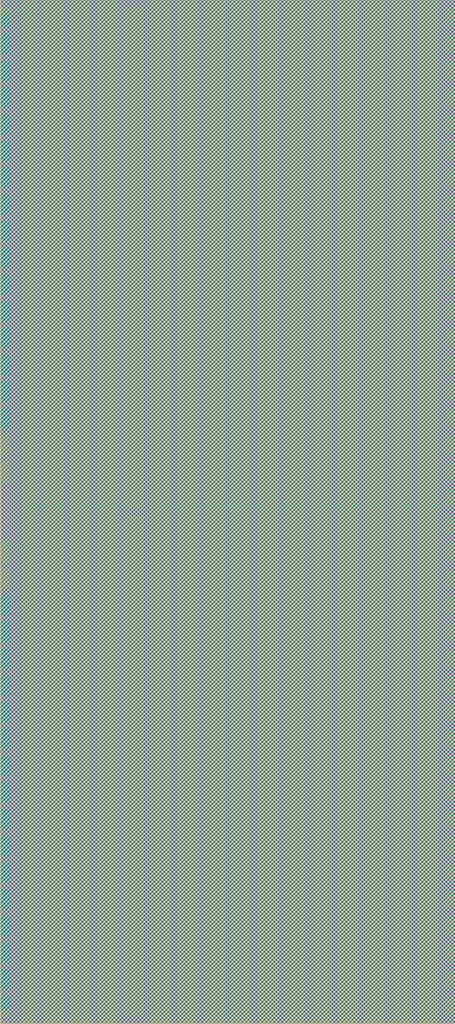
<source format=lef>
VERSION 5.8 ;
BUSBITCHARS "[]" ;
DIVIDERCHAR "/" ;


MACRO RIIO_EG1D80V_HPLVDS_RX_SLVT28_V
  CLASS PAD INOUT ;
  ORIGIN 0 0 ;
  FOREIGN RIIO_EG1D80V_HPLVDS_RX_SLVT28_V 0 0 ;
  SIZE 180 BY 80 ;
  SYMMETRY X Y ;
  SITE IO_NS_site ;
  PIN RTERM_TRIM_I[3]
    DIRECTION INPUT ;
    USE SIGNAL ;
    ANTENNAPARTIALMETALAREA 0.32 LAYER C1 ;
    ANTENNAMODEL OXIDE1 ;
      ANTENNAGATEAREA 0.00896 LAYER C1 ;
      ANTENNAMAXAREACAR 45.348214 LAYER C1 ;
    PORT
      LAYER C1 ;
        RECT 39.35 79.84 39.51 80 ;
    END
  END RTERM_TRIM_I[3]
  PIN RTERM_EN_I
    DIRECTION INPUT ;
    USE SIGNAL ;
    ANTENNAPARTIALMETALAREA 0.32 LAYER C1 ;
    ANTENNAMODEL OXIDE1 ;
      ANTENNAGATEAREA 0.0616 LAYER C1 ;
      ANTENNAMAXAREACAR 17.401664 LAYER C1 ;
    PORT
      LAYER C1 ;
        RECT 27.91 79.84 28.07 80 ;
    END
  END RTERM_EN_I
  PIN RTERM_TRIM_I[0]
    DIRECTION INPUT ;
    USE SIGNAL ;
    ANTENNAPARTIALMETALAREA 0.32 LAYER C1 ;
    ANTENNAMODEL OXIDE1 ;
      ANTENNAGATEAREA 0.00896 LAYER C1 ;
      ANTENNAMAXAREACAR 45.419643 LAYER C1 ;
    PORT
      LAYER C1 ;
        RECT 28.43 79.84 28.59 80 ;
    END
  END RTERM_TRIM_I[0]
  PIN RX_GAIN_I[2]
    DIRECTION INPUT ;
    USE SIGNAL ;
    ANTENNAPARTIALMETALAREA 6.8425 LAYER C3 ;
    ANTENNAPARTIALMETALAREA 0.0944 LAYER C2 ;
    ANTENNAPARTIALMETALAREA 0.184 LAYER C1 ;
    ANTENNAPARTIALCUTAREA 0.00396 LAYER A1 ;
    ANTENNAPARTIALCUTAREA 0.00396 LAYER A2 ;
    ANTENNAMODEL OXIDE1 ;
      ANTENNAGATEAREA 0.036 LAYER C3 ;
      ANTENNAMAXAREACAR 386.518889 LAYER C3 ;
    PORT
      LAYER C1 ;
        RECT 87.45 79.84 87.61 80 ;
    END
  END RX_GAIN_I[2]
  PIN EI_DETECT_O
    DIRECTION OUTPUT ;
    USE SIGNAL ;
    ANTENNAPARTIALMETALAREA 3.01654 LAYER C1 ;
    ANTENNADIFFAREA 0.081 LAYER C1 ;
    PORT
      LAYER C1 ;
        RECT 110.33 79.84 110.49 80 ;
    END
  END EI_DETECT_O
  PIN RX_CTLE_RES_I[1]
    DIRECTION INPUT ;
    USE SIGNAL ;
    ANTENNAPARTIALMETALAREA 6.7585 LAYER C3 ;
    ANTENNAPARTIALMETALAREA 0.0416 LAYER C2 ;
    ANTENNAPARTIALMETALAREA 0.28 LAYER C1 ;
    ANTENNAPARTIALCUTAREA 0.00396 LAYER A1 ;
    ANTENNAPARTIALCUTAREA 0.00396 LAYER A2 ;
    ANTENNAMODEL OXIDE1 ;
      ANTENNAGATEAREA 0.0198 LAYER C3 ;
      ANTENNAMAXAREACAR 690.423232 LAYER C3 ;
    PORT
      LAYER C1 ;
        RECT 90.31 79.84 90.47 80 ;
    END
  END RX_CTLE_RES_I[1]
  PIN RX_CTLE_CAP_I[3]
    DIRECTION INPUT ;
    USE SIGNAL ;
    ANTENNAPARTIALMETALAREA 6.7585 LAYER C3 ;
    ANTENNAPARTIALMETALAREA 0.0416 LAYER C2 ;
    ANTENNAPARTIALMETALAREA 0.28 LAYER C1 ;
    ANTENNAPARTIALCUTAREA 0.00396 LAYER A1 ;
    ANTENNAPARTIALCUTAREA 0.00396 LAYER A2 ;
    ANTENNAMODEL OXIDE1 ;
      ANTENNAGATEAREA 0.0198 LAYER C3 ;
      ANTENNAMAXAREACAR 896.394949 LAYER C3 ;
    PORT
      LAYER C1 ;
        RECT 89.53 79.84 89.69 80 ;
    END
  END RX_CTLE_CAP_I[3]
  PIN RX_CTLE_CAP_I[2]
    DIRECTION INPUT ;
    USE SIGNAL ;
    ANTENNAPARTIALMETALAREA 6.7795 LAYER C3 ;
    ANTENNAPARTIALMETALAREA 0.0336 LAYER C2 ;
    ANTENNAPARTIALMETALAREA 0.256 LAYER C1 ;
    ANTENNAPARTIALCUTAREA 0.00396 LAYER A1 ;
    ANTENNAPARTIALCUTAREA 0.00396 LAYER A2 ;
    ANTENNAMODEL OXIDE1 ;
      ANTENNAGATEAREA 0.0198 LAYER C3 ;
      ANTENNAMAXAREACAR 872.669697 LAYER C3 ;
    PORT
      LAYER C1 ;
        RECT 89.01 79.84 89.17 80 ;
    END
  END RX_CTLE_CAP_I[2]
  PIN RX_CTLE_RES_I[4]
    DIRECTION INPUT ;
    USE SIGNAL ;
    ANTENNAPARTIALMETALAREA 6.8215 LAYER C3 ;
    ANTENNAPARTIALMETALAREA 0.072 LAYER C2 ;
    ANTENNAPARTIALMETALAREA 0.208 LAYER C1 ;
    ANTENNAPARTIALCUTAREA 0.00396 LAYER A1 ;
    ANTENNAPARTIALCUTAREA 0.00396 LAYER A2 ;
    ANTENNAMODEL OXIDE1 ;
      ANTENNAGATEAREA 0.0198 LAYER C3 ;
      ANTENNAMAXAREACAR 687.192929 LAYER C3 ;
    PORT
      LAYER C1 ;
        RECT 91.87 79.84 92.03 80 ;
    END
  END RX_CTLE_RES_I[4]
  PIN RX_CTLE_RES_I[3]
    DIRECTION INPUT ;
    USE SIGNAL ;
    ANTENNAPARTIALMETALAREA 6.8005 LAYER C3 ;
    ANTENNAPARTIALMETALAREA 0.0496 LAYER C2 ;
    ANTENNAPARTIALMETALAREA 0.232 LAYER C1 ;
    ANTENNAPARTIALCUTAREA 0.00396 LAYER A1 ;
    ANTENNAPARTIALCUTAREA 0.00396 LAYER A2 ;
    ANTENNAMODEL OXIDE1 ;
      ANTENNAGATEAREA 0.0198 LAYER C3 ;
      ANTENNAMAXAREACAR 688.269697 LAYER C3 ;
    PORT
      LAYER C1 ;
        RECT 91.35 79.84 91.51 80 ;
    END
  END RX_CTLE_RES_I[3]
  PIN RX_EN_I
    DIRECTION INPUT ;
    USE SIGNAL ;
    ANTENNAPARTIALMETALAREA 6.8845 LAYER C3 ;
    ANTENNAPARTIALMETALAREA 0.1392 LAYER C2 ;
    ANTENNAPARTIALMETALAREA 0.136 LAYER C1 ;
    ANTENNAPARTIALCUTAREA 0.00396 LAYER A1 ;
    ANTENNAPARTIALCUTAREA 0.00396 LAYER A2 ;
    ANTENNAMODEL OXIDE1 ;
      ANTENNAGATEAREA 0.036 LAYER C3 ;
      ANTENNAMAXAREACAR 384.76 LAYER C3 ;
    PORT
      LAYER C1 ;
        RECT 86.41 79.84 86.57 80 ;
    END
  END RX_EN_I
  PIN RX_CTLE_RES_I[2]
    DIRECTION INPUT ;
    USE SIGNAL ;
    ANTENNAPARTIALMETALAREA 6.7795 LAYER C3 ;
    ANTENNAPARTIALMETALAREA 0.02744 LAYER C2 ;
    ANTENNAPARTIALMETALAREA 0.256 LAYER C1 ;
    ANTENNAPARTIALCUTAREA 0.00396 LAYER A1 ;
    ANTENNAPARTIALCUTAREA 0.00396 LAYER A2 ;
    ANTENNAMODEL OXIDE1 ;
      ANTENNAGATEAREA 0.0198 LAYER C3 ;
      ANTENNAMAXAREACAR 689.346465 LAYER C3 ;
    PORT
      LAYER C1 ;
        RECT 90.83 79.84 90.99 80 ;
    END
  END RX_CTLE_RES_I[2]
  PIN RTERM_TRIM_I[1]
    DIRECTION INPUT ;
    USE SIGNAL ;
    ANTENNAPARTIALMETALAREA 0.32 LAYER C1 ;
    ANTENNAMODEL OXIDE1 ;
      ANTENNAGATEAREA 0.00896 LAYER C1 ;
      ANTENNAMAXAREACAR 45.741071 LAYER C1 ;
    PORT
      LAYER C1 ;
        RECT 32.07 79.84 32.23 80 ;
    END
  END RTERM_TRIM_I[1]
  PIN RX_CTLE_CAP_I[1]
    DIRECTION INPUT ;
    USE SIGNAL ;
    ANTENNAPARTIALMETALAREA 6.8005 LAYER C3 ;
    ANTENNAPARTIALMETALAREA 0.0496 LAYER C2 ;
    ANTENNAPARTIALMETALAREA 0.232 LAYER C1 ;
    ANTENNAPARTIALCUTAREA 0.00396 LAYER A1 ;
    ANTENNAPARTIALCUTAREA 0.00396 LAYER A2 ;
    ANTENNAMODEL OXIDE1 ;
      ANTENNAGATEAREA 0.0198 LAYER C3 ;
      ANTENNAMAXAREACAR 873.912121 LAYER C3 ;
    PORT
      LAYER C1 ;
        RECT 88.49 79.84 88.65 80 ;
    END
  END RX_CTLE_CAP_I[1]
  PIN RTERM_TRIM_I[2]
    DIRECTION INPUT ;
    USE SIGNAL ;
    ANTENNAPARTIALMETALAREA 0.32 LAYER C1 ;
    ANTENNAMODEL OXIDE1 ;
      ANTENNAGATEAREA 0.00896 LAYER C1 ;
      ANTENNAMAXAREACAR 45.544643 LAYER C1 ;
    PORT
      LAYER C1 ;
        RECT 35.71 79.84 35.87 80 ;
    END
  END RTERM_TRIM_I[2]
  PIN RX_CTLE_RES_I[7]
    DIRECTION INPUT ;
    USE SIGNAL ;
    ANTENNAPARTIALMETALAREA 6.8845 LAYER C3 ;
    ANTENNAPARTIALMETALAREA 0.1392 LAYER C2 ;
    ANTENNAPARTIALMETALAREA 0.136 LAYER C1 ;
    ANTENNAPARTIALCUTAREA 0.00396 LAYER A1 ;
    ANTENNAPARTIALCUTAREA 0.00396 LAYER A2 ;
    ANTENNAMODEL OXIDE1 ;
      ANTENNAGATEAREA 0.0198 LAYER C3 ;
      ANTENNAMAXAREACAR 683.977778 LAYER C3 ;
    PORT
      LAYER C1 ;
        RECT 93.43 79.84 93.59 80 ;
    END
  END RX_CTLE_RES_I[7]
  PIN A_PAD_B
    DIRECTION INOUT ;
    USE SIGNAL ;
    ANTENNAPARTIALMETALAREA 3851.735 LAYER C4 ;
    ANTENNAPARTIALMETALAREA 4546.871 LAYER C3 ;
    ANTENNAPARTIALMETALAREA 2833.6725 LAYER C5 ;
    ANTENNAPARTIALMETALAREA 2765.36 LAYER C6 ;
    ANTENNAPARTIALMETALAREA 4709.88 LAYER IA ;
    ANTENNAPARTIALMETALAREA 4181.4 LAYER IB ;
    ANTENNAPARTIALMETALAREA 35.36175 LAYER C2 ;
    ANTENNAPARTIALCUTAREA 39.362752 LAYER A4 ;
    ANTENNAPARTIALCUTAREA 38.123712 LAYER A3 ;
    ANTENNAPARTIALCUTAREA 24.37424 LAYER A5 ;
    ANTENNAPARTIALCUTAREA 68.339376 LAYER YX ;
    ANTENNAPARTIALCUTAREA 269.578368 LAYER XA ;
    ANTENNAPARTIALCUTAREA 10.82224 LAYER A2 ;
    ANTENNADIFFAREA 889.8282 LAYER C4 ;
    ANTENNADIFFAREA 889.8282 LAYER C3 ;
    ANTENNADIFFAREA 889.8282 LAYER C5 ;
    ANTENNADIFFAREA 889.8282 LAYER C6 ;
    ANTENNADIFFAREA 889.8282 LAYER IA ;
    ANTENNADIFFAREA 889.8282 LAYER IB ;
    ANTENNADIFFAREA 163.4 LAYER C2 ;
    PORT
      LAYER C4 ;
        RECT 81.15 0 84.75 1.85 ;
        RECT 76.45 0 80.05 1.85 ;
        RECT 71.75 0 75.35 1.85 ;
        RECT 67.05 0 70.65 1.85 ;
        RECT 62.35 0 65.95 1.85 ;
        RECT 57.65 0 61.25 1.85 ;
        RECT 52.95 0 56.55 1.85 ;
        RECT 48.25 0 51.85 1.85 ;
        RECT 43.55 0 47.15 1.85 ;
        RECT 38.85 0 42.45 1.85 ;
        RECT 34.15 0 37.75 1.85 ;
        RECT 29.45 0 33.05 1.85 ;
        RECT 24.75 0 28.35 1.85 ;
        RECT 20.05 0 23.65 1.85 ;
        RECT 15.35 0 18.95 1.85 ;
        RECT 10.65 0 14.25 1.85 ;
        RECT 5.95 0 9.55 1.85 ;
        RECT 2.5 0 4.85 1.85 ;
      LAYER C5 ;
        RECT 81.15 0 84.75 1.85 ;
        RECT 76.45 0 80.05 1.85 ;
        RECT 71.75 0 75.35 1.85 ;
        RECT 67.05 0 70.65 1.85 ;
        RECT 62.35 0 65.95 1.85 ;
        RECT 57.65 0 61.25 1.85 ;
        RECT 52.95 0 56.55 1.85 ;
        RECT 48.25 0 51.85 1.85 ;
        RECT 43.55 0 47.15 1.85 ;
        RECT 38.85 0 42.45 1.85 ;
        RECT 34.15 0 37.75 1.85 ;
        RECT 29.45 0 33.05 1.85 ;
        RECT 24.75 0 28.35 1.85 ;
        RECT 20.05 0 23.65 1.85 ;
        RECT 15.35 0 18.95 1.85 ;
        RECT 10.65 0 14.25 1.85 ;
        RECT 5.95 0 9.55 1.85 ;
        RECT 2.5 0 4.85 1.85 ;
      LAYER IA ;
        RECT 81.15 0 84.75 1.85 ;
        RECT 76.45 0 80.05 1.85 ;
        RECT 71.75 0 75.35 1.85 ;
        RECT 67.05 0 70.65 1.85 ;
        RECT 62.35 0 65.95 1.85 ;
        RECT 57.65 0 61.25 1.85 ;
        RECT 52.95 0 56.55 1.85 ;
        RECT 48.25 0 51.85 1.85 ;
        RECT 43.55 0 47.15 1.85 ;
        RECT 38.85 0 42.45 1.85 ;
        RECT 34.15 0 37.75 1.85 ;
        RECT 29.45 0 33.05 1.85 ;
        RECT 24.75 0 28.35 1.85 ;
        RECT 20.05 0 23.65 1.85 ;
        RECT 15.35 0 18.95 1.85 ;
        RECT 10.65 0 14.25 1.85 ;
        RECT 5.95 0 9.55 1.85 ;
        RECT 1.25 0 4.85 1.85 ;
      LAYER C6 ;
        RECT 81.15 0 84.75 1.85 ;
        RECT 76.45 0 80.05 1.85 ;
        RECT 71.75 0 75.35 1.85 ;
        RECT 67.05 0 70.65 1.85 ;
        RECT 62.35 0 65.95 1.85 ;
        RECT 57.65 0 61.25 1.85 ;
        RECT 52.95 0 56.55 1.85 ;
        RECT 48.25 0 51.85 1.85 ;
        RECT 43.55 0 47.15 1.85 ;
        RECT 38.85 0 42.45 1.85 ;
        RECT 34.15 0 37.75 1.85 ;
        RECT 29.45 0 33.05 1.85 ;
        RECT 24.75 0 28.35 1.85 ;
        RECT 20.05 0 23.65 1.85 ;
        RECT 15.35 0 18.95 1.85 ;
        RECT 10.65 0 14.25 1.85 ;
        RECT 5.95 0 9.55 1.85 ;
        RECT 1.25 0 4.85 1.85 ;
      LAYER C2 ;
        RECT 81.15 0 84.75 1.85 ;
        RECT 76.45 0 80.05 1.85 ;
        RECT 71.75 0 75.35 1.85 ;
        RECT 67.05 0 70.65 1.85 ;
        RECT 62.35 0 65.95 1.85 ;
        RECT 57.65 0 61.25 1.85 ;
        RECT 52.95 0 56.55 1.85 ;
        RECT 48.25 0 51.85 1.85 ;
        RECT 43.55 0 47.15 1.85 ;
        RECT 38.85 0 42.45 1.85 ;
        RECT 34.15 0 37.75 1.85 ;
        RECT 29.45 0 33.05 1.85 ;
        RECT 24.75 0 28.35 1.85 ;
        RECT 20.05 0 23.65 1.85 ;
        RECT 15.35 0 18.95 1.85 ;
        RECT 10.65 0 14.25 1.85 ;
        RECT 5.95 0 9.55 1.85 ;
        RECT 1.25 0 4.85 1.85 ;
      LAYER C3 ;
        RECT 81.15 0 84.75 1.85 ;
        RECT 76.45 0 80.05 1.85 ;
        RECT 71.75 0 75.35 1.85 ;
        RECT 67.05 0 70.65 1.85 ;
        RECT 62.35 0 65.95 1.85 ;
        RECT 57.65 0 61.25 1.85 ;
        RECT 52.95 0 56.55 1.85 ;
        RECT 48.25 0 51.85 1.85 ;
        RECT 43.55 0 47.15 1.85 ;
        RECT 38.85 0 42.45 1.85 ;
        RECT 34.15 0 37.75 1.85 ;
        RECT 29.45 0 33.05 1.85 ;
        RECT 24.75 0 28.35 1.85 ;
        RECT 20.05 0 23.65 1.85 ;
        RECT 15.35 0 18.95 1.85 ;
        RECT 10.65 0 14.25 1.85 ;
        RECT 5.95 0 9.55 1.85 ;
        RECT 2.5 0 4.85 1.85 ;
      LAYER IB ;
        RECT 1.25 21.75 89.45 25.35 ;
        RECT 81.15 0 84.75 1.85 ;
        RECT 76.45 0 80.05 1.85 ;
        RECT 71.75 0 75.35 1.85 ;
        RECT 67.05 0 70.65 1.85 ;
        RECT 62.35 0 65.95 1.85 ;
        RECT 57.65 0 61.25 1.85 ;
        RECT 52.95 0 56.55 1.85 ;
        RECT 48.25 0 51.85 1.85 ;
        RECT 43.55 0 47.15 1.85 ;
        RECT 38.85 0 42.45 1.85 ;
        RECT 34.15 0 37.75 1.85 ;
        RECT 29.45 0 33.05 1.85 ;
        RECT 24.75 0 28.35 1.85 ;
        RECT 20.05 0 23.65 1.85 ;
        RECT 15.35 0 18.95 1.85 ;
        RECT 10.65 0 14.25 1.85 ;
        RECT 5.95 0 9.55 1.85 ;
        RECT 1.25 0 4.85 1.85 ;
    END
  END A_PAD_B
  PIN RX_CTLE_RES_I[6]
    DIRECTION INPUT ;
    USE SIGNAL ;
    ANTENNAPARTIALMETALAREA 6.8635 LAYER C3 ;
    ANTENNAPARTIALMETALAREA 0.1168 LAYER C2 ;
    ANTENNAPARTIALMETALAREA 0.16 LAYER C1 ;
    ANTENNAPARTIALCUTAREA 0.00396 LAYER A1 ;
    ANTENNAPARTIALCUTAREA 0.00396 LAYER A2 ;
    ANTENNAMODEL OXIDE1 ;
      ANTENNAGATEAREA 0.0198 LAYER C3 ;
      ANTENNAMAXAREACAR 685.039394 LAYER C3 ;
    PORT
      LAYER C1 ;
        RECT 92.91 79.84 93.07 80 ;
    END
  END RX_CTLE_RES_I[6]
  PIN VDD
    DIRECTION INOUT ;
    USE POWER ;
    NETEXPR "vdd VDD!" ;
    PORT
      LAYER IB ;
        RECT 0 68.75 180 72.35 ;
    END
    PORT
      LAYER IB ;
        RECT 0 64.05 180 67.65 ;
    END
    PORT
      CLASS CORE ;
      LAYER IA ;
        RECT 10.95 78.15 13.95 80 ;
      LAYER IB ;
        RECT 10.95 78.15 13.95 80 ;
    END
    PORT
      CLASS CORE ;
      LAYER IA ;
        RECT 15.65 78.15 18.65 80 ;
      LAYER IB ;
        RECT 15.65 78.15 18.65 80 ;
    END
    PORT
      CLASS CORE ;
      LAYER IA ;
        RECT 29.75 78.15 32.75 80 ;
      LAYER IB ;
        RECT 29.75 78.15 32.75 80 ;
    END
    PORT
      CLASS CORE ;
      LAYER IA ;
        RECT 34.45 78.15 37.45 80 ;
      LAYER IB ;
        RECT 34.45 78.15 37.45 80 ;
    END
    PORT
      CLASS CORE ;
      LAYER IA ;
        RECT 48.55 78.15 51.55 80 ;
      LAYER IB ;
        RECT 48.55 78.15 51.55 80 ;
    END
    PORT
      CLASS CORE ;
      LAYER IA ;
        RECT 53.25 78.15 56.25 80 ;
      LAYER IB ;
        RECT 53.25 78.15 56.25 80 ;
    END
    PORT
      CLASS CORE ;
      LAYER IA ;
        RECT 67.35 78.15 70.35 80 ;
      LAYER IB ;
        RECT 67.35 78.15 70.35 80 ;
    END
    PORT
      CLASS CORE ;
      LAYER IA ;
        RECT 72.05 78.15 75.05 80 ;
      LAYER IB ;
        RECT 72.05 78.15 75.05 80 ;
    END
    PORT
      CLASS CORE ;
      LAYER IA ;
        RECT 86.15 78.15 89.15 80 ;
      LAYER IB ;
        RECT 86.15 78.15 89.15 80 ;
    END
    PORT
      CLASS CORE ;
      LAYER IA ;
        RECT 90.85 78.15 93.85 80 ;
      LAYER IB ;
        RECT 90.85 78.15 93.85 80 ;
    END
    PORT
      CLASS CORE ;
      LAYER IA ;
        RECT 104.95 78.15 107.95 80 ;
      LAYER IB ;
        RECT 104.95 78.15 107.95 80 ;
    END
    PORT
      CLASS CORE ;
      LAYER IA ;
        RECT 109.65 78.15 112.65 80 ;
      LAYER IB ;
        RECT 109.65 78.15 112.65 80 ;
    END
    PORT
      CLASS CORE ;
      LAYER IA ;
        RECT 123.75 78.15 126.75 80 ;
      LAYER IB ;
        RECT 123.75 78.15 126.75 80 ;
    END
    PORT
      CLASS CORE ;
      LAYER IA ;
        RECT 128.45 78.15 131.45 80 ;
      LAYER IB ;
        RECT 128.45 78.15 131.45 80 ;
    END
    PORT
      CLASS CORE ;
      LAYER IA ;
        RECT 142.55 78.15 145.55 80 ;
      LAYER IB ;
        RECT 142.55 78.15 145.55 80 ;
    END
    PORT
      CLASS CORE ;
      LAYER IA ;
        RECT 147.25 78.15 150.25 80 ;
      LAYER IB ;
        RECT 147.25 78.15 150.25 80 ;
    END
    PORT
      CLASS CORE ;
      LAYER IA ;
        RECT 161.35 78.15 164.35 80 ;
      LAYER IB ;
        RECT 161.35 78.15 164.35 80 ;
    END
    PORT
      CLASS CORE ;
      LAYER IA ;
        RECT 166.05 78.15 169.05 80 ;
      LAYER IB ;
        RECT 166.05 78.15 169.05 80 ;
    END
  END VDD
  PIN VSS
    DIRECTION INOUT ;
    USE GROUND ;
    NETEXPR "vss VSS!" ;
    PORT
      LAYER IB ;
        RECT 0 73.45 180 77.05 ;
    END
    PORT
      LAYER IB ;
        RECT 0 59.35 180 62.95 ;
    END
    PORT
      CLASS CORE ;
      LAYER IA ;
        RECT 1.55 78.15 4.55 80 ;
      LAYER IB ;
        RECT 1.55 78.15 4.55 80 ;
    END
    PORT
      CLASS CORE ;
      LAYER IA ;
        RECT 6.25 78.15 9.25 80 ;
      LAYER IB ;
        RECT 6.25 78.15 9.25 80 ;
    END
    PORT
      CLASS CORE ;
      LAYER IA ;
        RECT 20.35 78.15 23.35 80 ;
      LAYER IB ;
        RECT 20.35 78.15 23.35 80 ;
    END
    PORT
      CLASS CORE ;
      LAYER IA ;
        RECT 25.05 78.15 28.05 80 ;
      LAYER IB ;
        RECT 25.05 78.15 28.05 80 ;
    END
    PORT
      CLASS CORE ;
      LAYER IA ;
        RECT 39.15 78.15 42.15 80 ;
      LAYER IB ;
        RECT 39.15 78.15 42.15 80 ;
    END
    PORT
      CLASS CORE ;
      LAYER IA ;
        RECT 43.85 78.15 46.85 80 ;
      LAYER IB ;
        RECT 43.85 78.15 46.85 80 ;
    END
    PORT
      CLASS CORE ;
      LAYER IA ;
        RECT 57.95 78.15 60.95 80 ;
      LAYER IB ;
        RECT 57.95 78.15 60.95 80 ;
    END
    PORT
      CLASS CORE ;
      LAYER IA ;
        RECT 62.65 78.15 65.65 80 ;
      LAYER IB ;
        RECT 62.65 78.15 65.65 80 ;
    END
    PORT
      CLASS CORE ;
      LAYER IA ;
        RECT 76.75 78.15 79.75 80 ;
      LAYER IB ;
        RECT 76.75 78.15 79.75 80 ;
    END
    PORT
      CLASS CORE ;
      LAYER IA ;
        RECT 81.45 78.15 84.45 80 ;
      LAYER IB ;
        RECT 81.45 78.15 84.45 80 ;
    END
    PORT
      CLASS CORE ;
      LAYER IA ;
        RECT 95.55 78.15 98.55 80 ;
      LAYER IB ;
        RECT 95.55 78.15 98.55 80 ;
    END
    PORT
      CLASS CORE ;
      LAYER IA ;
        RECT 100.25 78.15 103.25 80 ;
      LAYER IB ;
        RECT 100.25 78.15 103.25 80 ;
    END
    PORT
      CLASS CORE ;
      LAYER IA ;
        RECT 114.35 78.15 117.35 80 ;
      LAYER IB ;
        RECT 114.35 78.15 117.35 80 ;
    END
    PORT
      CLASS CORE ;
      LAYER IA ;
        RECT 119.05 78.15 122.05 80 ;
      LAYER IB ;
        RECT 119.05 78.15 122.05 80 ;
    END
    PORT
      CLASS CORE ;
      LAYER IA ;
        RECT 133.15 78.15 136.15 80 ;
      LAYER IB ;
        RECT 133.15 78.15 136.15 80 ;
    END
    PORT
      CLASS CORE ;
      LAYER IA ;
        RECT 137.85 78.15 140.85 80 ;
      LAYER IB ;
        RECT 137.85 78.15 140.85 80 ;
    END
    PORT
      CLASS CORE ;
      LAYER IA ;
        RECT 151.95 78.15 154.95 80 ;
      LAYER IB ;
        RECT 151.95 78.15 154.95 80 ;
    END
    PORT
      CLASS CORE ;
      LAYER IA ;
        RECT 156.65 78.15 159.65 80 ;
      LAYER IB ;
        RECT 156.65 78.15 159.65 80 ;
    END
    PORT
      CLASS CORE ;
      LAYER IA ;
        RECT 170.75 78.15 173.75 80 ;
      LAYER IB ;
        RECT 170.75 78.15 173.75 80 ;
    END
    PORT
      CLASS CORE ;
      LAYER IA ;
        RECT 175.45 78.15 178.45 80 ;
      LAYER IB ;
        RECT 175.45 78.15 178.45 80 ;
    END
  END VSS
  PIN VSSIO
    DIRECTION INOUT ;
    USE GROUND ;
    NETEXPR "vssio VSSIO!" ;
    PORT
      LAYER IB ;
        RECT 0 54.65 180 58.25 ;
    END
    PORT
      LAYER IB ;
        RECT 0 45.25 180 48.85 ;
    END
    PORT
      LAYER IB ;
        RECT 0 40.55 180 44.15 ;
    END
    PORT
      LAYER IB ;
        RECT 0 26.45 180 30.05 ;
    END
    PORT
      LAYER IB ;
        RECT 0 17.05 180 20.65 ;
    END
    PORT
      LAYER IB ;
        RECT 0 3.67 180 6.55 ;
    END
  END VSSIO
  PIN B_PAD_B
    DIRECTION INOUT ;
    USE SIGNAL ;
    ANTENNAPARTIALMETALAREA 2385.0375 LAYER C4 ;
    ANTENNAPARTIALMETALAREA 1287.3555 LAYER C3 ;
    ANTENNAPARTIALMETALAREA 2651.475 LAYER C5 ;
    ANTENNAPARTIALMETALAREA 2387.35 LAYER C6 ;
    ANTENNAPARTIALMETALAREA 3791.97 LAYER IA ;
    ANTENNAPARTIALMETALAREA 3707.37 LAYER IB ;
    ANTENNAPARTIALMETALAREA 35.36175 LAYER C2 ;
    ANTENNAPARTIALCUTAREA 24.45168 LAYER A4 ;
    ANTENNAPARTIALCUTAREA 5.602784 LAYER A3 ;
    ANTENNAPARTIALCUTAREA 57.24752 LAYER A5 ;
    ANTENNAPARTIALCUTAREA 135.41904 LAYER YX ;
    ANTENNAPARTIALCUTAREA 228.007872 LAYER XA ;
    ANTENNAPARTIALCUTAREA 10.82224 LAYER A2 ;
    ANTENNADIFFAREA 721.7962 LAYER C4 ;
    ANTENNADIFFAREA 334.12 LAYER C3 ;
    ANTENNADIFFAREA 721.7962 LAYER C5 ;
    ANTENNADIFFAREA 721.7962 LAYER C6 ;
    ANTENNADIFFAREA 721.7962 LAYER IA ;
    ANTENNADIFFAREA 721.7962 LAYER IB ;
    ANTENNADIFFAREA 163.4 LAYER C2 ;
    PORT
      LAYER C4 ;
        RECT 175.15 0 177.5 1.85 ;
        RECT 170.45 0 174.05 1.85 ;
        RECT 165.75 0 169.35 1.85 ;
        RECT 161.05 0 164.65 1.85 ;
        RECT 156.35 0 159.95 1.85 ;
        RECT 151.65 0 155.25 1.85 ;
        RECT 146.95 0 150.55 1.85 ;
        RECT 142.25 0 145.85 1.85 ;
        RECT 137.55 0 141.15 1.85 ;
        RECT 132.85 0 136.45 1.85 ;
        RECT 128.15 0 131.75 1.85 ;
        RECT 123.45 0 127.05 1.85 ;
        RECT 118.75 0 122.35 1.85 ;
        RECT 114.05 0 117.65 1.85 ;
        RECT 109.35 0 112.95 1.85 ;
        RECT 104.65 0 108.25 1.85 ;
        RECT 99.95 0 103.55 1.85 ;
        RECT 95.25 0 98.85 1.85 ;
      LAYER C5 ;
        RECT 175.15 0 177.5 1.85 ;
        RECT 170.45 0 174.05 1.85 ;
        RECT 165.75 0 169.35 1.85 ;
        RECT 161.05 0 164.65 1.85 ;
        RECT 156.35 0 159.95 1.85 ;
        RECT 151.65 0 155.25 1.85 ;
        RECT 146.95 0 150.55 1.85 ;
        RECT 142.25 0 145.85 1.85 ;
        RECT 137.55 0 141.15 1.85 ;
        RECT 132.85 0 136.45 1.85 ;
        RECT 128.15 0 131.75 1.85 ;
        RECT 123.45 0 127.05 1.85 ;
        RECT 118.75 0 122.35 1.85 ;
        RECT 114.05 0 117.65 1.85 ;
        RECT 109.35 0 112.95 1.85 ;
        RECT 104.65 0 108.25 1.85 ;
        RECT 99.95 0 103.55 1.85 ;
        RECT 95.25 0 98.85 1.85 ;
      LAYER IA ;
        RECT 175.15 0 178.75 1.85 ;
        RECT 170.45 0 174.05 1.85 ;
        RECT 165.75 0 169.35 1.85 ;
        RECT 161.05 0 164.65 1.85 ;
        RECT 156.35 0 159.95 1.85 ;
        RECT 151.65 0 155.25 1.85 ;
        RECT 146.95 0 150.55 1.85 ;
        RECT 142.25 0 145.85 1.85 ;
        RECT 137.55 0 141.15 1.85 ;
        RECT 132.85 0 136.45 1.85 ;
        RECT 128.15 0 131.75 1.85 ;
        RECT 123.45 0 127.05 1.85 ;
        RECT 118.75 0 122.35 1.85 ;
        RECT 114.05 0 117.65 1.85 ;
        RECT 109.35 0 112.95 1.85 ;
        RECT 104.65 0 108.25 1.85 ;
        RECT 99.95 0 103.55 1.85 ;
        RECT 95.25 0 98.85 1.85 ;
      LAYER C6 ;
        RECT 175.15 0 178.75 1.85 ;
        RECT 170.45 0 174.05 1.85 ;
        RECT 165.75 0 169.35 1.85 ;
        RECT 161.05 0 164.65 1.85 ;
        RECT 156.35 0 159.95 1.85 ;
        RECT 151.65 0 155.25 1.85 ;
        RECT 146.95 0 150.55 1.85 ;
        RECT 142.25 0 145.85 1.85 ;
        RECT 137.55 0 141.15 1.85 ;
        RECT 132.85 0 136.45 1.85 ;
        RECT 128.15 0 131.75 1.85 ;
        RECT 123.45 0 127.05 1.85 ;
        RECT 118.75 0 122.35 1.85 ;
        RECT 114.05 0 117.65 1.85 ;
        RECT 109.35 0 112.95 1.85 ;
        RECT 104.65 0 108.25 1.85 ;
        RECT 99.95 0 103.55 1.85 ;
        RECT 95.25 0 98.85 1.85 ;
      LAYER C2 ;
        RECT 175.15 0 178.75 1.85 ;
        RECT 170.45 0 174.05 1.85 ;
        RECT 165.75 0 169.35 1.85 ;
        RECT 161.05 0 164.65 1.85 ;
        RECT 156.35 0 159.95 1.85 ;
        RECT 151.65 0 155.25 1.85 ;
        RECT 146.95 0 150.55 1.85 ;
        RECT 142.25 0 145.85 1.85 ;
        RECT 137.55 0 141.15 1.85 ;
        RECT 132.85 0 136.45 1.85 ;
        RECT 128.15 0 131.75 1.85 ;
        RECT 123.45 0 127.05 1.85 ;
        RECT 118.75 0 122.35 1.85 ;
        RECT 114.05 0 117.65 1.85 ;
        RECT 109.35 0 112.95 1.85 ;
        RECT 104.65 0 108.25 1.85 ;
        RECT 99.95 0 103.55 1.85 ;
        RECT 95.25 0 98.85 1.85 ;
      LAYER C3 ;
        RECT 175.15 0 177.5 1.85 ;
        RECT 170.45 0 174.05 1.85 ;
        RECT 165.75 0 169.35 1.85 ;
        RECT 161.05 0 164.65 1.85 ;
        RECT 156.35 0 159.95 1.85 ;
        RECT 151.65 0 155.25 1.85 ;
        RECT 146.95 0 150.55 1.85 ;
        RECT 142.25 0 145.85 1.85 ;
        RECT 137.55 0 141.15 1.85 ;
        RECT 132.85 0 136.45 1.85 ;
        RECT 128.15 0 131.75 1.85 ;
        RECT 123.45 0 127.05 1.85 ;
        RECT 118.75 0 122.35 1.85 ;
        RECT 114.05 0 117.65 1.85 ;
        RECT 109.35 0 112.95 1.85 ;
        RECT 104.65 0 108.25 1.85 ;
        RECT 99.95 0 103.55 1.85 ;
        RECT 95.25 0 98.85 1.85 ;
      LAYER IB ;
        RECT 175.15 0 178.75 1.85 ;
        RECT 90.55 21.75 178.75 25.35 ;
        RECT 170.45 0 174.05 1.85 ;
        RECT 165.75 0 169.35 1.85 ;
        RECT 161.05 0 164.65 1.85 ;
        RECT 156.35 0 159.95 1.85 ;
        RECT 151.65 0 155.25 1.85 ;
        RECT 146.95 0 150.55 1.85 ;
        RECT 142.25 0 145.85 1.85 ;
        RECT 137.55 0 141.15 1.85 ;
        RECT 132.85 0 136.45 1.85 ;
        RECT 128.15 0 131.75 1.85 ;
        RECT 123.45 0 127.05 1.85 ;
        RECT 118.75 0 122.35 1.85 ;
        RECT 114.05 0 117.65 1.85 ;
        RECT 109.35 0 112.95 1.85 ;
        RECT 104.65 0 108.25 1.85 ;
        RECT 99.95 0 103.55 1.85 ;
        RECT 95.25 0 98.85 1.85 ;
    END
  END B_PAD_B
  PIN EI_DETECT_EN_I
    DIRECTION INPUT ;
    USE SIGNAL ;
    ANTENNAPARTIALMETALAREA 0.32 LAYER C1 ;
    ANTENNAMODEL OXIDE1 ;
      ANTENNAGATEAREA 0.02576 LAYER C1 ;
      ANTENNAMAXAREACAR 13.791925 LAYER C1 ;
    PORT
      LAYER C1 ;
        RECT 67.95 79.84 68.11 80 ;
    END
  END EI_DETECT_EN_I
  PIN VDDIO
    DIRECTION INOUT ;
    USE POWER ;
    NETEXPR "vddio VDDIO!" ;
    PORT
      LAYER IB ;
        RECT 0 49.95 180 53.55 ;
    END
    PORT
      LAYER IB ;
        RECT 0 35.85 180 39.45 ;
    END
    PORT
      LAYER IB ;
        RECT 0 31.15 180 34.75 ;
    END
    PORT
      LAYER IB ;
        RECT 0 12.35 180 15.95 ;
    END
    PORT
      LAYER IB ;
        RECT 0 7.65 180 11.25 ;
    END
  END VDDIO
  PIN DI_O
    DIRECTION OUTPUT ;
    USE SIGNAL ;
    ANTENNAPARTIALMETALAREA 0.32 LAYER C1 ;
    ANTENNADIFFAREA 0.16192 LAYER C1 ;
    PORT
      LAYER C1 ;
        RECT 67.43 79.84 67.59 80 ;
    END
  END DI_O
  PIN RX_VCM_EN_I
    DIRECTION INPUT ;
    USE SIGNAL ;
    ANTENNAPARTIALMETALAREA 0.32 LAYER C1 ;
    ANTENNAMODEL OXIDE1 ;
      ANTENNAGATEAREA 0.02576 LAYER C1 ;
      ANTENNAMAXAREACAR 13.791925 LAYER C1 ;
    PORT
      LAYER C1 ;
        RECT 64.31 79.84 64.47 80 ;
    END
  END RX_VCM_EN_I
  PIN VBIAS
    DIRECTION INOUT ;
    USE SIGNAL ;
    ANTENNADIFFAREA 1.408 LAYER C4 ;
    NETEXPR "vbias VBIAS!" ;
    PORT
      LAYER C4 ;
        RECT 0 39.575 180 40.825 ;
    END
  END VBIAS
  PIN RX_POL_I
    DIRECTION INPUT ;
    USE SIGNAL ;
    ANTENNAPARTIALMETALAREA 0.2048 LAYER C1 ;
    ANTENNAMODEL OXIDE1 ;
      ANTENNAGATEAREA 0.0224 LAYER C1 ;
      ANTENNAMAXAREACAR 11.598214 LAYER C1 ;
    PORT
      LAYER C1 ;
        RECT 69.51 79.84 69.67 80 ;
    END
  END RX_POL_I
  PIN RX_GAIN_I[3]
    DIRECTION INPUT ;
    USE SIGNAL ;
    ANTENNAPARTIALMETALAREA 6.8215 LAYER C3 ;
    ANTENNAPARTIALMETALAREA 0.072 LAYER C2 ;
    ANTENNAPARTIALMETALAREA 0.208 LAYER C1 ;
    ANTENNAPARTIALCUTAREA 0.00396 LAYER A1 ;
    ANTENNAPARTIALCUTAREA 0.00396 LAYER A2 ;
    ANTENNAMODEL OXIDE1 ;
      ANTENNAGATEAREA 0.036 LAYER C3 ;
      ANTENNAMAXAREACAR 385.255556 LAYER C3 ;
    PORT
      LAYER C1 ;
        RECT 87.97 79.84 88.13 80 ;
    END
  END RX_GAIN_I[3]
  PIN RX_CTLE_RES_I[5]
    DIRECTION INPUT ;
    USE SIGNAL ;
    ANTENNAPARTIALMETALAREA 6.8425 LAYER C3 ;
    ANTENNAPARTIALMETALAREA 0.0944 LAYER C2 ;
    ANTENNAPARTIALMETALAREA 0.184 LAYER C1 ;
    ANTENNAPARTIALCUTAREA 0.00396 LAYER A1 ;
    ANTENNAPARTIALCUTAREA 0.00396 LAYER A2 ;
    ANTENNAMODEL OXIDE1 ;
      ANTENNAGATEAREA 0.0198 LAYER C3 ;
      ANTENNAMAXAREACAR 686.116162 LAYER C3 ;
    PORT
      LAYER C1 ;
        RECT 92.39 79.84 92.55 80 ;
    END
  END RX_CTLE_RES_I[5]
  PIN RX_GAIN_I[1]
    DIRECTION INPUT ;
    USE SIGNAL ;
    ANTENNAPARTIALMETALAREA 6.8635 LAYER C3 ;
    ANTENNAPARTIALMETALAREA 0.1168 LAYER C2 ;
    ANTENNAPARTIALMETALAREA 0.16 LAYER C1 ;
    ANTENNAPARTIALCUTAREA 0.00396 LAYER A1 ;
    ANTENNAPARTIALCUTAREA 0.00396 LAYER A2 ;
    ANTENNAMODEL OXIDE1 ;
      ANTENNAGATEAREA 0.036 LAYER C3 ;
      ANTENNAMAXAREACAR 385.923333 LAYER C3 ;
    PORT
      LAYER C1 ;
        RECT 86.93 79.84 87.09 80 ;
    END
  END RX_GAIN_I[1]
  OBS
    LAYER CA ;
      RECT 0 0 180 80 ;
    LAYER M1 ;
      RECT 0 0 180 80 ;
    LAYER V1 ;
      RECT 0 0 180 80 ;
    LAYER M2 ;
      RECT 0 0 180 80 ;
    LAYER A1 ;
      RECT 0 0 180 80 ;
    LAYER C2 ;
      RECT 0 0 180 80 ;
    LAYER IA ;
      RECT 0 0 180 80 ;
    LAYER XA ;
      RECT 0 0 180 80 ;
    LAYER YX ;
      RECT 0 0 180 80 ;
    LAYER IB ;
      RECT 0 0 180 80 ;
    LAYER CB ;
      RECT 0 0 180 80 ;
    LAYER AY ;
      RECT 0 0 180 80 ;
    LAYER C1 ;
      RECT 0 0 180 80 ;
    LAYER C5 ;
      RECT 0 0 180 80 ;
    LAYER C4 ;
      RECT 0 0 180 80 ;
    LAYER C3 ;
      RECT 0 0 180 80 ;
    LAYER A5 ;
      RECT 0 0 180 80 ;
    LAYER A4 ;
      RECT 0 0 180 80 ;
    LAYER A3 ;
      RECT 0 0 180 80 ;
    LAYER A2 ;
      RECT 0 0 180 80 ;
    LAYER C6 ;
      RECT 0 0 180 80 ;
  END
END RIIO_EG1D80V_HPLVDS_RX_SLVT28_V

MACRO RIIO_EG1D80V_HPLVDS_TX_SLVT28_V
  CLASS PAD INOUT ;
  ORIGIN 0 0 ;
  FOREIGN RIIO_EG1D80V_HPLVDS_TX_SLVT28_V 0 0 ;
  SIZE 180 BY 80 ;
  SYMMETRY X Y ;
  SITE IO_NS_site ;
  PIN TX_FFE_I
    DIRECTION INPUT ;
    USE SIGNAL ;
    ANTENNAPARTIALMETALAREA 0.2048 LAYER C1 ;
    ANTENNAMODEL OXIDE1 ;
      ANTENNAGATEAREA 0.02128 LAYER C1 ;
      ANTENNAMAXAREACAR 14.671992 LAYER C1 ;
    PORT
      LAYER C1 ;
        RECT 49.23 79.84 49.39 80 ;
    END
  END TX_FFE_I
  PIN VBIAS
    DIRECTION INOUT ;
    USE SIGNAL ;
    ANTENNADIFFAREA 1.408 LAYER C4 ;
    NETEXPR "vbias VBIAS!" ;
    PORT
      LAYER C4 ;
        RECT 0 39.575 180 40.825 ;
    END
  END VBIAS
  PIN RTERM_TRIM_I[3]
    DIRECTION INPUT ;
    USE SIGNAL ;
    ANTENNAPARTIALMETALAREA 0.32 LAYER C1 ;
    ANTENNAMODEL OXIDE1 ;
      ANTENNAGATEAREA 0.00896 LAYER C1 ;
      ANTENNAMAXAREACAR 45.348214 LAYER C1 ;
    PORT
      LAYER C1 ;
        RECT 39.35 79.84 39.51 80 ;
    END
  END RTERM_TRIM_I[3]
  PIN RTERM_EN_I
    DIRECTION INPUT ;
    USE SIGNAL ;
    ANTENNAPARTIALMETALAREA 0.32 LAYER C1 ;
    ANTENNAMODEL OXIDE1 ;
      ANTENNAGATEAREA 0.0616 LAYER C1 ;
      ANTENNAMAXAREACAR 17.401664 LAYER C1 ;
    PORT
      LAYER C1 ;
        RECT 27.91 79.84 28.07 80 ;
    END
  END RTERM_EN_I
  PIN RTERM_TRIM_I[0]
    DIRECTION INPUT ;
    USE SIGNAL ;
    ANTENNAPARTIALMETALAREA 0.32 LAYER C1 ;
    ANTENNAMODEL OXIDE1 ;
      ANTENNAGATEAREA 0.00896 LAYER C1 ;
      ANTENNAMAXAREACAR 45.419643 LAYER C1 ;
    PORT
      LAYER C1 ;
        RECT 28.43 79.84 28.59 80 ;
    END
  END RTERM_TRIM_I[0]
  PIN TX_BIAS_I[0]
    DIRECTION INPUT ;
    USE SIGNAL ;
    ANTENNAPARTIALMETALAREA 0.32 LAYER C1 ;
    ANTENNAMODEL OXIDE1 ;
      ANTENNAGATEAREA 0.00896 LAYER C1 ;
      ANTENNAMAXAREACAR 43.517857 LAYER C1 ;
    PORT
      LAYER C1 ;
        RECT 18.03 79.84 18.19 80 ;
    END
  END TX_BIAS_I[0]
  PIN RX_GAIN_I[2]
    DIRECTION INPUT ;
    USE SIGNAL ;
    ANTENNAPARTIALMETALAREA 6.8425 LAYER C3 ;
    ANTENNAPARTIALMETALAREA 0.0944 LAYER C2 ;
    ANTENNAPARTIALMETALAREA 0.184 LAYER C1 ;
    ANTENNAPARTIALCUTAREA 0.00396 LAYER A1 ;
    ANTENNAPARTIALCUTAREA 0.00396 LAYER A2 ;
    ANTENNAMODEL OXIDE1 ;
      ANTENNAGATEAREA 0.036 LAYER C3 ;
      ANTENNAMAXAREACAR 386.518889 LAYER C3 ;
    PORT
      LAYER C1 ;
        RECT 87.45 79.84 87.61 80 ;
    END
  END RX_GAIN_I[2]
  PIN TX_EI_I
    DIRECTION INPUT ;
    USE SIGNAL ;
    ANTENNAPARTIALMETALAREA 0.2048 LAYER C1 ;
    ANTENNAMODEL OXIDE1 ;
      ANTENNAGATEAREA 0.0112 LAYER C1 ;
      ANTENNAMAXAREACAR 22.714286 LAYER C1 ;
    PORT
      LAYER C1 ;
        RECT 45.33 79.84 45.49 80 ;
    END
  END TX_EI_I
  PIN EI_DETECT_O
    DIRECTION OUTPUT ;
    USE SIGNAL ;
    ANTENNAPARTIALMETALAREA 3.01654 LAYER C1 ;
    ANTENNADIFFAREA 0.081 LAYER C1 ;
    PORT
      LAYER C1 ;
        RECT 110.33 79.84 110.49 80 ;
    END
  END EI_DETECT_O
  PIN RX_CTLE_RES_I[1]
    DIRECTION INPUT ;
    USE SIGNAL ;
    ANTENNAPARTIALMETALAREA 6.7585 LAYER C3 ;
    ANTENNAPARTIALMETALAREA 0.0416 LAYER C2 ;
    ANTENNAPARTIALMETALAREA 0.28 LAYER C1 ;
    ANTENNAPARTIALCUTAREA 0.00396 LAYER A1 ;
    ANTENNAPARTIALCUTAREA 0.00396 LAYER A2 ;
    ANTENNAMODEL OXIDE1 ;
      ANTENNAGATEAREA 0.0198 LAYER C3 ;
      ANTENNAMAXAREACAR 690.423232 LAYER C3 ;
    PORT
      LAYER C1 ;
        RECT 90.31 79.84 90.47 80 ;
    END
  END RX_CTLE_RES_I[1]
  PIN RX_CTLE_CAP_I[3]
    DIRECTION INPUT ;
    USE SIGNAL ;
    ANTENNAPARTIALMETALAREA 6.7585 LAYER C3 ;
    ANTENNAPARTIALMETALAREA 0.0416 LAYER C2 ;
    ANTENNAPARTIALMETALAREA 0.28 LAYER C1 ;
    ANTENNAPARTIALCUTAREA 0.00396 LAYER A1 ;
    ANTENNAPARTIALCUTAREA 0.00396 LAYER A2 ;
    ANTENNAMODEL OXIDE1 ;
      ANTENNAGATEAREA 0.0198 LAYER C3 ;
      ANTENNAMAXAREACAR 896.394949 LAYER C3 ;
    PORT
      LAYER C1 ;
        RECT 89.53 79.84 89.69 80 ;
    END
  END RX_CTLE_CAP_I[3]
  PIN RX_CTLE_CAP_I[2]
    DIRECTION INPUT ;
    USE SIGNAL ;
    ANTENNAPARTIALMETALAREA 6.7795 LAYER C3 ;
    ANTENNAPARTIALMETALAREA 0.0336 LAYER C2 ;
    ANTENNAPARTIALMETALAREA 0.256 LAYER C1 ;
    ANTENNAPARTIALCUTAREA 0.00396 LAYER A1 ;
    ANTENNAPARTIALCUTAREA 0.00396 LAYER A2 ;
    ANTENNAMODEL OXIDE1 ;
      ANTENNAGATEAREA 0.0198 LAYER C3 ;
      ANTENNAMAXAREACAR 872.669697 LAYER C3 ;
    PORT
      LAYER C1 ;
        RECT 89.01 79.84 89.17 80 ;
    END
  END RX_CTLE_CAP_I[2]
  PIN TX_VCM_I[3]
    DIRECTION INPUT ;
    USE SIGNAL ;
    ANTENNAPARTIALMETALAREA 0.32 LAYER C1 ;
    ANTENNAMODEL OXIDE1 ;
      ANTENNAGATEAREA 0.00896 LAYER C1 ;
      ANTENNAMAXAREACAR 43.446429 LAYER C1 ;
    PORT
      LAYER C1 ;
        RECT 48.19 79.84 48.35 80 ;
    END
  END TX_VCM_I[3]
  PIN RX_CTLE_RES_I[4]
    DIRECTION INPUT ;
    USE SIGNAL ;
    ANTENNAPARTIALMETALAREA 6.8215 LAYER C3 ;
    ANTENNAPARTIALMETALAREA 0.072 LAYER C2 ;
    ANTENNAPARTIALMETALAREA 0.208 LAYER C1 ;
    ANTENNAPARTIALCUTAREA 0.00396 LAYER A1 ;
    ANTENNAPARTIALCUTAREA 0.00396 LAYER A2 ;
    ANTENNAMODEL OXIDE1 ;
      ANTENNAGATEAREA 0.0198 LAYER C3 ;
      ANTENNAMAXAREACAR 687.192929 LAYER C3 ;
    PORT
      LAYER C1 ;
        RECT 91.87 79.84 92.03 80 ;
    END
  END RX_CTLE_RES_I[4]
  PIN RX_CTLE_RES_I[3]
    DIRECTION INPUT ;
    USE SIGNAL ;
    ANTENNAPARTIALMETALAREA 6.8005 LAYER C3 ;
    ANTENNAPARTIALMETALAREA 0.0496 LAYER C2 ;
    ANTENNAPARTIALMETALAREA 0.232 LAYER C1 ;
    ANTENNAPARTIALCUTAREA 0.00396 LAYER A1 ;
    ANTENNAPARTIALCUTAREA 0.00396 LAYER A2 ;
    ANTENNAMODEL OXIDE1 ;
      ANTENNAGATEAREA 0.0198 LAYER C3 ;
      ANTENNAMAXAREACAR 688.269697 LAYER C3 ;
    PORT
      LAYER C1 ;
        RECT 91.35 79.84 91.51 80 ;
    END
  END RX_CTLE_RES_I[3]
  PIN RX_EN_I
    DIRECTION INPUT ;
    USE SIGNAL ;
    ANTENNAPARTIALMETALAREA 6.8845 LAYER C3 ;
    ANTENNAPARTIALMETALAREA 0.1392 LAYER C2 ;
    ANTENNAPARTIALMETALAREA 0.136 LAYER C1 ;
    ANTENNAPARTIALCUTAREA 0.00396 LAYER A1 ;
    ANTENNAPARTIALCUTAREA 0.00396 LAYER A2 ;
    ANTENNAMODEL OXIDE1 ;
      ANTENNAGATEAREA 0.036 LAYER C3 ;
      ANTENNAMAXAREACAR 384.76 LAYER C3 ;
    PORT
      LAYER C1 ;
        RECT 86.41 79.84 86.57 80 ;
    END
  END RX_EN_I
  PIN RX_CTLE_RES_I[2]
    DIRECTION INPUT ;
    USE SIGNAL ;
    ANTENNAPARTIALMETALAREA 6.7795 LAYER C3 ;
    ANTENNAPARTIALMETALAREA 0.02744 LAYER C2 ;
    ANTENNAPARTIALMETALAREA 0.256 LAYER C1 ;
    ANTENNAPARTIALCUTAREA 0.00396 LAYER A1 ;
    ANTENNAPARTIALCUTAREA 0.00396 LAYER A2 ;
    ANTENNAMODEL OXIDE1 ;
      ANTENNAGATEAREA 0.0198 LAYER C3 ;
      ANTENNAMAXAREACAR 689.346465 LAYER C3 ;
    PORT
      LAYER C1 ;
        RECT 90.83 79.84 90.99 80 ;
    END
  END RX_CTLE_RES_I[2]
  PIN TX_VCM_I[0]
    DIRECTION INPUT ;
    USE SIGNAL ;
    ANTENNAPARTIALMETALAREA 0.32 LAYER C1 ;
    ANTENNAMODEL OXIDE1 ;
      ANTENNAGATEAREA 0.00896 LAYER C1 ;
      ANTENNAMAXAREACAR 43.517857 LAYER C1 ;
    PORT
      LAYER C1 ;
        RECT 59.11 79.84 59.27 80 ;
    END
  END TX_VCM_I[0]
  PIN TX_BIAS_OD_I
    DIRECTION INPUT ;
    USE SIGNAL ;
    ANTENNAPARTIALMETALAREA 0.32 LAYER C1 ;
    ANTENNAMODEL OXIDE1 ;
      ANTENNAGATEAREA 0.02576 LAYER C1 ;
      ANTENNAMAXAREACAR 13.791925 LAYER C1 ;
    PORT
      LAYER C1 ;
        RECT 23.23 79.84 23.39 80 ;
    END
  END TX_BIAS_OD_I
  PIN RTERM_TRIM_I[1]
    DIRECTION INPUT ;
    USE SIGNAL ;
    ANTENNAPARTIALMETALAREA 0.32 LAYER C1 ;
    ANTENNAMODEL OXIDE1 ;
      ANTENNAGATEAREA 0.00896 LAYER C1 ;
      ANTENNAMAXAREACAR 45.741071 LAYER C1 ;
    PORT
      LAYER C1 ;
        RECT 32.07 79.84 32.23 80 ;
    END
  END RTERM_TRIM_I[1]
  PIN RX_CTLE_CAP_I[1]
    DIRECTION INPUT ;
    USE SIGNAL ;
    ANTENNAPARTIALMETALAREA 6.8005 LAYER C3 ;
    ANTENNAPARTIALMETALAREA 0.0496 LAYER C2 ;
    ANTENNAPARTIALMETALAREA 0.232 LAYER C1 ;
    ANTENNAPARTIALCUTAREA 0.00396 LAYER A1 ;
    ANTENNAPARTIALCUTAREA 0.00396 LAYER A2 ;
    ANTENNAMODEL OXIDE1 ;
      ANTENNAGATEAREA 0.0198 LAYER C3 ;
      ANTENNAMAXAREACAR 873.912121 LAYER C3 ;
    PORT
      LAYER C1 ;
        RECT 88.49 79.84 88.65 80 ;
    END
  END RX_CTLE_CAP_I[1]
  PIN TX_BIAS_I[1]
    DIRECTION INPUT ;
    USE SIGNAL ;
    ANTENNAPARTIALMETALAREA 0.32 LAYER C1 ;
    ANTENNAMODEL OXIDE1 ;
      ANTENNAGATEAREA 0.00896 LAYER C1 ;
      ANTENNAMAXAREACAR 43.839286 LAYER C1 ;
    PORT
      LAYER C1 ;
        RECT 14.39 79.84 14.55 80 ;
    END
  END TX_BIAS_I[1]
  PIN TX_EN_I
    DIRECTION INPUT ;
    USE SIGNAL ;
    ANTENNAPARTIALMETALAREA 0.32 LAYER C1 ;
    ANTENNAMODEL OXIDE1 ;
      ANTENNAGATEAREA 0.0616 LAYER C1 ;
      ANTENNAMAXAREACAR 17.304261 LAYER C1 ;
    PORT
      LAYER C1 ;
        RECT 19.59 79.84 19.75 80 ;
    END
  END TX_EN_I
  PIN TX_BIAS_I[2]
    DIRECTION INPUT ;
    USE SIGNAL ;
    ANTENNAPARTIALMETALAREA 0.32 LAYER C1 ;
    ANTENNAMODEL OXIDE1 ;
      ANTENNAGATEAREA 0.00896 LAYER C1 ;
      ANTENNAMAXAREACAR 43.642857 LAYER C1 ;
    PORT
      LAYER C1 ;
        RECT 10.75 79.84 10.91 80 ;
    END
  END TX_BIAS_I[2]
  PIN TX_BIAS_I[3]
    DIRECTION INPUT ;
    USE SIGNAL ;
    ANTENNAPARTIALMETALAREA 0.32 LAYER C1 ;
    ANTENNAMODEL OXIDE1 ;
      ANTENNAGATEAREA 0.00896 LAYER C1 ;
      ANTENNAMAXAREACAR 43.446429 LAYER C1 ;
    PORT
      LAYER C1 ;
        RECT 7.11 79.84 7.27 80 ;
    END
  END TX_BIAS_I[3]
  PIN RTERM_TRIM_I[2]
    DIRECTION INPUT ;
    USE SIGNAL ;
    ANTENNAPARTIALMETALAREA 0.32 LAYER C1 ;
    ANTENNAMODEL OXIDE1 ;
      ANTENNAGATEAREA 0.00896 LAYER C1 ;
      ANTENNAMAXAREACAR 45.544643 LAYER C1 ;
    PORT
      LAYER C1 ;
        RECT 35.71 79.84 35.87 80 ;
    END
  END RTERM_TRIM_I[2]
  PIN RX_CTLE_RES_I[7]
    DIRECTION INPUT ;
    USE SIGNAL ;
    ANTENNAPARTIALMETALAREA 6.8845 LAYER C3 ;
    ANTENNAPARTIALMETALAREA 0.1392 LAYER C2 ;
    ANTENNAPARTIALMETALAREA 0.136 LAYER C1 ;
    ANTENNAPARTIALCUTAREA 0.00396 LAYER A1 ;
    ANTENNAPARTIALCUTAREA 0.00396 LAYER A2 ;
    ANTENNAMODEL OXIDE1 ;
      ANTENNAGATEAREA 0.0198 LAYER C3 ;
      ANTENNAMAXAREACAR 683.977778 LAYER C3 ;
    PORT
      LAYER C1 ;
        RECT 93.43 79.84 93.59 80 ;
    END
  END RX_CTLE_RES_I[7]
  PIN A_PAD_B
    DIRECTION INOUT ;
    USE SIGNAL ;
    ANTENNAPARTIALMETALAREA 3851.735 LAYER C4 ;
    ANTENNAPARTIALMETALAREA 4546.871 LAYER C3 ;
    ANTENNAPARTIALMETALAREA 2833.6725 LAYER C5 ;
    ANTENNAPARTIALMETALAREA 2765.36 LAYER C6 ;
    ANTENNAPARTIALMETALAREA 4709.88 LAYER IA ;
    ANTENNAPARTIALMETALAREA 4181.4 LAYER IB ;
    ANTENNAPARTIALMETALAREA 35.36175 LAYER C2 ;
    ANTENNAPARTIALCUTAREA 39.362752 LAYER A4 ;
    ANTENNAPARTIALCUTAREA 38.123712 LAYER A3 ;
    ANTENNAPARTIALCUTAREA 24.37424 LAYER A5 ;
    ANTENNAPARTIALCUTAREA 68.339376 LAYER YX ;
    ANTENNAPARTIALCUTAREA 269.578368 LAYER XA ;
    ANTENNAPARTIALCUTAREA 10.82224 LAYER A2 ;
    ANTENNADIFFAREA 997.3482 LAYER C4 ;
    ANTENNADIFFAREA 997.3482 LAYER C3 ;
    ANTENNADIFFAREA 997.3482 LAYER C5 ;
    ANTENNADIFFAREA 997.3482 LAYER C6 ;
    ANTENNADIFFAREA 997.3482 LAYER IA ;
    ANTENNADIFFAREA 997.3482 LAYER IB ;
    ANTENNADIFFAREA 163.4 LAYER C2 ;
    PORT
      LAYER C5 ;
        RECT 81.15 0 84.75 1.85 ;
        RECT 76.45 0 80.05 1.85 ;
        RECT 71.75 0 75.35 1.85 ;
        RECT 67.05 0 70.65 1.85 ;
        RECT 62.35 0 65.95 1.85 ;
        RECT 57.65 0 61.25 1.85 ;
        RECT 52.95 0 56.55 1.85 ;
        RECT 48.25 0 51.85 1.85 ;
        RECT 43.55 0 47.15 1.85 ;
        RECT 38.85 0 42.45 1.85 ;
        RECT 34.15 0 37.75 1.85 ;
        RECT 29.45 0 33.05 1.85 ;
        RECT 24.75 0 28.35 1.85 ;
        RECT 20.05 0 23.65 1.85 ;
        RECT 15.35 0 18.95 1.85 ;
        RECT 10.65 0 14.25 1.85 ;
        RECT 5.95 0 9.55 1.85 ;
        RECT 2.5 0 4.85 1.85 ;
      LAYER C3 ;
        RECT 81.15 0 84.75 1.85 ;
        RECT 76.45 0 80.05 1.85 ;
        RECT 71.75 0 75.35 1.85 ;
        RECT 67.05 0 70.65 1.85 ;
        RECT 62.35 0 65.95 1.85 ;
        RECT 57.65 0 61.25 1.85 ;
        RECT 52.95 0 56.55 1.85 ;
        RECT 48.25 0 51.85 1.85 ;
        RECT 43.55 0 47.15 1.85 ;
        RECT 38.85 0 42.45 1.85 ;
        RECT 34.15 0 37.75 1.85 ;
        RECT 29.45 0 33.05 1.85 ;
        RECT 24.75 0 28.35 1.85 ;
        RECT 20.05 0 23.65 1.85 ;
        RECT 15.35 0 18.95 1.85 ;
        RECT 10.65 0 14.25 1.85 ;
        RECT 5.95 0 9.55 1.85 ;
        RECT 2.5 0 4.85 1.85 ;
      LAYER IA ;
        RECT 81.15 0 84.75 1.85 ;
        RECT 76.45 0 80.05 1.85 ;
        RECT 71.75 0 75.35 1.85 ;
        RECT 67.05 0 70.65 1.85 ;
        RECT 62.35 0 65.95 1.85 ;
        RECT 57.65 0 61.25 1.85 ;
        RECT 52.95 0 56.55 1.85 ;
        RECT 48.25 0 51.85 1.85 ;
        RECT 43.55 0 47.15 1.85 ;
        RECT 38.85 0 42.45 1.85 ;
        RECT 34.15 0 37.75 1.85 ;
        RECT 29.45 0 33.05 1.85 ;
        RECT 24.75 0 28.35 1.85 ;
        RECT 20.05 0 23.65 1.85 ;
        RECT 15.35 0 18.95 1.85 ;
        RECT 10.65 0 14.25 1.85 ;
        RECT 5.95 0 9.55 1.85 ;
        RECT 1.25 0 4.85 1.85 ;
      LAYER IB ;
        RECT 1.25 21.75 89.45 25.35 ;
        RECT 81.15 0 84.75 1.85 ;
        RECT 76.45 0 80.05 1.85 ;
        RECT 71.75 0 75.35 1.85 ;
        RECT 67.05 0 70.65 1.85 ;
        RECT 62.35 0 65.95 1.85 ;
        RECT 57.65 0 61.25 1.85 ;
        RECT 52.95 0 56.55 1.85 ;
        RECT 48.25 0 51.85 1.85 ;
        RECT 43.55 0 47.15 1.85 ;
        RECT 38.85 0 42.45 1.85 ;
        RECT 34.15 0 37.75 1.85 ;
        RECT 29.45 0 33.05 1.85 ;
        RECT 24.75 0 28.35 1.85 ;
        RECT 20.05 0 23.65 1.85 ;
        RECT 15.35 0 18.95 1.85 ;
        RECT 10.65 0 14.25 1.85 ;
        RECT 5.95 0 9.55 1.85 ;
        RECT 1.25 0 4.85 1.85 ;
      LAYER C4 ;
        RECT 81.15 0 84.75 1.85 ;
        RECT 76.45 0 80.05 1.85 ;
        RECT 71.75 0 75.35 1.85 ;
        RECT 67.05 0 70.65 1.85 ;
        RECT 62.35 0 65.95 1.85 ;
        RECT 57.65 0 61.25 1.85 ;
        RECT 52.95 0 56.55 1.85 ;
        RECT 48.25 0 51.85 1.85 ;
        RECT 43.55 0 47.15 1.85 ;
        RECT 38.85 0 42.45 1.85 ;
        RECT 34.15 0 37.75 1.85 ;
        RECT 29.45 0 33.05 1.85 ;
        RECT 24.75 0 28.35 1.85 ;
        RECT 20.05 0 23.65 1.85 ;
        RECT 15.35 0 18.95 1.85 ;
        RECT 10.65 0 14.25 1.85 ;
        RECT 5.95 0 9.55 1.85 ;
        RECT 2.5 0 4.85 1.85 ;
      LAYER C2 ;
        RECT 81.15 0 84.75 1.85 ;
        RECT 76.45 0 80.05 1.85 ;
        RECT 71.75 0 75.35 1.85 ;
        RECT 67.05 0 70.65 1.85 ;
        RECT 62.35 0 65.95 1.85 ;
        RECT 57.65 0 61.25 1.85 ;
        RECT 52.95 0 56.55 1.85 ;
        RECT 48.25 0 51.85 1.85 ;
        RECT 43.55 0 47.15 1.85 ;
        RECT 38.85 0 42.45 1.85 ;
        RECT 34.15 0 37.75 1.85 ;
        RECT 29.45 0 33.05 1.85 ;
        RECT 24.75 0 28.35 1.85 ;
        RECT 20.05 0 23.65 1.85 ;
        RECT 15.35 0 18.95 1.85 ;
        RECT 10.65 0 14.25 1.85 ;
        RECT 5.95 0 9.55 1.85 ;
        RECT 1.25 0 4.85 1.85 ;
      LAYER C6 ;
        RECT 81.15 0 84.75 1.85 ;
        RECT 76.45 0 80.05 1.85 ;
        RECT 71.75 0 75.35 1.85 ;
        RECT 67.05 0 70.65 1.85 ;
        RECT 62.35 0 65.95 1.85 ;
        RECT 57.65 0 61.25 1.85 ;
        RECT 52.95 0 56.55 1.85 ;
        RECT 48.25 0 51.85 1.85 ;
        RECT 43.55 0 47.15 1.85 ;
        RECT 38.85 0 42.45 1.85 ;
        RECT 34.15 0 37.75 1.85 ;
        RECT 29.45 0 33.05 1.85 ;
        RECT 24.75 0 28.35 1.85 ;
        RECT 20.05 0 23.65 1.85 ;
        RECT 15.35 0 18.95 1.85 ;
        RECT 10.65 0 14.25 1.85 ;
        RECT 5.95 0 9.55 1.85 ;
        RECT 1.25 0 4.85 1.85 ;
    END
  END A_PAD_B
  PIN RX_CTLE_RES_I[6]
    DIRECTION INPUT ;
    USE SIGNAL ;
    ANTENNAPARTIALMETALAREA 6.8635 LAYER C3 ;
    ANTENNAPARTIALMETALAREA 0.1168 LAYER C2 ;
    ANTENNAPARTIALMETALAREA 0.16 LAYER C1 ;
    ANTENNAPARTIALCUTAREA 0.00396 LAYER A1 ;
    ANTENNAPARTIALCUTAREA 0.00396 LAYER A2 ;
    ANTENNAMODEL OXIDE1 ;
      ANTENNAGATEAREA 0.0198 LAYER C3 ;
      ANTENNAMAXAREACAR 685.039394 LAYER C3 ;
    PORT
      LAYER C1 ;
        RECT 92.91 79.84 93.07 80 ;
    END
  END RX_CTLE_RES_I[6]
  PIN VDD
    DIRECTION INOUT ;
    USE POWER ;
    NETEXPR "vdd VDD!" ;
    PORT
      LAYER IB ;
        RECT 0 68.75 180 72.35 ;
    END
    PORT
      LAYER IB ;
        RECT 0 64.05 180 67.65 ;
    END
    PORT
      CLASS CORE ;
      LAYER IA ;
        RECT 10.95 78.15 13.95 80 ;
      LAYER IB ;
        RECT 10.95 78.15 13.95 80 ;
    END
    PORT
      CLASS CORE ;
      LAYER IA ;
        RECT 15.65 78.15 18.65 80 ;
      LAYER IB ;
        RECT 15.65 78.15 18.65 80 ;
    END
    PORT
      CLASS CORE ;
      LAYER IA ;
        RECT 29.75 78.15 32.75 80 ;
      LAYER IB ;
        RECT 29.75 78.15 32.75 80 ;
    END
    PORT
      CLASS CORE ;
      LAYER IA ;
        RECT 34.45 78.15 37.45 80 ;
      LAYER IB ;
        RECT 34.45 78.15 37.45 80 ;
    END
    PORT
      CLASS CORE ;
      LAYER IA ;
        RECT 48.55 78.15 51.55 80 ;
      LAYER IB ;
        RECT 48.55 78.15 51.55 80 ;
    END
    PORT
      CLASS CORE ;
      LAYER IA ;
        RECT 53.25 78.15 56.25 80 ;
      LAYER IB ;
        RECT 53.25 78.15 56.25 80 ;
    END
    PORT
      CLASS CORE ;
      LAYER IA ;
        RECT 67.35 78.15 70.35 80 ;
      LAYER IB ;
        RECT 67.35 78.15 70.35 80 ;
    END
    PORT
      CLASS CORE ;
      LAYER IA ;
        RECT 72.05 78.15 75.05 80 ;
      LAYER IB ;
        RECT 72.05 78.15 75.05 80 ;
    END
    PORT
      CLASS CORE ;
      LAYER IA ;
        RECT 86.15 78.15 89.15 80 ;
      LAYER IB ;
        RECT 86.15 78.15 89.15 80 ;
    END
    PORT
      CLASS CORE ;
      LAYER IA ;
        RECT 90.85 78.15 93.85 80 ;
      LAYER IB ;
        RECT 90.85 78.15 93.85 80 ;
    END
    PORT
      CLASS CORE ;
      LAYER IA ;
        RECT 104.95 78.15 107.95 80 ;
      LAYER IB ;
        RECT 104.95 78.15 107.95 80 ;
    END
    PORT
      CLASS CORE ;
      LAYER IA ;
        RECT 109.65 78.15 112.65 80 ;
      LAYER IB ;
        RECT 109.65 78.15 112.65 80 ;
    END
    PORT
      CLASS CORE ;
      LAYER IA ;
        RECT 123.75 78.15 126.75 80 ;
      LAYER IB ;
        RECT 123.75 78.15 126.75 80 ;
    END
    PORT
      CLASS CORE ;
      LAYER IA ;
        RECT 128.45 78.15 131.45 80 ;
      LAYER IB ;
        RECT 128.45 78.15 131.45 80 ;
    END
    PORT
      CLASS CORE ;
      LAYER IA ;
        RECT 142.55 78.15 145.55 80 ;
      LAYER IB ;
        RECT 142.55 78.15 145.55 80 ;
    END
    PORT
      CLASS CORE ;
      LAYER IA ;
        RECT 147.25 78.15 150.25 80 ;
      LAYER IB ;
        RECT 147.25 78.15 150.25 80 ;
    END
    PORT
      CLASS CORE ;
      LAYER IA ;
        RECT 161.35 78.15 164.35 80 ;
      LAYER IB ;
        RECT 161.35 78.15 164.35 80 ;
    END
    PORT
      CLASS CORE ;
      LAYER IA ;
        RECT 166.05 78.15 169.05 80 ;
      LAYER IB ;
        RECT 166.05 78.15 169.05 80 ;
    END
  END VDD
  PIN VSS
    DIRECTION INOUT ;
    USE GROUND ;
    NETEXPR "vss VSS!" ;
    PORT
      LAYER IB ;
        RECT 0 73.45 180 77.05 ;
    END
    PORT
      LAYER IB ;
        RECT 0 59.35 180 62.95 ;
    END
    PORT
      CLASS CORE ;
      LAYER IA ;
        RECT 1.55 78.15 4.55 80 ;
      LAYER IB ;
        RECT 1.55 78.15 4.55 80 ;
    END
    PORT
      CLASS CORE ;
      LAYER IA ;
        RECT 6.25 78.15 9.25 80 ;
      LAYER IB ;
        RECT 6.25 78.15 9.25 80 ;
    END
    PORT
      CLASS CORE ;
      LAYER IA ;
        RECT 20.35 78.15 23.35 80 ;
      LAYER IB ;
        RECT 20.35 78.15 23.35 80 ;
    END
    PORT
      CLASS CORE ;
      LAYER IA ;
        RECT 25.05 78.15 28.05 80 ;
      LAYER IB ;
        RECT 25.05 78.15 28.05 80 ;
    END
    PORT
      CLASS CORE ;
      LAYER IA ;
        RECT 39.15 78.15 42.15 80 ;
      LAYER IB ;
        RECT 39.15 78.15 42.15 80 ;
    END
    PORT
      CLASS CORE ;
      LAYER IA ;
        RECT 43.85 78.15 46.85 80 ;
      LAYER IB ;
        RECT 43.85 78.15 46.85 80 ;
    END
    PORT
      CLASS CORE ;
      LAYER IA ;
        RECT 57.95 78.15 60.95 80 ;
      LAYER IB ;
        RECT 57.95 78.15 60.95 80 ;
    END
    PORT
      CLASS CORE ;
      LAYER IA ;
        RECT 62.65 78.15 65.65 80 ;
      LAYER IB ;
        RECT 62.65 78.15 65.65 80 ;
    END
    PORT
      CLASS CORE ;
      LAYER IA ;
        RECT 76.75 78.15 79.75 80 ;
      LAYER IB ;
        RECT 76.75 78.15 79.75 80 ;
    END
    PORT
      CLASS CORE ;
      LAYER IA ;
        RECT 81.45 78.15 84.45 80 ;
      LAYER IB ;
        RECT 81.45 78.15 84.45 80 ;
    END
    PORT
      CLASS CORE ;
      LAYER IA ;
        RECT 95.55 78.15 98.55 80 ;
      LAYER IB ;
        RECT 95.55 78.15 98.55 80 ;
    END
    PORT
      CLASS CORE ;
      LAYER IA ;
        RECT 100.25 78.15 103.25 80 ;
      LAYER IB ;
        RECT 100.25 78.15 103.25 80 ;
    END
    PORT
      CLASS CORE ;
      LAYER IA ;
        RECT 114.35 78.15 117.35 80 ;
      LAYER IB ;
        RECT 114.35 78.15 117.35 80 ;
    END
    PORT
      CLASS CORE ;
      LAYER IA ;
        RECT 119.05 78.15 122.05 80 ;
      LAYER IB ;
        RECT 119.05 78.15 122.05 80 ;
    END
    PORT
      CLASS CORE ;
      LAYER IA ;
        RECT 133.15 78.15 136.15 80 ;
      LAYER IB ;
        RECT 133.15 78.15 136.15 80 ;
    END
    PORT
      CLASS CORE ;
      LAYER IA ;
        RECT 137.85 78.15 140.85 80 ;
      LAYER IB ;
        RECT 137.85 78.15 140.85 80 ;
    END
    PORT
      CLASS CORE ;
      LAYER IA ;
        RECT 151.95 78.15 154.95 80 ;
      LAYER IB ;
        RECT 151.95 78.15 154.95 80 ;
    END
    PORT
      CLASS CORE ;
      LAYER IA ;
        RECT 156.65 78.15 159.65 80 ;
      LAYER IB ;
        RECT 156.65 78.15 159.65 80 ;
    END
    PORT
      CLASS CORE ;
      LAYER IA ;
        RECT 170.75 78.15 173.75 80 ;
      LAYER IB ;
        RECT 170.75 78.15 173.75 80 ;
    END
    PORT
      CLASS CORE ;
      LAYER IA ;
        RECT 175.45 78.15 178.45 80 ;
      LAYER IB ;
        RECT 175.45 78.15 178.45 80 ;
    END
  END VSS
  PIN VSSIO
    DIRECTION INOUT ;
    USE GROUND ;
    NETEXPR "vssio VSSIO!" ;
    PORT
      LAYER IB ;
        RECT 0 54.65 180 58.25 ;
    END
    PORT
      LAYER IB ;
        RECT 0 45.25 180 48.85 ;
    END
    PORT
      LAYER IB ;
        RECT 0 40.55 180 44.15 ;
    END
    PORT
      LAYER IB ;
        RECT 0 26.45 180 30.05 ;
    END
    PORT
      LAYER IB ;
        RECT 0 17.05 180 20.65 ;
    END
    PORT
      LAYER IB ;
        RECT 0 3.67 180 6.55 ;
    END
  END VSSIO
  PIN B_PAD_B
    DIRECTION INOUT ;
    USE SIGNAL ;
    ANTENNAPARTIALMETALAREA 2385.0375 LAYER C4 ;
    ANTENNAPARTIALMETALAREA 1287.3555 LAYER C3 ;
    ANTENNAPARTIALMETALAREA 2651.475 LAYER C5 ;
    ANTENNAPARTIALMETALAREA 2387.35 LAYER C6 ;
    ANTENNAPARTIALMETALAREA 3791.97 LAYER IA ;
    ANTENNAPARTIALMETALAREA 3707.37 LAYER IB ;
    ANTENNAPARTIALMETALAREA 35.36175 LAYER C2 ;
    ANTENNAPARTIALCUTAREA 24.45168 LAYER A4 ;
    ANTENNAPARTIALCUTAREA 5.602784 LAYER A3 ;
    ANTENNAPARTIALCUTAREA 57.24752 LAYER A5 ;
    ANTENNAPARTIALCUTAREA 135.41904 LAYER YX ;
    ANTENNAPARTIALCUTAREA 228.007872 LAYER XA ;
    ANTENNAPARTIALCUTAREA 10.82224 LAYER A2 ;
    ANTENNADIFFAREA 775.5562 LAYER C4 ;
    ANTENNADIFFAREA 387.88 LAYER C3 ;
    ANTENNADIFFAREA 775.5562 LAYER C5 ;
    ANTENNADIFFAREA 775.5562 LAYER C6 ;
    ANTENNADIFFAREA 775.5562 LAYER IA ;
    ANTENNADIFFAREA 775.5562 LAYER IB ;
    ANTENNADIFFAREA 163.4 LAYER C2 ;
    PORT
      LAYER C5 ;
        RECT 175.15 0 177.5 1.85 ;
        RECT 170.45 0 174.05 1.85 ;
        RECT 165.75 0 169.35 1.85 ;
        RECT 161.05 0 164.65 1.85 ;
        RECT 156.35 0 159.95 1.85 ;
        RECT 151.65 0 155.25 1.85 ;
        RECT 146.95 0 150.55 1.85 ;
        RECT 142.25 0 145.85 1.85 ;
        RECT 137.55 0 141.15 1.85 ;
        RECT 132.85 0 136.45 1.85 ;
        RECT 128.15 0 131.75 1.85 ;
        RECT 123.45 0 127.05 1.85 ;
        RECT 118.75 0 122.35 1.85 ;
        RECT 114.05 0 117.65 1.85 ;
        RECT 109.35 0 112.95 1.85 ;
        RECT 104.65 0 108.25 1.85 ;
        RECT 99.95 0 103.55 1.85 ;
        RECT 95.25 0 98.85 1.85 ;
      LAYER C3 ;
        RECT 175.15 0 177.5 1.85 ;
        RECT 170.45 0 174.05 1.85 ;
        RECT 165.75 0 169.35 1.85 ;
        RECT 161.05 0 164.65 1.85 ;
        RECT 156.35 0 159.95 1.85 ;
        RECT 151.65 0 155.25 1.85 ;
        RECT 146.95 0 150.55 1.85 ;
        RECT 142.25 0 145.85 1.85 ;
        RECT 137.55 0 141.15 1.85 ;
        RECT 132.85 0 136.45 1.85 ;
        RECT 128.15 0 131.75 1.85 ;
        RECT 123.45 0 127.05 1.85 ;
        RECT 118.75 0 122.35 1.85 ;
        RECT 114.05 0 117.65 1.85 ;
        RECT 109.35 0 112.95 1.85 ;
        RECT 104.65 0 108.25 1.85 ;
        RECT 99.95 0 103.55 1.85 ;
        RECT 95.25 0 98.85 1.85 ;
      LAYER IA ;
        RECT 175.15 0 178.75 1.85 ;
        RECT 170.45 0 174.05 1.85 ;
        RECT 165.75 0 169.35 1.85 ;
        RECT 161.05 0 164.65 1.85 ;
        RECT 156.35 0 159.95 1.85 ;
        RECT 151.65 0 155.25 1.85 ;
        RECT 146.95 0 150.55 1.85 ;
        RECT 142.25 0 145.85 1.85 ;
        RECT 137.55 0 141.15 1.85 ;
        RECT 132.85 0 136.45 1.85 ;
        RECT 128.15 0 131.75 1.85 ;
        RECT 123.45 0 127.05 1.85 ;
        RECT 118.75 0 122.35 1.85 ;
        RECT 114.05 0 117.65 1.85 ;
        RECT 109.35 0 112.95 1.85 ;
        RECT 104.65 0 108.25 1.85 ;
        RECT 99.95 0 103.55 1.85 ;
        RECT 95.25 0 98.85 1.85 ;
      LAYER IB ;
        RECT 175.15 0 178.75 1.85 ;
        RECT 90.55 21.75 178.75 25.35 ;
        RECT 170.45 0 174.05 1.85 ;
        RECT 165.75 0 169.35 1.85 ;
        RECT 161.05 0 164.65 1.85 ;
        RECT 156.35 0 159.95 1.85 ;
        RECT 151.65 0 155.25 1.85 ;
        RECT 146.95 0 150.55 1.85 ;
        RECT 142.25 0 145.85 1.85 ;
        RECT 137.55 0 141.15 1.85 ;
        RECT 132.85 0 136.45 1.85 ;
        RECT 128.15 0 131.75 1.85 ;
        RECT 123.45 0 127.05 1.85 ;
        RECT 118.75 0 122.35 1.85 ;
        RECT 114.05 0 117.65 1.85 ;
        RECT 109.35 0 112.95 1.85 ;
        RECT 104.65 0 108.25 1.85 ;
        RECT 99.95 0 103.55 1.85 ;
        RECT 95.25 0 98.85 1.85 ;
      LAYER C4 ;
        RECT 175.15 0 177.5 1.85 ;
        RECT 170.45 0 174.05 1.85 ;
        RECT 165.75 0 169.35 1.85 ;
        RECT 161.05 0 164.65 1.85 ;
        RECT 156.35 0 159.95 1.85 ;
        RECT 151.65 0 155.25 1.85 ;
        RECT 146.95 0 150.55 1.85 ;
        RECT 142.25 0 145.85 1.85 ;
        RECT 137.55 0 141.15 1.85 ;
        RECT 132.85 0 136.45 1.85 ;
        RECT 128.15 0 131.75 1.85 ;
        RECT 123.45 0 127.05 1.85 ;
        RECT 118.75 0 122.35 1.85 ;
        RECT 114.05 0 117.65 1.85 ;
        RECT 109.35 0 112.95 1.85 ;
        RECT 104.65 0 108.25 1.85 ;
        RECT 99.95 0 103.55 1.85 ;
        RECT 95.25 0 98.85 1.85 ;
      LAYER C2 ;
        RECT 175.15 0 178.75 1.85 ;
        RECT 170.45 0 174.05 1.85 ;
        RECT 165.75 0 169.35 1.85 ;
        RECT 161.05 0 164.65 1.85 ;
        RECT 156.35 0 159.95 1.85 ;
        RECT 151.65 0 155.25 1.85 ;
        RECT 146.95 0 150.55 1.85 ;
        RECT 142.25 0 145.85 1.85 ;
        RECT 137.55 0 141.15 1.85 ;
        RECT 132.85 0 136.45 1.85 ;
        RECT 128.15 0 131.75 1.85 ;
        RECT 123.45 0 127.05 1.85 ;
        RECT 118.75 0 122.35 1.85 ;
        RECT 114.05 0 117.65 1.85 ;
        RECT 109.35 0 112.95 1.85 ;
        RECT 104.65 0 108.25 1.85 ;
        RECT 99.95 0 103.55 1.85 ;
        RECT 95.25 0 98.85 1.85 ;
      LAYER C6 ;
        RECT 175.15 0 178.75 1.85 ;
        RECT 170.45 0 174.05 1.85 ;
        RECT 165.75 0 169.35 1.85 ;
        RECT 161.05 0 164.65 1.85 ;
        RECT 156.35 0 159.95 1.85 ;
        RECT 151.65 0 155.25 1.85 ;
        RECT 146.95 0 150.55 1.85 ;
        RECT 142.25 0 145.85 1.85 ;
        RECT 137.55 0 141.15 1.85 ;
        RECT 132.85 0 136.45 1.85 ;
        RECT 128.15 0 131.75 1.85 ;
        RECT 123.45 0 127.05 1.85 ;
        RECT 118.75 0 122.35 1.85 ;
        RECT 114.05 0 117.65 1.85 ;
        RECT 109.35 0 112.95 1.85 ;
        RECT 104.65 0 108.25 1.85 ;
        RECT 99.95 0 103.55 1.85 ;
        RECT 95.25 0 98.85 1.85 ;
    END
  END B_PAD_B
  PIN EI_DETECT_EN_I
    DIRECTION INPUT ;
    USE SIGNAL ;
    ANTENNAPARTIALMETALAREA 0.32 LAYER C1 ;
    ANTENNAMODEL OXIDE1 ;
      ANTENNAGATEAREA 0.02576 LAYER C1 ;
      ANTENNAMAXAREACAR 13.791925 LAYER C1 ;
    PORT
      LAYER C1 ;
        RECT 67.95 79.84 68.11 80 ;
    END
  END EI_DETECT_EN_I
  PIN TX_VCM_EN_I
    DIRECTION INPUT ;
    USE SIGNAL ;
    ANTENNAPARTIALMETALAREA 0.32 LAYER C1 ;
    ANTENNAMODEL OXIDE1 ;
      ANTENNAGATEAREA 0.0616 LAYER C1 ;
      ANTENNAMAXAREACAR 17.304261 LAYER C1 ;
    PORT
      LAYER C1 ;
        RECT 60.67 79.84 60.83 80 ;
    END
  END TX_VCM_EN_I
  PIN DO_I
    DIRECTION INPUT ;
    USE SIGNAL ;
    ANTENNAPARTIALMETALAREA 0.2048 LAYER C1 ;
    ANTENNAMODEL OXIDE1 ;
      ANTENNAGATEAREA 0.0224 LAYER C1 ;
      ANTENNAMAXAREACAR 11.288393 LAYER C1 ;
    PORT
      LAYER C1 ;
        RECT 42.99 79.84 43.15 80 ;
    END
  END DO_I
  PIN VDDIO
    DIRECTION INOUT ;
    USE POWER ;
    NETEXPR "vddio VDDIO!" ;
    PORT
      LAYER IB ;
        RECT 0 49.95 180 53.55 ;
    END
    PORT
      LAYER IB ;
        RECT 0 35.85 180 39.45 ;
    END
    PORT
      LAYER IB ;
        RECT 0 31.15 180 34.75 ;
    END
    PORT
      LAYER IB ;
        RECT 0 12.35 180 15.95 ;
    END
    PORT
      LAYER IB ;
        RECT 0 7.65 180 11.25 ;
    END
  END VDDIO
  PIN DI_O
    DIRECTION OUTPUT ;
    USE SIGNAL ;
    ANTENNAPARTIALMETALAREA 0.32 LAYER C1 ;
    ANTENNADIFFAREA 0.16192 LAYER C1 ;
    PORT
      LAYER C1 ;
        RECT 67.43 79.84 67.59 80 ;
    END
  END DI_O
  PIN RX_VCM_EN_I
    DIRECTION INPUT ;
    USE SIGNAL ;
    ANTENNAPARTIALMETALAREA 0.32 LAYER C1 ;
    ANTENNAMODEL OXIDE1 ;
      ANTENNAGATEAREA 0.02576 LAYER C1 ;
      ANTENNAMAXAREACAR 13.791925 LAYER C1 ;
    PORT
      LAYER C1 ;
        RECT 64.31 79.84 64.47 80 ;
    END
  END RX_VCM_EN_I
  PIN TX_POL_I
    DIRECTION INPUT ;
    USE SIGNAL ;
    ANTENNAPARTIALMETALAREA 0.2048 LAYER C1 ;
    ANTENNAMODEL OXIDE1 ;
      ANTENNAGATEAREA 0.0224 LAYER C1 ;
      ANTENNAMAXAREACAR 12.119643 LAYER C1 ;
    PORT
      LAYER C1 ;
        RECT 42.47 79.84 42.63 80 ;
    END
  END TX_POL_I
  PIN RX_POL_I
    DIRECTION INPUT ;
    USE SIGNAL ;
    ANTENNAPARTIALMETALAREA 0.2048 LAYER C1 ;
    ANTENNAMODEL OXIDE1 ;
      ANTENNAGATEAREA 0.0224 LAYER C1 ;
      ANTENNAMAXAREACAR 11.598214 LAYER C1 ;
    PORT
      LAYER C1 ;
        RECT 69.51 79.84 69.67 80 ;
    END
  END RX_POL_I
  PIN RX_GAIN_I[3]
    DIRECTION INPUT ;
    USE SIGNAL ;
    ANTENNAPARTIALMETALAREA 6.8215 LAYER C3 ;
    ANTENNAPARTIALMETALAREA 0.072 LAYER C2 ;
    ANTENNAPARTIALMETALAREA 0.208 LAYER C1 ;
    ANTENNAPARTIALCUTAREA 0.00396 LAYER A1 ;
    ANTENNAPARTIALCUTAREA 0.00396 LAYER A2 ;
    ANTENNAMODEL OXIDE1 ;
      ANTENNAGATEAREA 0.036 LAYER C3 ;
      ANTENNAMAXAREACAR 385.255556 LAYER C3 ;
    PORT
      LAYER C1 ;
        RECT 87.97 79.84 88.13 80 ;
    END
  END RX_GAIN_I[3]
  PIN RX_CTLE_RES_I[5]
    DIRECTION INPUT ;
    USE SIGNAL ;
    ANTENNAPARTIALMETALAREA 6.8425 LAYER C3 ;
    ANTENNAPARTIALMETALAREA 0.0944 LAYER C2 ;
    ANTENNAPARTIALMETALAREA 0.184 LAYER C1 ;
    ANTENNAPARTIALCUTAREA 0.00396 LAYER A1 ;
    ANTENNAPARTIALCUTAREA 0.00396 LAYER A2 ;
    ANTENNAMODEL OXIDE1 ;
      ANTENNAGATEAREA 0.0198 LAYER C3 ;
      ANTENNAMAXAREACAR 686.116162 LAYER C3 ;
    PORT
      LAYER C1 ;
        RECT 92.39 79.84 92.55 80 ;
    END
  END RX_CTLE_RES_I[5]
  PIN RX_GAIN_I[1]
    DIRECTION INPUT ;
    USE SIGNAL ;
    ANTENNAPARTIALMETALAREA 6.8635 LAYER C3 ;
    ANTENNAPARTIALMETALAREA 0.1168 LAYER C2 ;
    ANTENNAPARTIALMETALAREA 0.16 LAYER C1 ;
    ANTENNAPARTIALCUTAREA 0.00396 LAYER A1 ;
    ANTENNAPARTIALCUTAREA 0.00396 LAYER A2 ;
    ANTENNAMODEL OXIDE1 ;
      ANTENNAGATEAREA 0.036 LAYER C3 ;
      ANTENNAMAXAREACAR 385.923333 LAYER C3 ;
    PORT
      LAYER C1 ;
        RECT 86.93 79.84 87.09 80 ;
    END
  END RX_GAIN_I[1]
  PIN TX_VCM_I[1]
    DIRECTION INPUT ;
    USE SIGNAL ;
    ANTENNAPARTIALMETALAREA 0.32 LAYER C1 ;
    ANTENNAMODEL OXIDE1 ;
      ANTENNAGATEAREA 0.00896 LAYER C1 ;
      ANTENNAMAXAREACAR 43.839286 LAYER C1 ;
    PORT
      LAYER C1 ;
        RECT 55.47 79.84 55.63 80 ;
    END
  END TX_VCM_I[1]
  PIN TX_VCM_I[2]
    DIRECTION INPUT ;
    USE SIGNAL ;
    ANTENNAPARTIALMETALAREA 0.32 LAYER C1 ;
    ANTENNAMODEL OXIDE1 ;
      ANTENNAGATEAREA 0.00896 LAYER C1 ;
      ANTENNAMAXAREACAR 43.642857 LAYER C1 ;
    PORT
      LAYER C1 ;
        RECT 51.83 79.84 51.99 80 ;
    END
  END TX_VCM_I[2]
  OBS
    LAYER CA ;
      RECT 0 0 180 80 ;
    LAYER M1 ;
      RECT 0 0 180 80 ;
    LAYER V1 ;
      RECT 0 0 180 80 ;
    LAYER M2 ;
      RECT 0 0 180 80 ;
    LAYER A1 ;
      RECT 0 0 180 80 ;
    LAYER C2 ;
      RECT 0 0 180 80 ;
    LAYER IA ;
      RECT 0 0 180 80 ;
    LAYER XA ;
      RECT 0 0 180 80 ;
    LAYER YX ;
      RECT 0 0 180 80 ;
    LAYER IB ;
      RECT 0 0 180 80 ;
    LAYER CB ;
      RECT 0 0 180 80 ;
    LAYER AY ;
      RECT 0 0 180 80 ;
    LAYER C1 ;
      RECT 0 0 180 80 ;
    LAYER C5 ;
      RECT 0 0 180 80 ;
    LAYER C4 ;
      RECT 0 0 180 80 ;
    LAYER C3 ;
      RECT 0 0 180 80 ;
    LAYER A5 ;
      RECT 0 0 180 80 ;
    LAYER A4 ;
      RECT 0 0 180 80 ;
    LAYER A3 ;
      RECT 0 0 180 80 ;
    LAYER A2 ;
      RECT 0 0 180 80 ;
    LAYER C6 ;
      RECT 0 0 180 80 ;
  END
END RIIO_EG1D80V_HPLVDS_TX_SLVT28_V

MACRO RIIO_EG1D80V_RTERMCAL_HVT28_V
  CLASS PAD INOUT ;
  ORIGIN 0 0 ;
  FOREIGN RIIO_EG1D80V_RTERMCAL_HVT28_V 0 0 ;
  SIZE 60 BY 80 ;
  SYMMETRY X Y ;
  SITE IO_NS_site ;
  PIN VSS
    DIRECTION INOUT ;
    USE GROUND ;
    NETEXPR "vss VSS!" ;
    PORT
      CLASS CORE ;
      LAYER IB ;
        RECT 2.65 78.15 5.65 80 ;
      LAYER IA ;
        RECT 2.65 78.15 5.65 80 ;
    END
    PORT
      CLASS CORE ;
      LAYER IB ;
        RECT 12.05 78.15 15.05 80 ;
      LAYER IA ;
        RECT 12.05 78.15 15.05 80 ;
    END
    PORT
      CLASS CORE ;
      LAYER IB ;
        RECT 21.45 78.15 24.45 80 ;
      LAYER IA ;
        RECT 21.45 78.15 24.45 80 ;
    END
    PORT
      CLASS CORE ;
      LAYER IB ;
        RECT 35.55 78.15 38.55 80 ;
      LAYER IA ;
        RECT 35.55 78.15 38.55 80 ;
    END
    PORT
      CLASS CORE ;
      LAYER IB ;
        RECT 44.95 78.15 47.95 80 ;
      LAYER IA ;
        RECT 44.95 78.15 47.95 80 ;
    END
    PORT
      CLASS CORE ;
      LAYER IB ;
        RECT 54.35 78.15 57.35 80 ;
      LAYER IA ;
        RECT 54.35 78.15 57.35 80 ;
    END
    PORT
      LAYER IB ;
        RECT 0 73.45 60 77.05 ;
    END
    PORT
      LAYER IB ;
        RECT 0 59.35 60 62.95 ;
    END
  END VSS
  PIN D_IOSG_I[10]
    DIRECTION INPUT ;
    USE SIGNAL ;
    ANTENNAPARTIALMETALAREA 0.51058 LAYER C1 ;
    ANTENNAMODEL OXIDE1 ;
      ANTENNAGATEAREA 0.336 LAYER C1 ;
      ANTENNAMAXAREACAR 3.564137 LAYER C1 ;
    PORT
      LAYER C1 ;
        RECT 40.2 79.86 40.34 80 ;
    END
  END D_IOSG_I[10]
  PIN RESULT_O[1]
    DIRECTION OUTPUT ;
    USE SIGNAL ;
    ANTENNAPARTIALMETALAREA 0.2212 LAYER C1 ;
    ANTENNADIFFAREA 0.04048 LAYER C1 ;
    PORT
      LAYER C1 ;
        RECT 5.36 79.86 5.5 80 ;
    END
  END RESULT_O[1]
  PIN RESULT_O[0]
    DIRECTION OUTPUT ;
    USE SIGNAL ;
    ANTENNAPARTIALMETALAREA 0.322 LAYER C1 ;
    ANTENNADIFFAREA 0.04048 LAYER C1 ;
    PORT
      LAYER C1 ;
        RECT 4.84 79.86 4.98 80 ;
    END
  END RESULT_O[0]
  PIN MODE_I[1]
    DIRECTION INPUT ;
    USE SIGNAL ;
    ANTENNAPARTIALMETALAREA 0.322 LAYER C1 ;
    ANTENNAMODEL OXIDE1 ;
      ANTENNAGATEAREA 0.0616 LAYER C1 ;
      ANTENNAMAXAREACAR 17.336729 LAYER C1 ;
    PORT
      LAYER C1 ;
        RECT 19.4 79.86 19.54 80 ;
    END
  END MODE_I[1]
  PIN MODE_I[0]
    DIRECTION INPUT ;
    USE SIGNAL ;
    ANTENNAPARTIALMETALAREA 0.322 LAYER C1 ;
    ANTENNAMODEL OXIDE1 ;
      ANTENNAGATEAREA 0.02576 LAYER C1 ;
      ANTENNAMAXAREACAR 13.869565 LAYER C1 ;
    PORT
      LAYER C1 ;
        RECT 23.04 79.86 23.18 80 ;
    END
  END MODE_I[0]
  PIN D_LVDS_I[3]
    DIRECTION INPUT ;
    USE SIGNAL ;
    ANTENNAPARTIALMETALAREA 0.322 LAYER C1 ;
    ANTENNAMODEL OXIDE1 ;
      ANTENNAGATEAREA 0.00896 LAYER C1 ;
      ANTENNAMAXAREACAR 44.058036 LAYER C1 ;
    PORT
      LAYER C1 ;
        RECT 6.92 79.86 7.06 80 ;
    END
  END D_LVDS_I[3]
  PIN VSSIO
    DIRECTION INOUT ;
    USE GROUND ;
    NETEXPR "vssio VSSIO!" ;
    PORT
      LAYER IB ;
        RECT 0 54.65 60 58.25 ;
    END
    PORT
      LAYER IB ;
        RECT 0 45.25 60 48.85 ;
    END
    PORT
      LAYER IB ;
        RECT 0 40.55 60 44.15 ;
    END
    PORT
      LAYER IB ;
        RECT 0 26.45 60 30.05 ;
    END
    PORT
      LAYER IB ;
        RECT 0 17.05 60 20.65 ;
    END
    PORT
      LAYER IB ;
        RECT 0 3.67 60 6.55 ;
    END
  END VSSIO
  PIN D_LVDS_I[2]
    DIRECTION INPUT ;
    USE SIGNAL ;
    ANTENNAPARTIALMETALAREA 0.322 LAYER C1 ;
    ANTENNAMODEL OXIDE1 ;
      ANTENNAGATEAREA 0.00896 LAYER C1 ;
      ANTENNAMAXAREACAR 43.736607 LAYER C1 ;
    PORT
      LAYER C1 ;
        RECT 10.56 79.86 10.7 80 ;
    END
  END D_LVDS_I[2]
  PIN VDD
    DIRECTION INOUT ;
    USE POWER ;
    NETEXPR "vdd VDD!" ;
    PORT
      CLASS CORE ;
      LAYER IB ;
        RECT 7.35 78.15 10.35 80 ;
      LAYER IA ;
        RECT 7.35 78.15 10.35 80 ;
    END
    PORT
      CLASS CORE ;
      LAYER IB ;
        RECT 16.75 78.15 19.75 80 ;
      LAYER IA ;
        RECT 16.75 78.15 19.75 80 ;
    END
    PORT
      CLASS CORE ;
      LAYER IB ;
        RECT 26.15 78.15 29.15 80 ;
      LAYER IA ;
        RECT 26.15 78.15 29.15 80 ;
    END
    PORT
      CLASS CORE ;
      LAYER IB ;
        RECT 30.85 78.15 33.85 80 ;
      LAYER IA ;
        RECT 30.85 78.15 33.85 80 ;
    END
    PORT
      CLASS CORE ;
      LAYER IB ;
        RECT 40.25 78.15 43.25 80 ;
      LAYER IA ;
        RECT 40.25 78.15 43.25 80 ;
    END
    PORT
      CLASS CORE ;
      LAYER IB ;
        RECT 49.65 78.15 52.65 80 ;
      LAYER IA ;
        RECT 49.65 78.15 52.65 80 ;
    END
    PORT
      LAYER IB ;
        RECT 0 68.75 60 72.35 ;
    END
    PORT
      LAYER IB ;
        RECT 0 64.05 60 67.65 ;
    END
  END VDD
  PIN VDDIO
    DIRECTION INOUT ;
    USE POWER ;
    NETEXPR "vddio VDDIO!" ;
    PORT
      LAYER IB ;
        RECT 0 49.95 60 53.55 ;
    END
    PORT
      LAYER IB ;
        RECT 0 35.85 60 39.45 ;
    END
    PORT
      LAYER IB ;
        RECT 0 31.15 60 34.75 ;
    END
    PORT
      LAYER IB ;
        RECT 0 12.35 60 15.95 ;
    END
    PORT
      LAYER IB ;
        RECT 0 7.65 60 11.25 ;
    END
  END VDDIO
  PIN PAD_B
    DIRECTION INOUT ;
    USE SIGNAL ;
    ANTENNAPARTIALMETALAREA 233.145 LAYER C4 ;
    ANTENNAPARTIALMETALAREA 68.1725 LAYER C3 ;
    ANTENNAPARTIALMETALAREA 306.4475 LAYER C5 ;
    ANTENNAPARTIALMETALAREA 245.43 LAYER C6 ;
    ANTENNAPARTIALMETALAREA 337.235 LAYER IA ;
    ANTENNAPARTIALMETALAREA 294.725 LAYER IB ;
    ANTENNAPARTIALMETALAREA 235.02 LAYER C2 ;
    ANTENNAPARTIALCUTAREA 10.276288 LAYER A4 ;
    ANTENNAPARTIALCUTAREA 5.5176 LAYER A3 ;
    ANTENNAPARTIALCUTAREA 10.276288 LAYER A5 ;
    ANTENNAPARTIALCUTAREA 22.04496 LAYER YX ;
    ANTENNAPARTIALCUTAREA 27.713664 LAYER XA ;
    ANTENNAPARTIALCUTAREA 7.031552 LAYER A2 ;
    ANTENNADIFFAREA 167.0608 LAYER C4 ;
    ANTENNADIFFAREA 167.0608 LAYER C3 ;
    ANTENNADIFFAREA 167.0608 LAYER C5 ;
    ANTENNADIFFAREA 167.0608 LAYER C6 ;
    ANTENNADIFFAREA 167.0608 LAYER IA ;
    ANTENNADIFFAREA 167.0608 LAYER IB ;
    ANTENNADIFFAREA 167.0608 LAYER C2 ;
    PORT
      LAYER IB ;
        RECT 54.05 0 57.65 1.85 ;
        RECT 2.35 21.75 57.65 25.35 ;
        RECT 49.35 0 52.95 1.85 ;
        RECT 44.65 0 48.25 1.85 ;
        RECT 39.95 0 43.55 1.85 ;
        RECT 35.25 0 38.85 1.85 ;
        RECT 30.55 0 34.15 1.85 ;
        RECT 25.85 0 29.45 1.85 ;
        RECT 21.15 0 24.75 1.85 ;
        RECT 16.45 0 20.05 1.85 ;
        RECT 11.75 0 15.35 1.85 ;
        RECT 7.05 0 10.65 1.85 ;
        RECT 2.35 0 5.95 1.85 ;
      LAYER IA ;
        RECT 54.05 0 57.65 1.85 ;
        RECT 49.35 0 52.95 1.85 ;
        RECT 44.65 0 48.25 1.85 ;
        RECT 39.95 0 43.55 1.85 ;
        RECT 35.25 0 38.85 1.85 ;
        RECT 30.55 0 34.15 1.85 ;
        RECT 25.85 0 29.45 1.85 ;
        RECT 21.15 0 24.75 1.85 ;
        RECT 16.45 0 20.05 1.85 ;
        RECT 11.75 0 15.35 1.85 ;
        RECT 7.05 0 10.65 1.85 ;
        RECT 2.35 0 5.95 1.85 ;
      LAYER C2 ;
        RECT 54.05 0 57.65 1.85 ;
        RECT 49.35 0 52.95 1.85 ;
        RECT 44.65 0 48.25 1.85 ;
        RECT 39.95 0 43.55 1.85 ;
        RECT 35.25 0 38.85 1.85 ;
        RECT 30.55 0 34.15 1.85 ;
        RECT 25.85 0 29.45 1.85 ;
        RECT 21.15 0 24.75 1.85 ;
        RECT 16.45 0 20.05 1.85 ;
        RECT 11.75 0 15.35 1.85 ;
        RECT 7.05 0 10.65 1.85 ;
        RECT 2.35 0 5.95 1.85 ;
      LAYER C3 ;
        RECT 54.05 0 57.65 1.85 ;
        RECT 49.35 0 52.95 1.85 ;
        RECT 44.65 0 48.25 1.85 ;
        RECT 39.95 0 43.55 1.85 ;
        RECT 35.25 0 38.85 1.85 ;
        RECT 30.55 0 34.15 1.85 ;
        RECT 25.85 0 29.45 1.85 ;
        RECT 21.15 0 24.75 1.85 ;
        RECT 16.45 0 20.05 1.85 ;
        RECT 11.75 0 15.35 1.85 ;
        RECT 7.05 0 10.65 1.85 ;
        RECT 2.35 0 5.95 1.85 ;
      LAYER C5 ;
        RECT 54.05 0 57.65 1.85 ;
        RECT 49.35 0 52.95 1.85 ;
        RECT 44.65 0 48.25 1.85 ;
        RECT 39.95 0 43.55 1.85 ;
        RECT 35.25 0 38.85 1.85 ;
        RECT 30.55 0 34.15 1.85 ;
        RECT 25.85 0 29.45 1.85 ;
        RECT 21.15 0 24.75 1.85 ;
        RECT 16.45 0 20.05 1.85 ;
        RECT 11.75 0 15.35 1.85 ;
        RECT 7.05 0 10.65 1.85 ;
        RECT 2.35 0 5.95 1.85 ;
      LAYER C4 ;
        RECT 54.05 0 57.65 1.85 ;
        RECT 49.35 0 52.95 1.85 ;
        RECT 44.65 0 48.25 1.85 ;
        RECT 39.95 0 43.55 1.85 ;
        RECT 35.25 0 38.85 1.85 ;
        RECT 30.55 0 34.15 1.85 ;
        RECT 25.85 0 29.45 1.85 ;
        RECT 21.15 0 24.75 1.85 ;
        RECT 16.45 0 20.05 1.85 ;
        RECT 11.75 0 15.35 1.85 ;
        RECT 7.05 0 10.65 1.85 ;
        RECT 2.35 0 5.95 1.85 ;
    END
  END PAD_B
  PIN VDDQ
    DIRECTION INOUT ;
    USE POWER ;
    NETEXPR "vddq VDDQ!" ;
    PORT
      CLASS CORE ;
      LAYER C1 ;
        RECT 30.84 79.86 30.98 80 ;
    END
  END VDDQ
  PIN D_LVDS_I[1]
    DIRECTION INPUT ;
    USE SIGNAL ;
    ANTENNAPARTIALMETALAREA 0.322 LAYER C1 ;
    ANTENNAMODEL OXIDE1 ;
      ANTENNAGATEAREA 0.00896 LAYER C1 ;
      ANTENNAMAXAREACAR 44.450893 LAYER C1 ;
    PORT
      LAYER C1 ;
        RECT 14.2 79.86 14.34 80 ;
    END
  END D_LVDS_I[1]
  PIN D_LVDS_I[0]
    DIRECTION INPUT ;
    USE SIGNAL ;
    ANTENNAPARTIALMETALAREA 0.322 LAYER C1 ;
    ANTENNAMODEL OXIDE1 ;
      ANTENNAGATEAREA 0.00896 LAYER C1 ;
      ANTENNAMAXAREACAR 44.129464 LAYER C1 ;
    PORT
      LAYER C1 ;
        RECT 17.84 79.86 17.98 80 ;
    END
  END D_LVDS_I[0]
  PIN D_IOSG_I[9]
    DIRECTION INPUT ;
    USE SIGNAL ;
    ANTENNAPARTIALMETALAREA 0.51058 LAYER C1 ;
    ANTENNAMODEL OXIDE1 ;
      ANTENNAGATEAREA 0.336 LAYER C1 ;
      ANTENNAMAXAREACAR 3.637946 LAYER C1 ;
    PORT
      LAYER C1 ;
        RECT 39.68 79.86 39.82 80 ;
    END
  END D_IOSG_I[9]
  PIN D_IOSG_I[8]
    DIRECTION INPUT ;
    USE SIGNAL ;
    ANTENNAPARTIALMETALAREA 0.51058 LAYER C1 ;
    ANTENNAMODEL OXIDE1 ;
      ANTENNAGATEAREA 0.276 LAYER C1 ;
      ANTENNAMAXAREACAR 4.518659 LAYER C1 ;
    PORT
      LAYER C1 ;
        RECT 39.16 79.86 39.3 80 ;
    END
  END D_IOSG_I[8]
  PIN D_IOSG_I[7]
    DIRECTION INPUT ;
    USE SIGNAL ;
    ANTENNAPARTIALMETALAREA 0.51058 LAYER C1 ;
    ANTENNAMODEL OXIDE1 ;
      ANTENNAGATEAREA 0.276 LAYER C1 ;
      ANTENNAMAXAREACAR 4.594022 LAYER C1 ;
    PORT
      LAYER C1 ;
        RECT 38.64 79.86 38.78 80 ;
    END
  END D_IOSG_I[7]
  PIN D_IOSG_I[6]
    DIRECTION INPUT ;
    USE SIGNAL ;
    ANTENNAPARTIALMETALAREA 0.51058 LAYER C1 ;
    ANTENNAMODEL OXIDE1 ;
      ANTENNAGATEAREA 0.24 LAYER C1 ;
      ANTENNAMAXAREACAR 5.369792 LAYER C1 ;
    PORT
      LAYER C1 ;
        RECT 38.12 79.86 38.26 80 ;
    END
  END D_IOSG_I[6]
  PIN D_IOSG_I[5]
    DIRECTION INPUT ;
    USE SIGNAL ;
    ANTENNAPARTIALMETALAREA 0.51058 LAYER C1 ;
    ANTENNAMODEL OXIDE1 ;
      ANTENNAGATEAREA 0.24 LAYER C1 ;
      ANTENNAMAXAREACAR 5.446458 LAYER C1 ;
    PORT
      LAYER C1 ;
        RECT 37.6 79.86 37.74 80 ;
    END
  END D_IOSG_I[5]
  PIN D_IOSG_I[4]
    DIRECTION INPUT ;
    USE SIGNAL ;
    ANTENNAPARTIALMETALAREA 0.51058 LAYER C1 ;
    ANTENNAMODEL OXIDE1 ;
      ANTENNAGATEAREA 0.216 LAYER C1 ;
      ANTENNAMAXAREACAR 6.136806 LAYER C1 ;
    PORT
      LAYER C1 ;
        RECT 37.08 79.86 37.22 80 ;
    END
  END D_IOSG_I[4]
  PIN D_IOSG_I[3]
    DIRECTION INPUT ;
    USE SIGNAL ;
    ANTENNAPARTIALMETALAREA 0.51058 LAYER C1 ;
    ANTENNAMODEL OXIDE1 ;
      ANTENNAGATEAREA 0.216 LAYER C1 ;
      ANTENNAMAXAREACAR 6.214583 LAYER C1 ;
    PORT
      LAYER C1 ;
        RECT 36.56 79.86 36.7 80 ;
    END
  END D_IOSG_I[3]
  PIN D_IOSG_I[2]
    DIRECTION INPUT ;
    USE SIGNAL ;
    ANTENNAPARTIALMETALAREA 0.51058 LAYER C1 ;
    ANTENNAMODEL OXIDE1 ;
      ANTENNAGATEAREA 0.204 LAYER C1 ;
      ANTENNAMAXAREACAR 6.670735 LAYER C1 ;
    PORT
      LAYER C1 ;
        RECT 36.04 79.86 36.18 80 ;
    END
  END D_IOSG_I[2]
  PIN D_IOSG_I[1]
    DIRECTION INPUT ;
    USE SIGNAL ;
    ANTENNAPARTIALMETALAREA 0.51058 LAYER C1 ;
    ANTENNAMODEL OXIDE1 ;
      ANTENNAGATEAREA 0.204 LAYER C1 ;
      ANTENNAMAXAREACAR 6.747794 LAYER C1 ;
    PORT
      LAYER C1 ;
        RECT 35.52 79.86 35.66 80 ;
    END
  END D_IOSG_I[1]
  PIN D_IOSG_I[15]
    DIRECTION INPUT ;
    USE SIGNAL ;
    ANTENNAPARTIALMETALAREA 0.51058 LAYER C1 ;
    ANTENNAMODEL OXIDE1 ;
      ANTENNAGATEAREA 0.444 LAYER C1 ;
      ANTENNAMAXAREACAR 2.443131 LAYER C1 ;
    PORT
      LAYER C1 ;
        RECT 42.8 79.86 42.94 80 ;
    END
  END D_IOSG_I[15]
  PIN D_IOSG_I[14]
    DIRECTION INPUT ;
    USE SIGNAL ;
    ANTENNAPARTIALMETALAREA 0.51058 LAYER C1 ;
    ANTENNAMODEL OXIDE1 ;
      ANTENNAGATEAREA 0.42 LAYER C1 ;
      ANTENNAMAXAREACAR 2.582738 LAYER C1 ;
    PORT
      LAYER C1 ;
        RECT 42.28 79.86 42.42 80 ;
    END
  END D_IOSG_I[14]
  PIN D_IOSG_I[13]
    DIRECTION INPUT ;
    USE SIGNAL ;
    ANTENNAPARTIALMETALAREA 0.51058 LAYER C1 ;
    ANTENNAMODEL OXIDE1 ;
      ANTENNAGATEAREA 0.408 LAYER C1 ;
      ANTENNAMAXAREACAR 2.733211 LAYER C1 ;
    PORT
      LAYER C1 ;
        RECT 41.76 79.86 41.9 80 ;
    END
  END D_IOSG_I[13]
  PIN D_IOSG_I[12]
    DIRECTION INPUT ;
    USE SIGNAL ;
    ANTENNAPARTIALMETALAREA 0.51058 LAYER C1 ;
    ANTENNAMODEL OXIDE1 ;
      ANTENNAGATEAREA 0.36 LAYER C1 ;
      ANTENNAMAXAREACAR 3.179861 LAYER C1 ;
    PORT
      LAYER C1 ;
        RECT 41.24 79.86 41.38 80 ;
    END
  END D_IOSG_I[12]
  PIN D_IOSG_I[11]
    DIRECTION INPUT ;
    USE SIGNAL ;
    ANTENNAPARTIALMETALAREA 0.51058 LAYER C1 ;
    ANTENNAMODEL OXIDE1 ;
      ANTENNAGATEAREA 0.36 LAYER C1 ;
      ANTENNAMAXAREACAR 3.253194 LAYER C1 ;
    PORT
      LAYER C1 ;
        RECT 40.72 79.86 40.86 80 ;
    END
  END D_IOSG_I[11]
  PIN VSSQ
    DIRECTION INOUT ;
    USE GROUND ;
    NETEXPR "vssq VSSQ!" ;
    PORT
      CLASS CORE ;
      LAYER C1 ;
        RECT 30.32 79.86 30.46 80 ;
    END
  END VSSQ
  OBS
    LAYER CA ;
      RECT 0 0 60 80 ;
    LAYER M1 ;
      RECT 0 0 60 80 ;
    LAYER V1 ;
      RECT 0 0 60 80 ;
    LAYER M2 ;
      RECT 0 0 60 80 ;
    LAYER A1 ;
      RECT 0 0 60 80 ;
    LAYER C2 ;
      RECT 0 0 60 80 ;
    LAYER IA ;
      RECT 0 0 60 80 ;
    LAYER XA ;
      RECT 0 0 60 80 ;
    LAYER YX ;
      RECT 0 0 60 80 ;
    LAYER IB ;
      RECT 0 0 60 80 ;
    LAYER CB ;
      RECT 0 0 60 80 ;
    LAYER AY ;
      RECT 0 0 60 80 ;
    LAYER C1 ;
      RECT 0 0 60 80 ;
    LAYER C5 ;
      RECT 0 0 60 80 ;
    LAYER C4 ;
      RECT 0 0 60 80 ;
    LAYER C3 ;
      RECT 0 0 60 80 ;
    LAYER A5 ;
      RECT 0 0 60 80 ;
    LAYER A4 ;
      RECT 0 0 60 80 ;
    LAYER A3 ;
      RECT 0 0 60 80 ;
    LAYER A2 ;
      RECT 0 0 60 80 ;
    LAYER C6 ;
      RECT 0 0 60 80 ;
  END
END RIIO_EG1D80V_RTERMCAL_HVT28_V

MACRO RIIO_EG1D80V_RTERMCAL_LLHVT28_V
  CLASS PAD INOUT ;
  ORIGIN 0 0 ;
  FOREIGN RIIO_EG1D80V_RTERMCAL_LLHVT28_V 0 0 ;
  SIZE 60 BY 80 ;
  SYMMETRY X Y ;
  SITE IO_NS_site ;
  PIN VSS
    DIRECTION INOUT ;
    USE GROUND ;
    NETEXPR "vss VSS!" ;
    PORT
      CLASS CORE ;
      LAYER IB ;
        RECT 2.65 78.15 5.65 80 ;
      LAYER IA ;
        RECT 2.65 78.15 5.65 80 ;
    END
    PORT
      CLASS CORE ;
      LAYER IB ;
        RECT 12.05 78.15 15.05 80 ;
      LAYER IA ;
        RECT 12.05 78.15 15.05 80 ;
    END
    PORT
      CLASS CORE ;
      LAYER IB ;
        RECT 21.45 78.15 24.45 80 ;
      LAYER IA ;
        RECT 21.45 78.15 24.45 80 ;
    END
    PORT
      CLASS CORE ;
      LAYER IB ;
        RECT 35.55 78.15 38.55 80 ;
      LAYER IA ;
        RECT 35.55 78.15 38.55 80 ;
    END
    PORT
      CLASS CORE ;
      LAYER IB ;
        RECT 44.95 78.15 47.95 80 ;
      LAYER IA ;
        RECT 44.95 78.15 47.95 80 ;
    END
    PORT
      CLASS CORE ;
      LAYER IB ;
        RECT 54.35 78.15 57.35 80 ;
      LAYER IA ;
        RECT 54.35 78.15 57.35 80 ;
    END
    PORT
      LAYER IB ;
        RECT 0 73.45 60 77.05 ;
    END
    PORT
      LAYER IB ;
        RECT 0 59.35 60 62.95 ;
    END
  END VSS
  PIN D_IOSG_I[10]
    DIRECTION INPUT ;
    USE SIGNAL ;
    ANTENNAPARTIALMETALAREA 0.51058 LAYER C1 ;
    ANTENNAMODEL OXIDE1 ;
      ANTENNAGATEAREA 0.336 LAYER C1 ;
      ANTENNAMAXAREACAR 3.564137 LAYER C1 ;
    PORT
      LAYER C1 ;
        RECT 40.2 79.86 40.34 80 ;
    END
  END D_IOSG_I[10]
  PIN RESULT_O[1]
    DIRECTION OUTPUT ;
    USE SIGNAL ;
    ANTENNAPARTIALMETALAREA 0.2212 LAYER C1 ;
    ANTENNADIFFAREA 0.03864 LAYER C1 ;
    PORT
      LAYER C1 ;
        RECT 5.36 79.86 5.5 80 ;
    END
  END RESULT_O[1]
  PIN RESULT_O[0]
    DIRECTION OUTPUT ;
    USE SIGNAL ;
    ANTENNAPARTIALMETALAREA 0.322 LAYER C1 ;
    ANTENNADIFFAREA 0.03864 LAYER C1 ;
    PORT
      LAYER C1 ;
        RECT 4.84 79.86 4.98 80 ;
    END
  END RESULT_O[0]
  PIN MODE_I[1]
    DIRECTION INPUT ;
    USE SIGNAL ;
    ANTENNAPARTIALMETALAREA 0.322 LAYER C1 ;
    ANTENNAMODEL OXIDE1 ;
      ANTENNAGATEAREA 0.044 LAYER C1 ;
      ANTENNAMAXAREACAR 22.719659 LAYER C1 ;
    PORT
      LAYER C1 ;
        RECT 19.4 79.86 19.54 80 ;
    END
  END MODE_I[1]
  PIN MODE_I[0]
    DIRECTION INPUT ;
    USE SIGNAL ;
    ANTENNAPARTIALMETALAREA 0.322 LAYER C1 ;
    ANTENNAMODEL OXIDE1 ;
      ANTENNAGATEAREA 0.0184 LAYER C1 ;
      ANTENNAMAXAREACAR 19.954348 LAYER C1 ;
    PORT
      LAYER C1 ;
        RECT 23.04 79.86 23.18 80 ;
    END
  END MODE_I[0]
  PIN D_LVDS_I[3]
    DIRECTION INPUT ;
    USE SIGNAL ;
    ANTENNAPARTIALMETALAREA 0.322 LAYER C1 ;
    ANTENNAMODEL OXIDE1 ;
      ANTENNAGATEAREA 0.0064 LAYER C1 ;
      ANTENNAMAXAREACAR 59.65625 LAYER C1 ;
    PORT
      LAYER C1 ;
        RECT 6.92 79.86 7.06 80 ;
    END
  END D_LVDS_I[3]
  PIN VSSIO
    DIRECTION INOUT ;
    USE GROUND ;
    NETEXPR "vssio VSSIO!" ;
    PORT
      LAYER IB ;
        RECT 0 54.65 60 58.25 ;
    END
    PORT
      LAYER IB ;
        RECT 0 45.25 60 48.85 ;
    END
    PORT
      LAYER IB ;
        RECT 0 40.55 60 44.15 ;
    END
    PORT
      LAYER IB ;
        RECT 0 26.45 60 30.05 ;
    END
    PORT
      LAYER IB ;
        RECT 0 17.05 60 20.65 ;
    END
    PORT
      LAYER IB ;
        RECT 0 3.67 60 6.55 ;
    END
  END VSSIO
  PIN D_LVDS_I[2]
    DIRECTION INPUT ;
    USE SIGNAL ;
    ANTENNAPARTIALMETALAREA 0.322 LAYER C1 ;
    ANTENNAMODEL OXIDE1 ;
      ANTENNAGATEAREA 0.0064 LAYER C1 ;
      ANTENNAMAXAREACAR 59.65625 LAYER C1 ;
    PORT
      LAYER C1 ;
        RECT 10.56 79.86 10.7 80 ;
    END
  END D_LVDS_I[2]
  PIN VDD
    DIRECTION INOUT ;
    USE POWER ;
    NETEXPR "vdd VDD!" ;
    PORT
      CLASS CORE ;
      LAYER IB ;
        RECT 7.35 78.15 10.35 80 ;
      LAYER IA ;
        RECT 7.35 78.15 10.35 80 ;
    END
    PORT
      CLASS CORE ;
      LAYER IB ;
        RECT 16.75 78.15 19.75 80 ;
      LAYER IA ;
        RECT 16.75 78.15 19.75 80 ;
    END
    PORT
      CLASS CORE ;
      LAYER IB ;
        RECT 26.15 78.15 29.15 80 ;
      LAYER IA ;
        RECT 26.15 78.15 29.15 80 ;
    END
    PORT
      CLASS CORE ;
      LAYER IB ;
        RECT 30.85 78.15 33.85 80 ;
      LAYER IA ;
        RECT 30.85 78.15 33.85 80 ;
    END
    PORT
      CLASS CORE ;
      LAYER IB ;
        RECT 40.25 78.15 43.25 80 ;
      LAYER IA ;
        RECT 40.25 78.15 43.25 80 ;
    END
    PORT
      CLASS CORE ;
      LAYER IB ;
        RECT 49.65 78.15 52.65 80 ;
      LAYER IA ;
        RECT 49.65 78.15 52.65 80 ;
    END
    PORT
      LAYER IB ;
        RECT 0 68.75 60 72.35 ;
    END
    PORT
      LAYER IB ;
        RECT 0 64.05 60 67.65 ;
    END
  END VDD
  PIN VDDIO
    DIRECTION INOUT ;
    USE POWER ;
    NETEXPR "vddio VDDIO!" ;
    PORT
      LAYER IB ;
        RECT 0 49.95 60 53.55 ;
    END
    PORT
      LAYER IB ;
        RECT 0 35.85 60 39.45 ;
    END
    PORT
      LAYER IB ;
        RECT 0 31.15 60 34.75 ;
    END
    PORT
      LAYER IB ;
        RECT 0 12.35 60 15.95 ;
    END
    PORT
      LAYER IB ;
        RECT 0 7.65 60 11.25 ;
    END
  END VDDIO
  PIN PAD_B
    DIRECTION INOUT ;
    USE SIGNAL ;
    ANTENNAPARTIALMETALAREA 233.145 LAYER C4 ;
    ANTENNAPARTIALMETALAREA 68.1725 LAYER C3 ;
    ANTENNAPARTIALMETALAREA 306.4475 LAYER C5 ;
    ANTENNAPARTIALMETALAREA 245.43 LAYER C6 ;
    ANTENNAPARTIALMETALAREA 337.235 LAYER IA ;
    ANTENNAPARTIALMETALAREA 294.725 LAYER IB ;
    ANTENNAPARTIALMETALAREA 235.02 LAYER C2 ;
    ANTENNAPARTIALCUTAREA 10.276288 LAYER A4 ;
    ANTENNAPARTIALCUTAREA 5.5176 LAYER A3 ;
    ANTENNAPARTIALCUTAREA 10.276288 LAYER A5 ;
    ANTENNAPARTIALCUTAREA 22.04496 LAYER YX ;
    ANTENNAPARTIALCUTAREA 27.713664 LAYER XA ;
    ANTENNAPARTIALCUTAREA 7.031552 LAYER A2 ;
    ANTENNADIFFAREA 167.0608 LAYER C4 ;
    ANTENNADIFFAREA 167.0608 LAYER C3 ;
    ANTENNADIFFAREA 167.0608 LAYER C5 ;
    ANTENNADIFFAREA 167.0608 LAYER C6 ;
    ANTENNADIFFAREA 167.0608 LAYER IA ;
    ANTENNADIFFAREA 167.0608 LAYER IB ;
    ANTENNADIFFAREA 167.0608 LAYER C2 ;
    PORT
      LAYER IB ;
        RECT 54.05 0 57.65 1.85 ;
        RECT 2.35 21.75 57.65 25.35 ;
        RECT 49.35 0 52.95 1.85 ;
        RECT 44.65 0 48.25 1.85 ;
        RECT 39.95 0 43.55 1.85 ;
        RECT 35.25 0 38.85 1.85 ;
        RECT 30.55 0 34.15 1.85 ;
        RECT 25.85 0 29.45 1.85 ;
        RECT 21.15 0 24.75 1.85 ;
        RECT 16.45 0 20.05 1.85 ;
        RECT 11.75 0 15.35 1.85 ;
        RECT 7.05 0 10.65 1.85 ;
        RECT 2.35 0 5.95 1.85 ;
      LAYER IA ;
        RECT 54.05 0 57.65 1.85 ;
        RECT 49.35 0 52.95 1.85 ;
        RECT 44.65 0 48.25 1.85 ;
        RECT 39.95 0 43.55 1.85 ;
        RECT 35.25 0 38.85 1.85 ;
        RECT 30.55 0 34.15 1.85 ;
        RECT 25.85 0 29.45 1.85 ;
        RECT 21.15 0 24.75 1.85 ;
        RECT 16.45 0 20.05 1.85 ;
        RECT 11.75 0 15.35 1.85 ;
        RECT 7.05 0 10.65 1.85 ;
        RECT 2.35 0 5.95 1.85 ;
      LAYER C2 ;
        RECT 54.05 0 57.65 1.85 ;
        RECT 49.35 0 52.95 1.85 ;
        RECT 44.65 0 48.25 1.85 ;
        RECT 39.95 0 43.55 1.85 ;
        RECT 35.25 0 38.85 1.85 ;
        RECT 30.55 0 34.15 1.85 ;
        RECT 25.85 0 29.45 1.85 ;
        RECT 21.15 0 24.75 1.85 ;
        RECT 16.45 0 20.05 1.85 ;
        RECT 11.75 0 15.35 1.85 ;
        RECT 7.05 0 10.65 1.85 ;
        RECT 2.35 0 5.95 1.85 ;
      LAYER C3 ;
        RECT 54.05 0 57.65 1.85 ;
        RECT 49.35 0 52.95 1.85 ;
        RECT 44.65 0 48.25 1.85 ;
        RECT 39.95 0 43.55 1.85 ;
        RECT 35.25 0 38.85 1.85 ;
        RECT 30.55 0 34.15 1.85 ;
        RECT 25.85 0 29.45 1.85 ;
        RECT 21.15 0 24.75 1.85 ;
        RECT 16.45 0 20.05 1.85 ;
        RECT 11.75 0 15.35 1.85 ;
        RECT 7.05 0 10.65 1.85 ;
        RECT 2.35 0 5.95 1.85 ;
      LAYER C5 ;
        RECT 54.05 0 57.65 1.85 ;
        RECT 49.35 0 52.95 1.85 ;
        RECT 44.65 0 48.25 1.85 ;
        RECT 39.95 0 43.55 1.85 ;
        RECT 35.25 0 38.85 1.85 ;
        RECT 30.55 0 34.15 1.85 ;
        RECT 25.85 0 29.45 1.85 ;
        RECT 21.15 0 24.75 1.85 ;
        RECT 16.45 0 20.05 1.85 ;
        RECT 11.75 0 15.35 1.85 ;
        RECT 7.05 0 10.65 1.85 ;
        RECT 2.35 0 5.95 1.85 ;
      LAYER C4 ;
        RECT 54.05 0 57.65 1.85 ;
        RECT 49.35 0 52.95 1.85 ;
        RECT 44.65 0 48.25 1.85 ;
        RECT 39.95 0 43.55 1.85 ;
        RECT 35.25 0 38.85 1.85 ;
        RECT 30.55 0 34.15 1.85 ;
        RECT 25.85 0 29.45 1.85 ;
        RECT 21.15 0 24.75 1.85 ;
        RECT 16.45 0 20.05 1.85 ;
        RECT 11.75 0 15.35 1.85 ;
        RECT 7.05 0 10.65 1.85 ;
        RECT 2.35 0 5.95 1.85 ;
    END
  END PAD_B
  PIN VDDQ
    DIRECTION INOUT ;
    USE POWER ;
    NETEXPR "vddq VDDQ!" ;
    PORT
      CLASS CORE ;
      LAYER C1 ;
        RECT 30.84 79.86 30.98 80 ;
    END
  END VDDQ
  PIN D_LVDS_I[1]
    DIRECTION INPUT ;
    USE SIGNAL ;
    ANTENNAPARTIALMETALAREA 0.322 LAYER C1 ;
    ANTENNAMODEL OXIDE1 ;
      ANTENNAGATEAREA 0.0064 LAYER C1 ;
      ANTENNAMAXAREACAR 59.65625 LAYER C1 ;
    PORT
      LAYER C1 ;
        RECT 14.2 79.86 14.34 80 ;
    END
  END D_LVDS_I[1]
  PIN D_LVDS_I[0]
    DIRECTION INPUT ;
    USE SIGNAL ;
    ANTENNAPARTIALMETALAREA 0.322 LAYER C1 ;
    ANTENNAMODEL OXIDE1 ;
      ANTENNAGATEAREA 0.0064 LAYER C1 ;
      ANTENNAMAXAREACAR 60.30625 LAYER C1 ;
    PORT
      LAYER C1 ;
        RECT 17.84 79.86 17.98 80 ;
    END
  END D_LVDS_I[0]
  PIN D_IOSG_I[9]
    DIRECTION INPUT ;
    USE SIGNAL ;
    ANTENNAPARTIALMETALAREA 0.51058 LAYER C1 ;
    ANTENNAMODEL OXIDE1 ;
      ANTENNAGATEAREA 0.336 LAYER C1 ;
      ANTENNAMAXAREACAR 3.637946 LAYER C1 ;
    PORT
      LAYER C1 ;
        RECT 39.68 79.86 39.82 80 ;
    END
  END D_IOSG_I[9]
  PIN D_IOSG_I[8]
    DIRECTION INPUT ;
    USE SIGNAL ;
    ANTENNAPARTIALMETALAREA 0.51058 LAYER C1 ;
    ANTENNAMODEL OXIDE1 ;
      ANTENNAGATEAREA 0.276 LAYER C1 ;
      ANTENNAMAXAREACAR 4.518659 LAYER C1 ;
    PORT
      LAYER C1 ;
        RECT 39.16 79.86 39.3 80 ;
    END
  END D_IOSG_I[8]
  PIN D_IOSG_I[7]
    DIRECTION INPUT ;
    USE SIGNAL ;
    ANTENNAPARTIALMETALAREA 0.51058 LAYER C1 ;
    ANTENNAMODEL OXIDE1 ;
      ANTENNAGATEAREA 0.276 LAYER C1 ;
      ANTENNAMAXAREACAR 4.594022 LAYER C1 ;
    PORT
      LAYER C1 ;
        RECT 38.64 79.86 38.78 80 ;
    END
  END D_IOSG_I[7]
  PIN D_IOSG_I[6]
    DIRECTION INPUT ;
    USE SIGNAL ;
    ANTENNAPARTIALMETALAREA 0.51058 LAYER C1 ;
    ANTENNAMODEL OXIDE1 ;
      ANTENNAGATEAREA 0.24 LAYER C1 ;
      ANTENNAMAXAREACAR 5.369792 LAYER C1 ;
    PORT
      LAYER C1 ;
        RECT 38.12 79.86 38.26 80 ;
    END
  END D_IOSG_I[6]
  PIN D_IOSG_I[5]
    DIRECTION INPUT ;
    USE SIGNAL ;
    ANTENNAPARTIALMETALAREA 0.51058 LAYER C1 ;
    ANTENNAMODEL OXIDE1 ;
      ANTENNAGATEAREA 0.24 LAYER C1 ;
      ANTENNAMAXAREACAR 5.446458 LAYER C1 ;
    PORT
      LAYER C1 ;
        RECT 37.6 79.86 37.74 80 ;
    END
  END D_IOSG_I[5]
  PIN D_IOSG_I[4]
    DIRECTION INPUT ;
    USE SIGNAL ;
    ANTENNAPARTIALMETALAREA 0.51058 LAYER C1 ;
    ANTENNAMODEL OXIDE1 ;
      ANTENNAGATEAREA 0.216 LAYER C1 ;
      ANTENNAMAXAREACAR 6.136806 LAYER C1 ;
    PORT
      LAYER C1 ;
        RECT 37.08 79.86 37.22 80 ;
    END
  END D_IOSG_I[4]
  PIN D_IOSG_I[3]
    DIRECTION INPUT ;
    USE SIGNAL ;
    ANTENNAPARTIALMETALAREA 0.51058 LAYER C1 ;
    ANTENNAMODEL OXIDE1 ;
      ANTENNAGATEAREA 0.216 LAYER C1 ;
      ANTENNAMAXAREACAR 6.214583 LAYER C1 ;
    PORT
      LAYER C1 ;
        RECT 36.56 79.86 36.7 80 ;
    END
  END D_IOSG_I[3]
  PIN D_IOSG_I[2]
    DIRECTION INPUT ;
    USE SIGNAL ;
    ANTENNAPARTIALMETALAREA 0.51058 LAYER C1 ;
    ANTENNAMODEL OXIDE1 ;
      ANTENNAGATEAREA 0.204 LAYER C1 ;
      ANTENNAMAXAREACAR 6.670735 LAYER C1 ;
    PORT
      LAYER C1 ;
        RECT 36.04 79.86 36.18 80 ;
    END
  END D_IOSG_I[2]
  PIN D_IOSG_I[1]
    DIRECTION INPUT ;
    USE SIGNAL ;
    ANTENNAPARTIALMETALAREA 0.51058 LAYER C1 ;
    ANTENNAMODEL OXIDE1 ;
      ANTENNAGATEAREA 0.204 LAYER C1 ;
      ANTENNAMAXAREACAR 6.747794 LAYER C1 ;
    PORT
      LAYER C1 ;
        RECT 35.52 79.86 35.66 80 ;
    END
  END D_IOSG_I[1]
  PIN D_IOSG_I[15]
    DIRECTION INPUT ;
    USE SIGNAL ;
    ANTENNAPARTIALMETALAREA 0.51058 LAYER C1 ;
    ANTENNAMODEL OXIDE1 ;
      ANTENNAGATEAREA 0.444 LAYER C1 ;
      ANTENNAMAXAREACAR 2.443131 LAYER C1 ;
    PORT
      LAYER C1 ;
        RECT 42.8 79.86 42.94 80 ;
    END
  END D_IOSG_I[15]
  PIN D_IOSG_I[14]
    DIRECTION INPUT ;
    USE SIGNAL ;
    ANTENNAPARTIALMETALAREA 0.51058 LAYER C1 ;
    ANTENNAMODEL OXIDE1 ;
      ANTENNAGATEAREA 0.42 LAYER C1 ;
      ANTENNAMAXAREACAR 2.582738 LAYER C1 ;
    PORT
      LAYER C1 ;
        RECT 42.28 79.86 42.42 80 ;
    END
  END D_IOSG_I[14]
  PIN D_IOSG_I[13]
    DIRECTION INPUT ;
    USE SIGNAL ;
    ANTENNAPARTIALMETALAREA 0.51058 LAYER C1 ;
    ANTENNAMODEL OXIDE1 ;
      ANTENNAGATEAREA 0.408 LAYER C1 ;
      ANTENNAMAXAREACAR 2.733211 LAYER C1 ;
    PORT
      LAYER C1 ;
        RECT 41.76 79.86 41.9 80 ;
    END
  END D_IOSG_I[13]
  PIN D_IOSG_I[12]
    DIRECTION INPUT ;
    USE SIGNAL ;
    ANTENNAPARTIALMETALAREA 0.51058 LAYER C1 ;
    ANTENNAMODEL OXIDE1 ;
      ANTENNAGATEAREA 0.36 LAYER C1 ;
      ANTENNAMAXAREACAR 3.179861 LAYER C1 ;
    PORT
      LAYER C1 ;
        RECT 41.24 79.86 41.38 80 ;
    END
  END D_IOSG_I[12]
  PIN D_IOSG_I[11]
    DIRECTION INPUT ;
    USE SIGNAL ;
    ANTENNAPARTIALMETALAREA 0.51058 LAYER C1 ;
    ANTENNAMODEL OXIDE1 ;
      ANTENNAGATEAREA 0.36 LAYER C1 ;
      ANTENNAMAXAREACAR 3.253194 LAYER C1 ;
    PORT
      LAYER C1 ;
        RECT 40.72 79.86 40.86 80 ;
    END
  END D_IOSG_I[11]
  PIN VSSQ
    DIRECTION INOUT ;
    USE GROUND ;
    NETEXPR "vssq VSSQ!" ;
    PORT
      CLASS CORE ;
      LAYER C1 ;
        RECT 30.32 79.86 30.46 80 ;
    END
  END VSSQ
  OBS
    LAYER CA ;
      RECT 0 0 60 80 ;
    LAYER M1 ;
      RECT 0 0 60 80 ;
    LAYER V1 ;
      RECT 0 0 60 80 ;
    LAYER M2 ;
      RECT 0 0 60 80 ;
    LAYER A1 ;
      RECT 0 0 60 80 ;
    LAYER C2 ;
      RECT 0 0 60 80 ;
    LAYER IA ;
      RECT 0 0 60 80 ;
    LAYER XA ;
      RECT 0 0 60 80 ;
    LAYER YX ;
      RECT 0 0 60 80 ;
    LAYER IB ;
      RECT 0 0 60 80 ;
    LAYER CB ;
      RECT 0 0 60 80 ;
    LAYER AY ;
      RECT 0 0 60 80 ;
    LAYER C1 ;
      RECT 0 0 60 80 ;
    LAYER C5 ;
      RECT 0 0 60 80 ;
    LAYER C4 ;
      RECT 0 0 60 80 ;
    LAYER C3 ;
      RECT 0 0 60 80 ;
    LAYER A5 ;
      RECT 0 0 60 80 ;
    LAYER A4 ;
      RECT 0 0 60 80 ;
    LAYER A3 ;
      RECT 0 0 60 80 ;
    LAYER A2 ;
      RECT 0 0 60 80 ;
    LAYER C6 ;
      RECT 0 0 60 80 ;
  END
END RIIO_EG1D80V_RTERMCAL_LLHVT28_V

MACRO RIIO_EG1D80V_RTERMCAL_LVT28_V
  CLASS PAD INOUT ;
  ORIGIN 0 0 ;
  FOREIGN RIIO_EG1D80V_RTERMCAL_LVT28_V 0 0 ;
  SIZE 60 BY 80 ;
  SYMMETRY X Y ;
  SITE IO_NS_site ;
  PIN VSS
    DIRECTION INOUT ;
    USE GROUND ;
    NETEXPR "vss VSS!" ;
    PORT
      CLASS CORE ;
      LAYER IB ;
        RECT 2.65 78.15 5.65 80 ;
      LAYER IA ;
        RECT 2.65 78.15 5.65 80 ;
    END
    PORT
      CLASS CORE ;
      LAYER IB ;
        RECT 12.05 78.15 15.05 80 ;
      LAYER IA ;
        RECT 12.05 78.15 15.05 80 ;
    END
    PORT
      CLASS CORE ;
      LAYER IB ;
        RECT 21.45 78.15 24.45 80 ;
      LAYER IA ;
        RECT 21.45 78.15 24.45 80 ;
    END
    PORT
      CLASS CORE ;
      LAYER IB ;
        RECT 35.55 78.15 38.55 80 ;
      LAYER IA ;
        RECT 35.55 78.15 38.55 80 ;
    END
    PORT
      CLASS CORE ;
      LAYER IB ;
        RECT 44.95 78.15 47.95 80 ;
      LAYER IA ;
        RECT 44.95 78.15 47.95 80 ;
    END
    PORT
      CLASS CORE ;
      LAYER IB ;
        RECT 54.35 78.15 57.35 80 ;
      LAYER IA ;
        RECT 54.35 78.15 57.35 80 ;
    END
    PORT
      LAYER IB ;
        RECT 0 73.45 60 77.05 ;
    END
    PORT
      LAYER IB ;
        RECT 0 59.35 60 62.95 ;
    END
  END VSS
  PIN D_IOSG_I[10]
    DIRECTION INPUT ;
    USE SIGNAL ;
    ANTENNAPARTIALMETALAREA 0.51058 LAYER C1 ;
    ANTENNAMODEL OXIDE1 ;
      ANTENNAGATEAREA 0.336 LAYER C1 ;
      ANTENNAMAXAREACAR 3.564137 LAYER C1 ;
    PORT
      LAYER C1 ;
        RECT 40.2 79.86 40.34 80 ;
    END
  END D_IOSG_I[10]
  PIN RESULT_O[1]
    DIRECTION OUTPUT ;
    USE SIGNAL ;
    ANTENNAPARTIALMETALAREA 0.2212 LAYER C1 ;
    ANTENNADIFFAREA 0.04048 LAYER C1 ;
    PORT
      LAYER C1 ;
        RECT 5.36 79.86 5.5 80 ;
    END
  END RESULT_O[1]
  PIN RESULT_O[0]
    DIRECTION OUTPUT ;
    USE SIGNAL ;
    ANTENNAPARTIALMETALAREA 0.322 LAYER C1 ;
    ANTENNADIFFAREA 0.04048 LAYER C1 ;
    PORT
      LAYER C1 ;
        RECT 4.84 79.86 4.98 80 ;
    END
  END RESULT_O[0]
  PIN MODE_I[1]
    DIRECTION INPUT ;
    USE SIGNAL ;
    ANTENNAPARTIALMETALAREA 0.322 LAYER C1 ;
    ANTENNAMODEL OXIDE1 ;
      ANTENNAGATEAREA 0.0616 LAYER C1 ;
      ANTENNAMAXAREACAR 17.336729 LAYER C1 ;
    PORT
      LAYER C1 ;
        RECT 19.4 79.86 19.54 80 ;
    END
  END MODE_I[1]
  PIN MODE_I[0]
    DIRECTION INPUT ;
    USE SIGNAL ;
    ANTENNAPARTIALMETALAREA 0.322 LAYER C1 ;
    ANTENNAMODEL OXIDE1 ;
      ANTENNAGATEAREA 0.02576 LAYER C1 ;
      ANTENNAMAXAREACAR 13.869565 LAYER C1 ;
    PORT
      LAYER C1 ;
        RECT 23.04 79.86 23.18 80 ;
    END
  END MODE_I[0]
  PIN D_LVDS_I[3]
    DIRECTION INPUT ;
    USE SIGNAL ;
    ANTENNAPARTIALMETALAREA 0.322 LAYER C1 ;
    ANTENNAMODEL OXIDE1 ;
      ANTENNAGATEAREA 0.00896 LAYER C1 ;
      ANTENNAMAXAREACAR 44.058036 LAYER C1 ;
    PORT
      LAYER C1 ;
        RECT 6.92 79.86 7.06 80 ;
    END
  END D_LVDS_I[3]
  PIN VSSIO
    DIRECTION INOUT ;
    USE GROUND ;
    NETEXPR "vssio VSSIO!" ;
    PORT
      LAYER IB ;
        RECT 0 54.65 60 58.25 ;
    END
    PORT
      LAYER IB ;
        RECT 0 45.25 60 48.85 ;
    END
    PORT
      LAYER IB ;
        RECT 0 40.55 60 44.15 ;
    END
    PORT
      LAYER IB ;
        RECT 0 26.45 60 30.05 ;
    END
    PORT
      LAYER IB ;
        RECT 0 17.05 60 20.65 ;
    END
    PORT
      LAYER IB ;
        RECT 0 3.67 60 6.55 ;
    END
  END VSSIO
  PIN D_LVDS_I[2]
    DIRECTION INPUT ;
    USE SIGNAL ;
    ANTENNAPARTIALMETALAREA 0.322 LAYER C1 ;
    ANTENNAMODEL OXIDE1 ;
      ANTENNAGATEAREA 0.00896 LAYER C1 ;
      ANTENNAMAXAREACAR 43.736607 LAYER C1 ;
    PORT
      LAYER C1 ;
        RECT 10.56 79.86 10.7 80 ;
    END
  END D_LVDS_I[2]
  PIN VDD
    DIRECTION INOUT ;
    USE POWER ;
    NETEXPR "vdd VDD!" ;
    PORT
      CLASS CORE ;
      LAYER IB ;
        RECT 7.35 78.15 10.35 80 ;
      LAYER IA ;
        RECT 7.35 78.15 10.35 80 ;
    END
    PORT
      CLASS CORE ;
      LAYER IB ;
        RECT 16.75 78.15 19.75 80 ;
      LAYER IA ;
        RECT 16.75 78.15 19.75 80 ;
    END
    PORT
      CLASS CORE ;
      LAYER IB ;
        RECT 26.15 78.15 29.15 80 ;
      LAYER IA ;
        RECT 26.15 78.15 29.15 80 ;
    END
    PORT
      CLASS CORE ;
      LAYER IB ;
        RECT 30.85 78.15 33.85 80 ;
      LAYER IA ;
        RECT 30.85 78.15 33.85 80 ;
    END
    PORT
      CLASS CORE ;
      LAYER IB ;
        RECT 40.25 78.15 43.25 80 ;
      LAYER IA ;
        RECT 40.25 78.15 43.25 80 ;
    END
    PORT
      CLASS CORE ;
      LAYER IB ;
        RECT 49.65 78.15 52.65 80 ;
      LAYER IA ;
        RECT 49.65 78.15 52.65 80 ;
    END
    PORT
      LAYER IB ;
        RECT 0 68.75 60 72.35 ;
    END
    PORT
      LAYER IB ;
        RECT 0 64.05 60 67.65 ;
    END
  END VDD
  PIN VDDIO
    DIRECTION INOUT ;
    USE POWER ;
    NETEXPR "vddio VDDIO!" ;
    PORT
      LAYER IB ;
        RECT 0 49.95 60 53.55 ;
    END
    PORT
      LAYER IB ;
        RECT 0 35.85 60 39.45 ;
    END
    PORT
      LAYER IB ;
        RECT 0 31.15 60 34.75 ;
    END
    PORT
      LAYER IB ;
        RECT 0 12.35 60 15.95 ;
    END
    PORT
      LAYER IB ;
        RECT 0 7.65 60 11.25 ;
    END
  END VDDIO
  PIN PAD_B
    DIRECTION INOUT ;
    USE SIGNAL ;
    ANTENNAPARTIALMETALAREA 233.145 LAYER C4 ;
    ANTENNAPARTIALMETALAREA 68.1725 LAYER C3 ;
    ANTENNAPARTIALMETALAREA 306.4475 LAYER C5 ;
    ANTENNAPARTIALMETALAREA 245.43 LAYER C6 ;
    ANTENNAPARTIALMETALAREA 337.235 LAYER IA ;
    ANTENNAPARTIALMETALAREA 294.725 LAYER IB ;
    ANTENNAPARTIALMETALAREA 235.02 LAYER C2 ;
    ANTENNAPARTIALCUTAREA 10.276288 LAYER A4 ;
    ANTENNAPARTIALCUTAREA 5.5176 LAYER A3 ;
    ANTENNAPARTIALCUTAREA 10.276288 LAYER A5 ;
    ANTENNAPARTIALCUTAREA 22.04496 LAYER YX ;
    ANTENNAPARTIALCUTAREA 27.713664 LAYER XA ;
    ANTENNAPARTIALCUTAREA 7.031552 LAYER A2 ;
    ANTENNADIFFAREA 167.0608 LAYER C4 ;
    ANTENNADIFFAREA 167.0608 LAYER C3 ;
    ANTENNADIFFAREA 167.0608 LAYER C5 ;
    ANTENNADIFFAREA 167.0608 LAYER C6 ;
    ANTENNADIFFAREA 167.0608 LAYER IA ;
    ANTENNADIFFAREA 167.0608 LAYER IB ;
    ANTENNADIFFAREA 167.0608 LAYER C2 ;
    PORT
      LAYER IB ;
        RECT 54.05 0 57.65 1.85 ;
        RECT 2.35 21.75 57.65 25.35 ;
        RECT 49.35 0 52.95 1.85 ;
        RECT 44.65 0 48.25 1.85 ;
        RECT 39.95 0 43.55 1.85 ;
        RECT 35.25 0 38.85 1.85 ;
        RECT 30.55 0 34.15 1.85 ;
        RECT 25.85 0 29.45 1.85 ;
        RECT 21.15 0 24.75 1.85 ;
        RECT 16.45 0 20.05 1.85 ;
        RECT 11.75 0 15.35 1.85 ;
        RECT 7.05 0 10.65 1.85 ;
        RECT 2.35 0 5.95 1.85 ;
      LAYER IA ;
        RECT 54.05 0 57.65 1.85 ;
        RECT 49.35 0 52.95 1.85 ;
        RECT 44.65 0 48.25 1.85 ;
        RECT 39.95 0 43.55 1.85 ;
        RECT 35.25 0 38.85 1.85 ;
        RECT 30.55 0 34.15 1.85 ;
        RECT 25.85 0 29.45 1.85 ;
        RECT 21.15 0 24.75 1.85 ;
        RECT 16.45 0 20.05 1.85 ;
        RECT 11.75 0 15.35 1.85 ;
        RECT 7.05 0 10.65 1.85 ;
        RECT 2.35 0 5.95 1.85 ;
      LAYER C2 ;
        RECT 54.05 0 57.65 1.85 ;
        RECT 49.35 0 52.95 1.85 ;
        RECT 44.65 0 48.25 1.85 ;
        RECT 39.95 0 43.55 1.85 ;
        RECT 35.25 0 38.85 1.85 ;
        RECT 30.55 0 34.15 1.85 ;
        RECT 25.85 0 29.45 1.85 ;
        RECT 21.15 0 24.75 1.85 ;
        RECT 16.45 0 20.05 1.85 ;
        RECT 11.75 0 15.35 1.85 ;
        RECT 7.05 0 10.65 1.85 ;
        RECT 2.35 0 5.95 1.85 ;
      LAYER C3 ;
        RECT 54.05 0 57.65 1.85 ;
        RECT 49.35 0 52.95 1.85 ;
        RECT 44.65 0 48.25 1.85 ;
        RECT 39.95 0 43.55 1.85 ;
        RECT 35.25 0 38.85 1.85 ;
        RECT 30.55 0 34.15 1.85 ;
        RECT 25.85 0 29.45 1.85 ;
        RECT 21.15 0 24.75 1.85 ;
        RECT 16.45 0 20.05 1.85 ;
        RECT 11.75 0 15.35 1.85 ;
        RECT 7.05 0 10.65 1.85 ;
        RECT 2.35 0 5.95 1.85 ;
      LAYER C5 ;
        RECT 54.05 0 57.65 1.85 ;
        RECT 49.35 0 52.95 1.85 ;
        RECT 44.65 0 48.25 1.85 ;
        RECT 39.95 0 43.55 1.85 ;
        RECT 35.25 0 38.85 1.85 ;
        RECT 30.55 0 34.15 1.85 ;
        RECT 25.85 0 29.45 1.85 ;
        RECT 21.15 0 24.75 1.85 ;
        RECT 16.45 0 20.05 1.85 ;
        RECT 11.75 0 15.35 1.85 ;
        RECT 7.05 0 10.65 1.85 ;
        RECT 2.35 0 5.95 1.85 ;
      LAYER C4 ;
        RECT 54.05 0 57.65 1.85 ;
        RECT 49.35 0 52.95 1.85 ;
        RECT 44.65 0 48.25 1.85 ;
        RECT 39.95 0 43.55 1.85 ;
        RECT 35.25 0 38.85 1.85 ;
        RECT 30.55 0 34.15 1.85 ;
        RECT 25.85 0 29.45 1.85 ;
        RECT 21.15 0 24.75 1.85 ;
        RECT 16.45 0 20.05 1.85 ;
        RECT 11.75 0 15.35 1.85 ;
        RECT 7.05 0 10.65 1.85 ;
        RECT 2.35 0 5.95 1.85 ;
    END
  END PAD_B
  PIN VDDQ
    DIRECTION INOUT ;
    USE POWER ;
    NETEXPR "vddq VDDQ!" ;
    PORT
      CLASS CORE ;
      LAYER C1 ;
        RECT 30.84 79.86 30.98 80 ;
    END
  END VDDQ
  PIN D_LVDS_I[1]
    DIRECTION INPUT ;
    USE SIGNAL ;
    ANTENNAPARTIALMETALAREA 0.322 LAYER C1 ;
    ANTENNAMODEL OXIDE1 ;
      ANTENNAGATEAREA 0.00896 LAYER C1 ;
      ANTENNAMAXAREACAR 44.450893 LAYER C1 ;
    PORT
      LAYER C1 ;
        RECT 14.2 79.86 14.34 80 ;
    END
  END D_LVDS_I[1]
  PIN D_LVDS_I[0]
    DIRECTION INPUT ;
    USE SIGNAL ;
    ANTENNAPARTIALMETALAREA 0.322 LAYER C1 ;
    ANTENNAMODEL OXIDE1 ;
      ANTENNAGATEAREA 0.00896 LAYER C1 ;
      ANTENNAMAXAREACAR 44.129464 LAYER C1 ;
    PORT
      LAYER C1 ;
        RECT 17.84 79.86 17.98 80 ;
    END
  END D_LVDS_I[0]
  PIN D_IOSG_I[9]
    DIRECTION INPUT ;
    USE SIGNAL ;
    ANTENNAPARTIALMETALAREA 0.51058 LAYER C1 ;
    ANTENNAMODEL OXIDE1 ;
      ANTENNAGATEAREA 0.336 LAYER C1 ;
      ANTENNAMAXAREACAR 3.637946 LAYER C1 ;
    PORT
      LAYER C1 ;
        RECT 39.68 79.86 39.82 80 ;
    END
  END D_IOSG_I[9]
  PIN D_IOSG_I[8]
    DIRECTION INPUT ;
    USE SIGNAL ;
    ANTENNAPARTIALMETALAREA 0.51058 LAYER C1 ;
    ANTENNAMODEL OXIDE1 ;
      ANTENNAGATEAREA 0.276 LAYER C1 ;
      ANTENNAMAXAREACAR 4.518659 LAYER C1 ;
    PORT
      LAYER C1 ;
        RECT 39.16 79.86 39.3 80 ;
    END
  END D_IOSG_I[8]
  PIN D_IOSG_I[7]
    DIRECTION INPUT ;
    USE SIGNAL ;
    ANTENNAPARTIALMETALAREA 0.51058 LAYER C1 ;
    ANTENNAMODEL OXIDE1 ;
      ANTENNAGATEAREA 0.276 LAYER C1 ;
      ANTENNAMAXAREACAR 4.594022 LAYER C1 ;
    PORT
      LAYER C1 ;
        RECT 38.64 79.86 38.78 80 ;
    END
  END D_IOSG_I[7]
  PIN D_IOSG_I[6]
    DIRECTION INPUT ;
    USE SIGNAL ;
    ANTENNAPARTIALMETALAREA 0.51058 LAYER C1 ;
    ANTENNAMODEL OXIDE1 ;
      ANTENNAGATEAREA 0.24 LAYER C1 ;
      ANTENNAMAXAREACAR 5.369792 LAYER C1 ;
    PORT
      LAYER C1 ;
        RECT 38.12 79.86 38.26 80 ;
    END
  END D_IOSG_I[6]
  PIN D_IOSG_I[5]
    DIRECTION INPUT ;
    USE SIGNAL ;
    ANTENNAPARTIALMETALAREA 0.51058 LAYER C1 ;
    ANTENNAMODEL OXIDE1 ;
      ANTENNAGATEAREA 0.24 LAYER C1 ;
      ANTENNAMAXAREACAR 5.446458 LAYER C1 ;
    PORT
      LAYER C1 ;
        RECT 37.6 79.86 37.74 80 ;
    END
  END D_IOSG_I[5]
  PIN D_IOSG_I[4]
    DIRECTION INPUT ;
    USE SIGNAL ;
    ANTENNAPARTIALMETALAREA 0.51058 LAYER C1 ;
    ANTENNAMODEL OXIDE1 ;
      ANTENNAGATEAREA 0.216 LAYER C1 ;
      ANTENNAMAXAREACAR 6.136806 LAYER C1 ;
    PORT
      LAYER C1 ;
        RECT 37.08 79.86 37.22 80 ;
    END
  END D_IOSG_I[4]
  PIN D_IOSG_I[3]
    DIRECTION INPUT ;
    USE SIGNAL ;
    ANTENNAPARTIALMETALAREA 0.51058 LAYER C1 ;
    ANTENNAMODEL OXIDE1 ;
      ANTENNAGATEAREA 0.216 LAYER C1 ;
      ANTENNAMAXAREACAR 6.214583 LAYER C1 ;
    PORT
      LAYER C1 ;
        RECT 36.56 79.86 36.7 80 ;
    END
  END D_IOSG_I[3]
  PIN D_IOSG_I[2]
    DIRECTION INPUT ;
    USE SIGNAL ;
    ANTENNAPARTIALMETALAREA 0.51058 LAYER C1 ;
    ANTENNAMODEL OXIDE1 ;
      ANTENNAGATEAREA 0.204 LAYER C1 ;
      ANTENNAMAXAREACAR 6.670735 LAYER C1 ;
    PORT
      LAYER C1 ;
        RECT 36.04 79.86 36.18 80 ;
    END
  END D_IOSG_I[2]
  PIN D_IOSG_I[1]
    DIRECTION INPUT ;
    USE SIGNAL ;
    ANTENNAPARTIALMETALAREA 0.51058 LAYER C1 ;
    ANTENNAMODEL OXIDE1 ;
      ANTENNAGATEAREA 0.204 LAYER C1 ;
      ANTENNAMAXAREACAR 6.747794 LAYER C1 ;
    PORT
      LAYER C1 ;
        RECT 35.52 79.86 35.66 80 ;
    END
  END D_IOSG_I[1]
  PIN D_IOSG_I[15]
    DIRECTION INPUT ;
    USE SIGNAL ;
    ANTENNAPARTIALMETALAREA 0.51058 LAYER C1 ;
    ANTENNAMODEL OXIDE1 ;
      ANTENNAGATEAREA 0.444 LAYER C1 ;
      ANTENNAMAXAREACAR 2.443131 LAYER C1 ;
    PORT
      LAYER C1 ;
        RECT 42.8 79.86 42.94 80 ;
    END
  END D_IOSG_I[15]
  PIN D_IOSG_I[14]
    DIRECTION INPUT ;
    USE SIGNAL ;
    ANTENNAPARTIALMETALAREA 0.51058 LAYER C1 ;
    ANTENNAMODEL OXIDE1 ;
      ANTENNAGATEAREA 0.42 LAYER C1 ;
      ANTENNAMAXAREACAR 2.582738 LAYER C1 ;
    PORT
      LAYER C1 ;
        RECT 42.28 79.86 42.42 80 ;
    END
  END D_IOSG_I[14]
  PIN D_IOSG_I[13]
    DIRECTION INPUT ;
    USE SIGNAL ;
    ANTENNAPARTIALMETALAREA 0.51058 LAYER C1 ;
    ANTENNAMODEL OXIDE1 ;
      ANTENNAGATEAREA 0.408 LAYER C1 ;
      ANTENNAMAXAREACAR 2.733211 LAYER C1 ;
    PORT
      LAYER C1 ;
        RECT 41.76 79.86 41.9 80 ;
    END
  END D_IOSG_I[13]
  PIN D_IOSG_I[12]
    DIRECTION INPUT ;
    USE SIGNAL ;
    ANTENNAPARTIALMETALAREA 0.51058 LAYER C1 ;
    ANTENNAMODEL OXIDE1 ;
      ANTENNAGATEAREA 0.36 LAYER C1 ;
      ANTENNAMAXAREACAR 3.179861 LAYER C1 ;
    PORT
      LAYER C1 ;
        RECT 41.24 79.86 41.38 80 ;
    END
  END D_IOSG_I[12]
  PIN D_IOSG_I[11]
    DIRECTION INPUT ;
    USE SIGNAL ;
    ANTENNAPARTIALMETALAREA 0.51058 LAYER C1 ;
    ANTENNAMODEL OXIDE1 ;
      ANTENNAGATEAREA 0.36 LAYER C1 ;
      ANTENNAMAXAREACAR 3.253194 LAYER C1 ;
    PORT
      LAYER C1 ;
        RECT 40.72 79.86 40.86 80 ;
    END
  END D_IOSG_I[11]
  PIN VSSQ
    DIRECTION INOUT ;
    USE GROUND ;
    NETEXPR "vssq VSSQ!" ;
    PORT
      CLASS CORE ;
      LAYER C1 ;
        RECT 30.32 79.86 30.46 80 ;
    END
  END VSSQ
  OBS
    LAYER CA ;
      RECT 0 0 60 80 ;
    LAYER M1 ;
      RECT 0 0 60 80 ;
    LAYER V1 ;
      RECT 0 0 60 80 ;
    LAYER M2 ;
      RECT 0 0 60 80 ;
    LAYER A1 ;
      RECT 0 0 60 80 ;
    LAYER C2 ;
      RECT 0 0 60 80 ;
    LAYER IA ;
      RECT 0 0 60 80 ;
    LAYER XA ;
      RECT 0 0 60 80 ;
    LAYER YX ;
      RECT 0 0 60 80 ;
    LAYER IB ;
      RECT 0 0 60 80 ;
    LAYER CB ;
      RECT 0 0 60 80 ;
    LAYER AY ;
      RECT 0 0 60 80 ;
    LAYER C1 ;
      RECT 0 0 60 80 ;
    LAYER C5 ;
      RECT 0 0 60 80 ;
    LAYER C4 ;
      RECT 0 0 60 80 ;
    LAYER C3 ;
      RECT 0 0 60 80 ;
    LAYER A5 ;
      RECT 0 0 60 80 ;
    LAYER A4 ;
      RECT 0 0 60 80 ;
    LAYER A3 ;
      RECT 0 0 60 80 ;
    LAYER A2 ;
      RECT 0 0 60 80 ;
    LAYER C6 ;
      RECT 0 0 60 80 ;
  END
END RIIO_EG1D80V_RTERMCAL_LVT28_V

MACRO RIIO_EG1D80V_RTERMCAL_RVT28_V
  CLASS PAD INOUT ;
  ORIGIN 0 0 ;
  FOREIGN RIIO_EG1D80V_RTERMCAL_RVT28_V 0 0 ;
  SIZE 60 BY 80 ;
  SYMMETRY X Y ;
  SITE IO_NS_site ;
  PIN VSS
    DIRECTION INOUT ;
    USE GROUND ;
    NETEXPR "vss VSS!" ;
    PORT
      CLASS CORE ;
      LAYER IB ;
        RECT 2.65 78.15 5.65 80 ;
      LAYER IA ;
        RECT 2.65 78.15 5.65 80 ;
    END
    PORT
      CLASS CORE ;
      LAYER IB ;
        RECT 12.05 78.15 15.05 80 ;
      LAYER IA ;
        RECT 12.05 78.15 15.05 80 ;
    END
    PORT
      CLASS CORE ;
      LAYER IB ;
        RECT 21.45 78.15 24.45 80 ;
      LAYER IA ;
        RECT 21.45 78.15 24.45 80 ;
    END
    PORT
      CLASS CORE ;
      LAYER IB ;
        RECT 35.55 78.15 38.55 80 ;
      LAYER IA ;
        RECT 35.55 78.15 38.55 80 ;
    END
    PORT
      CLASS CORE ;
      LAYER IB ;
        RECT 44.95 78.15 47.95 80 ;
      LAYER IA ;
        RECT 44.95 78.15 47.95 80 ;
    END
    PORT
      CLASS CORE ;
      LAYER IB ;
        RECT 54.35 78.15 57.35 80 ;
      LAYER IA ;
        RECT 54.35 78.15 57.35 80 ;
    END
    PORT
      LAYER IB ;
        RECT 0 73.45 60 77.05 ;
    END
    PORT
      LAYER IB ;
        RECT 0 59.35 60 62.95 ;
    END
  END VSS
  PIN D_IOSG_I[10]
    DIRECTION INPUT ;
    USE SIGNAL ;
    ANTENNAPARTIALMETALAREA 0.51058 LAYER C1 ;
    ANTENNAMODEL OXIDE1 ;
      ANTENNAGATEAREA 0.336 LAYER C1 ;
      ANTENNAMAXAREACAR 3.564137 LAYER C1 ;
    PORT
      LAYER C1 ;
        RECT 40.2 79.86 40.34 80 ;
    END
  END D_IOSG_I[10]
  PIN RESULT_O[1]
    DIRECTION OUTPUT ;
    USE SIGNAL ;
    ANTENNAPARTIALMETALAREA 0.2212 LAYER C1 ;
    ANTENNADIFFAREA 0.04048 LAYER C1 ;
    PORT
      LAYER C1 ;
        RECT 5.36 79.86 5.5 80 ;
    END
  END RESULT_O[1]
  PIN RESULT_O[0]
    DIRECTION OUTPUT ;
    USE SIGNAL ;
    ANTENNAPARTIALMETALAREA 0.322 LAYER C1 ;
    ANTENNADIFFAREA 0.04048 LAYER C1 ;
    PORT
      LAYER C1 ;
        RECT 4.84 79.86 4.98 80 ;
    END
  END RESULT_O[0]
  PIN MODE_I[1]
    DIRECTION INPUT ;
    USE SIGNAL ;
    ANTENNAPARTIALMETALAREA 0.322 LAYER C1 ;
    ANTENNAMODEL OXIDE1 ;
      ANTENNAGATEAREA 0.0616 LAYER C1 ;
      ANTENNAMAXAREACAR 17.336729 LAYER C1 ;
    PORT
      LAYER C1 ;
        RECT 19.4 79.86 19.54 80 ;
    END
  END MODE_I[1]
  PIN MODE_I[0]
    DIRECTION INPUT ;
    USE SIGNAL ;
    ANTENNAPARTIALMETALAREA 0.322 LAYER C1 ;
    ANTENNAMODEL OXIDE1 ;
      ANTENNAGATEAREA 0.02576 LAYER C1 ;
      ANTENNAMAXAREACAR 13.869565 LAYER C1 ;
    PORT
      LAYER C1 ;
        RECT 23.04 79.86 23.18 80 ;
    END
  END MODE_I[0]
  PIN D_LVDS_I[3]
    DIRECTION INPUT ;
    USE SIGNAL ;
    ANTENNAPARTIALMETALAREA 0.322 LAYER C1 ;
    ANTENNAMODEL OXIDE1 ;
      ANTENNAGATEAREA 0.00896 LAYER C1 ;
      ANTENNAMAXAREACAR 44.058036 LAYER C1 ;
    PORT
      LAYER C1 ;
        RECT 6.92 79.86 7.06 80 ;
    END
  END D_LVDS_I[3]
  PIN VSSIO
    DIRECTION INOUT ;
    USE GROUND ;
    NETEXPR "vssio VSSIO!" ;
    PORT
      LAYER IB ;
        RECT 0 54.65 60 58.25 ;
    END
    PORT
      LAYER IB ;
        RECT 0 45.25 60 48.85 ;
    END
    PORT
      LAYER IB ;
        RECT 0 40.55 60 44.15 ;
    END
    PORT
      LAYER IB ;
        RECT 0 26.45 60 30.05 ;
    END
    PORT
      LAYER IB ;
        RECT 0 17.05 60 20.65 ;
    END
    PORT
      LAYER IB ;
        RECT 0 3.67 60 6.55 ;
    END
  END VSSIO
  PIN D_LVDS_I[2]
    DIRECTION INPUT ;
    USE SIGNAL ;
    ANTENNAPARTIALMETALAREA 0.322 LAYER C1 ;
    ANTENNAMODEL OXIDE1 ;
      ANTENNAGATEAREA 0.00896 LAYER C1 ;
      ANTENNAMAXAREACAR 43.736607 LAYER C1 ;
    PORT
      LAYER C1 ;
        RECT 10.56 79.86 10.7 80 ;
    END
  END D_LVDS_I[2]
  PIN VDD
    DIRECTION INOUT ;
    USE POWER ;
    NETEXPR "vdd VDD!" ;
    PORT
      CLASS CORE ;
      LAYER IB ;
        RECT 7.35 78.15 10.35 80 ;
      LAYER IA ;
        RECT 7.35 78.15 10.35 80 ;
    END
    PORT
      CLASS CORE ;
      LAYER IB ;
        RECT 16.75 78.15 19.75 80 ;
      LAYER IA ;
        RECT 16.75 78.15 19.75 80 ;
    END
    PORT
      CLASS CORE ;
      LAYER IB ;
        RECT 26.15 78.15 29.15 80 ;
      LAYER IA ;
        RECT 26.15 78.15 29.15 80 ;
    END
    PORT
      CLASS CORE ;
      LAYER IB ;
        RECT 30.85 78.15 33.85 80 ;
      LAYER IA ;
        RECT 30.85 78.15 33.85 80 ;
    END
    PORT
      CLASS CORE ;
      LAYER IB ;
        RECT 40.25 78.15 43.25 80 ;
      LAYER IA ;
        RECT 40.25 78.15 43.25 80 ;
    END
    PORT
      CLASS CORE ;
      LAYER IB ;
        RECT 49.65 78.15 52.65 80 ;
      LAYER IA ;
        RECT 49.65 78.15 52.65 80 ;
    END
    PORT
      LAYER IB ;
        RECT 0 68.75 60 72.35 ;
    END
    PORT
      LAYER IB ;
        RECT 0 64.05 60 67.65 ;
    END
  END VDD
  PIN VDDIO
    DIRECTION INOUT ;
    USE POWER ;
    NETEXPR "vddio VDDIO!" ;
    PORT
      LAYER IB ;
        RECT 0 49.95 60 53.55 ;
    END
    PORT
      LAYER IB ;
        RECT 0 35.85 60 39.45 ;
    END
    PORT
      LAYER IB ;
        RECT 0 31.15 60 34.75 ;
    END
    PORT
      LAYER IB ;
        RECT 0 12.35 60 15.95 ;
    END
    PORT
      LAYER IB ;
        RECT 0 7.65 60 11.25 ;
    END
  END VDDIO
  PIN PAD_B
    DIRECTION INOUT ;
    USE SIGNAL ;
    ANTENNAPARTIALMETALAREA 233.145 LAYER C4 ;
    ANTENNAPARTIALMETALAREA 68.1725 LAYER C3 ;
    ANTENNAPARTIALMETALAREA 306.4475 LAYER C5 ;
    ANTENNAPARTIALMETALAREA 245.43 LAYER C6 ;
    ANTENNAPARTIALMETALAREA 337.235 LAYER IA ;
    ANTENNAPARTIALMETALAREA 294.725 LAYER IB ;
    ANTENNAPARTIALMETALAREA 235.02 LAYER C2 ;
    ANTENNAPARTIALCUTAREA 10.276288 LAYER A4 ;
    ANTENNAPARTIALCUTAREA 5.5176 LAYER A3 ;
    ANTENNAPARTIALCUTAREA 10.276288 LAYER A5 ;
    ANTENNAPARTIALCUTAREA 22.04496 LAYER YX ;
    ANTENNAPARTIALCUTAREA 27.713664 LAYER XA ;
    ANTENNAPARTIALCUTAREA 7.031552 LAYER A2 ;
    ANTENNADIFFAREA 167.0608 LAYER C4 ;
    ANTENNADIFFAREA 167.0608 LAYER C3 ;
    ANTENNADIFFAREA 167.0608 LAYER C5 ;
    ANTENNADIFFAREA 167.0608 LAYER C6 ;
    ANTENNADIFFAREA 167.0608 LAYER IA ;
    ANTENNADIFFAREA 167.0608 LAYER IB ;
    ANTENNADIFFAREA 167.0608 LAYER C2 ;
    PORT
      LAYER IB ;
        RECT 54.05 0 57.65 1.85 ;
        RECT 2.35 21.75 57.65 25.35 ;
        RECT 49.35 0 52.95 1.85 ;
        RECT 44.65 0 48.25 1.85 ;
        RECT 39.95 0 43.55 1.85 ;
        RECT 35.25 0 38.85 1.85 ;
        RECT 30.55 0 34.15 1.85 ;
        RECT 25.85 0 29.45 1.85 ;
        RECT 21.15 0 24.75 1.85 ;
        RECT 16.45 0 20.05 1.85 ;
        RECT 11.75 0 15.35 1.85 ;
        RECT 7.05 0 10.65 1.85 ;
        RECT 2.35 0 5.95 1.85 ;
      LAYER IA ;
        RECT 54.05 0 57.65 1.85 ;
        RECT 49.35 0 52.95 1.85 ;
        RECT 44.65 0 48.25 1.85 ;
        RECT 39.95 0 43.55 1.85 ;
        RECT 35.25 0 38.85 1.85 ;
        RECT 30.55 0 34.15 1.85 ;
        RECT 25.85 0 29.45 1.85 ;
        RECT 21.15 0 24.75 1.85 ;
        RECT 16.45 0 20.05 1.85 ;
        RECT 11.75 0 15.35 1.85 ;
        RECT 7.05 0 10.65 1.85 ;
        RECT 2.35 0 5.95 1.85 ;
      LAYER C2 ;
        RECT 54.05 0 57.65 1.85 ;
        RECT 49.35 0 52.95 1.85 ;
        RECT 44.65 0 48.25 1.85 ;
        RECT 39.95 0 43.55 1.85 ;
        RECT 35.25 0 38.85 1.85 ;
        RECT 30.55 0 34.15 1.85 ;
        RECT 25.85 0 29.45 1.85 ;
        RECT 21.15 0 24.75 1.85 ;
        RECT 16.45 0 20.05 1.85 ;
        RECT 11.75 0 15.35 1.85 ;
        RECT 7.05 0 10.65 1.85 ;
        RECT 2.35 0 5.95 1.85 ;
      LAYER C3 ;
        RECT 54.05 0 57.65 1.85 ;
        RECT 49.35 0 52.95 1.85 ;
        RECT 44.65 0 48.25 1.85 ;
        RECT 39.95 0 43.55 1.85 ;
        RECT 35.25 0 38.85 1.85 ;
        RECT 30.55 0 34.15 1.85 ;
        RECT 25.85 0 29.45 1.85 ;
        RECT 21.15 0 24.75 1.85 ;
        RECT 16.45 0 20.05 1.85 ;
        RECT 11.75 0 15.35 1.85 ;
        RECT 7.05 0 10.65 1.85 ;
        RECT 2.35 0 5.95 1.85 ;
      LAYER C5 ;
        RECT 54.05 0 57.65 1.85 ;
        RECT 49.35 0 52.95 1.85 ;
        RECT 44.65 0 48.25 1.85 ;
        RECT 39.95 0 43.55 1.85 ;
        RECT 35.25 0 38.85 1.85 ;
        RECT 30.55 0 34.15 1.85 ;
        RECT 25.85 0 29.45 1.85 ;
        RECT 21.15 0 24.75 1.85 ;
        RECT 16.45 0 20.05 1.85 ;
        RECT 11.75 0 15.35 1.85 ;
        RECT 7.05 0 10.65 1.85 ;
        RECT 2.35 0 5.95 1.85 ;
      LAYER C4 ;
        RECT 54.05 0 57.65 1.85 ;
        RECT 49.35 0 52.95 1.85 ;
        RECT 44.65 0 48.25 1.85 ;
        RECT 39.95 0 43.55 1.85 ;
        RECT 35.25 0 38.85 1.85 ;
        RECT 30.55 0 34.15 1.85 ;
        RECT 25.85 0 29.45 1.85 ;
        RECT 21.15 0 24.75 1.85 ;
        RECT 16.45 0 20.05 1.85 ;
        RECT 11.75 0 15.35 1.85 ;
        RECT 7.05 0 10.65 1.85 ;
        RECT 2.35 0 5.95 1.85 ;
    END
  END PAD_B
  PIN VDDQ
    DIRECTION INOUT ;
    USE POWER ;
    NETEXPR "vddq VDDQ!" ;
    PORT
      CLASS CORE ;
      LAYER C1 ;
        RECT 30.84 79.86 30.98 80 ;
    END
  END VDDQ
  PIN D_LVDS_I[1]
    DIRECTION INPUT ;
    USE SIGNAL ;
    ANTENNAPARTIALMETALAREA 0.322 LAYER C1 ;
    ANTENNAMODEL OXIDE1 ;
      ANTENNAGATEAREA 0.00896 LAYER C1 ;
      ANTENNAMAXAREACAR 44.450893 LAYER C1 ;
    PORT
      LAYER C1 ;
        RECT 14.2 79.86 14.34 80 ;
    END
  END D_LVDS_I[1]
  PIN D_LVDS_I[0]
    DIRECTION INPUT ;
    USE SIGNAL ;
    ANTENNAPARTIALMETALAREA 0.322 LAYER C1 ;
    ANTENNAMODEL OXIDE1 ;
      ANTENNAGATEAREA 0.00896 LAYER C1 ;
      ANTENNAMAXAREACAR 44.129464 LAYER C1 ;
    PORT
      LAYER C1 ;
        RECT 17.84 79.86 17.98 80 ;
    END
  END D_LVDS_I[0]
  PIN D_IOSG_I[9]
    DIRECTION INPUT ;
    USE SIGNAL ;
    ANTENNAPARTIALMETALAREA 0.51058 LAYER C1 ;
    ANTENNAMODEL OXIDE1 ;
      ANTENNAGATEAREA 0.336 LAYER C1 ;
      ANTENNAMAXAREACAR 3.637946 LAYER C1 ;
    PORT
      LAYER C1 ;
        RECT 39.68 79.86 39.82 80 ;
    END
  END D_IOSG_I[9]
  PIN D_IOSG_I[8]
    DIRECTION INPUT ;
    USE SIGNAL ;
    ANTENNAPARTIALMETALAREA 0.51058 LAYER C1 ;
    ANTENNAMODEL OXIDE1 ;
      ANTENNAGATEAREA 0.276 LAYER C1 ;
      ANTENNAMAXAREACAR 4.518659 LAYER C1 ;
    PORT
      LAYER C1 ;
        RECT 39.16 79.86 39.3 80 ;
    END
  END D_IOSG_I[8]
  PIN D_IOSG_I[7]
    DIRECTION INPUT ;
    USE SIGNAL ;
    ANTENNAPARTIALMETALAREA 0.51058 LAYER C1 ;
    ANTENNAMODEL OXIDE1 ;
      ANTENNAGATEAREA 0.276 LAYER C1 ;
      ANTENNAMAXAREACAR 4.594022 LAYER C1 ;
    PORT
      LAYER C1 ;
        RECT 38.64 79.86 38.78 80 ;
    END
  END D_IOSG_I[7]
  PIN D_IOSG_I[6]
    DIRECTION INPUT ;
    USE SIGNAL ;
    ANTENNAPARTIALMETALAREA 0.51058 LAYER C1 ;
    ANTENNAMODEL OXIDE1 ;
      ANTENNAGATEAREA 0.24 LAYER C1 ;
      ANTENNAMAXAREACAR 5.369792 LAYER C1 ;
    PORT
      LAYER C1 ;
        RECT 38.12 79.86 38.26 80 ;
    END
  END D_IOSG_I[6]
  PIN D_IOSG_I[5]
    DIRECTION INPUT ;
    USE SIGNAL ;
    ANTENNAPARTIALMETALAREA 0.51058 LAYER C1 ;
    ANTENNAMODEL OXIDE1 ;
      ANTENNAGATEAREA 0.24 LAYER C1 ;
      ANTENNAMAXAREACAR 5.446458 LAYER C1 ;
    PORT
      LAYER C1 ;
        RECT 37.6 79.86 37.74 80 ;
    END
  END D_IOSG_I[5]
  PIN D_IOSG_I[4]
    DIRECTION INPUT ;
    USE SIGNAL ;
    ANTENNAPARTIALMETALAREA 0.51058 LAYER C1 ;
    ANTENNAMODEL OXIDE1 ;
      ANTENNAGATEAREA 0.216 LAYER C1 ;
      ANTENNAMAXAREACAR 6.136806 LAYER C1 ;
    PORT
      LAYER C1 ;
        RECT 37.08 79.86 37.22 80 ;
    END
  END D_IOSG_I[4]
  PIN D_IOSG_I[3]
    DIRECTION INPUT ;
    USE SIGNAL ;
    ANTENNAPARTIALMETALAREA 0.51058 LAYER C1 ;
    ANTENNAMODEL OXIDE1 ;
      ANTENNAGATEAREA 0.216 LAYER C1 ;
      ANTENNAMAXAREACAR 6.214583 LAYER C1 ;
    PORT
      LAYER C1 ;
        RECT 36.56 79.86 36.7 80 ;
    END
  END D_IOSG_I[3]
  PIN D_IOSG_I[2]
    DIRECTION INPUT ;
    USE SIGNAL ;
    ANTENNAPARTIALMETALAREA 0.51058 LAYER C1 ;
    ANTENNAMODEL OXIDE1 ;
      ANTENNAGATEAREA 0.204 LAYER C1 ;
      ANTENNAMAXAREACAR 6.670735 LAYER C1 ;
    PORT
      LAYER C1 ;
        RECT 36.04 79.86 36.18 80 ;
    END
  END D_IOSG_I[2]
  PIN D_IOSG_I[1]
    DIRECTION INPUT ;
    USE SIGNAL ;
    ANTENNAPARTIALMETALAREA 0.51058 LAYER C1 ;
    ANTENNAMODEL OXIDE1 ;
      ANTENNAGATEAREA 0.204 LAYER C1 ;
      ANTENNAMAXAREACAR 6.747794 LAYER C1 ;
    PORT
      LAYER C1 ;
        RECT 35.52 79.86 35.66 80 ;
    END
  END D_IOSG_I[1]
  PIN D_IOSG_I[15]
    DIRECTION INPUT ;
    USE SIGNAL ;
    ANTENNAPARTIALMETALAREA 0.51058 LAYER C1 ;
    ANTENNAMODEL OXIDE1 ;
      ANTENNAGATEAREA 0.444 LAYER C1 ;
      ANTENNAMAXAREACAR 2.443131 LAYER C1 ;
    PORT
      LAYER C1 ;
        RECT 42.8 79.86 42.94 80 ;
    END
  END D_IOSG_I[15]
  PIN D_IOSG_I[14]
    DIRECTION INPUT ;
    USE SIGNAL ;
    ANTENNAPARTIALMETALAREA 0.51058 LAYER C1 ;
    ANTENNAMODEL OXIDE1 ;
      ANTENNAGATEAREA 0.42 LAYER C1 ;
      ANTENNAMAXAREACAR 2.582738 LAYER C1 ;
    PORT
      LAYER C1 ;
        RECT 42.28 79.86 42.42 80 ;
    END
  END D_IOSG_I[14]
  PIN D_IOSG_I[13]
    DIRECTION INPUT ;
    USE SIGNAL ;
    ANTENNAPARTIALMETALAREA 0.51058 LAYER C1 ;
    ANTENNAMODEL OXIDE1 ;
      ANTENNAGATEAREA 0.408 LAYER C1 ;
      ANTENNAMAXAREACAR 2.733211 LAYER C1 ;
    PORT
      LAYER C1 ;
        RECT 41.76 79.86 41.9 80 ;
    END
  END D_IOSG_I[13]
  PIN D_IOSG_I[12]
    DIRECTION INPUT ;
    USE SIGNAL ;
    ANTENNAPARTIALMETALAREA 0.51058 LAYER C1 ;
    ANTENNAMODEL OXIDE1 ;
      ANTENNAGATEAREA 0.36 LAYER C1 ;
      ANTENNAMAXAREACAR 3.179861 LAYER C1 ;
    PORT
      LAYER C1 ;
        RECT 41.24 79.86 41.38 80 ;
    END
  END D_IOSG_I[12]
  PIN D_IOSG_I[11]
    DIRECTION INPUT ;
    USE SIGNAL ;
    ANTENNAPARTIALMETALAREA 0.51058 LAYER C1 ;
    ANTENNAMODEL OXIDE1 ;
      ANTENNAGATEAREA 0.36 LAYER C1 ;
      ANTENNAMAXAREACAR 3.253194 LAYER C1 ;
    PORT
      LAYER C1 ;
        RECT 40.72 79.86 40.86 80 ;
    END
  END D_IOSG_I[11]
  PIN VSSQ
    DIRECTION INOUT ;
    USE GROUND ;
    NETEXPR "vssq VSSQ!" ;
    PORT
      CLASS CORE ;
      LAYER C1 ;
        RECT 30.32 79.86 30.46 80 ;
    END
  END VSSQ
  OBS
    LAYER CA ;
      RECT 0 0 60 80 ;
    LAYER M1 ;
      RECT 0 0 60 80 ;
    LAYER V1 ;
      RECT 0 0 60 80 ;
    LAYER M2 ;
      RECT 0 0 60 80 ;
    LAYER A1 ;
      RECT 0 0 60 80 ;
    LAYER C2 ;
      RECT 0 0 60 80 ;
    LAYER IA ;
      RECT 0 0 60 80 ;
    LAYER XA ;
      RECT 0 0 60 80 ;
    LAYER YX ;
      RECT 0 0 60 80 ;
    LAYER IB ;
      RECT 0 0 60 80 ;
    LAYER CB ;
      RECT 0 0 60 80 ;
    LAYER AY ;
      RECT 0 0 60 80 ;
    LAYER C1 ;
      RECT 0 0 60 80 ;
    LAYER C5 ;
      RECT 0 0 60 80 ;
    LAYER C4 ;
      RECT 0 0 60 80 ;
    LAYER C3 ;
      RECT 0 0 60 80 ;
    LAYER A5 ;
      RECT 0 0 60 80 ;
    LAYER A4 ;
      RECT 0 0 60 80 ;
    LAYER A3 ;
      RECT 0 0 60 80 ;
    LAYER A2 ;
      RECT 0 0 60 80 ;
    LAYER C6 ;
      RECT 0 0 60 80 ;
  END
END RIIO_EG1D80V_RTERMCAL_RVT28_V

MACRO RIIO_EG1D80V_RTERMCAL_SLVT28_V
  CLASS PAD INOUT ;
  ORIGIN 0 0 ;
  FOREIGN RIIO_EG1D80V_RTERMCAL_SLVT28_V 0 0 ;
  SIZE 60 BY 80 ;
  SYMMETRY X Y ;
  SITE IO_NS_site ;
  PIN VSS
    DIRECTION INOUT ;
    USE GROUND ;
    NETEXPR "vss VSS!" ;
    PORT
      CLASS CORE ;
      LAYER IB ;
        RECT 2.65 78.15 5.65 80 ;
      LAYER IA ;
        RECT 2.65 78.15 5.65 80 ;
    END
    PORT
      CLASS CORE ;
      LAYER IB ;
        RECT 12.05 78.15 15.05 80 ;
      LAYER IA ;
        RECT 12.05 78.15 15.05 80 ;
    END
    PORT
      CLASS CORE ;
      LAYER IB ;
        RECT 21.45 78.15 24.45 80 ;
      LAYER IA ;
        RECT 21.45 78.15 24.45 80 ;
    END
    PORT
      CLASS CORE ;
      LAYER IB ;
        RECT 35.55 78.15 38.55 80 ;
      LAYER IA ;
        RECT 35.55 78.15 38.55 80 ;
    END
    PORT
      CLASS CORE ;
      LAYER IB ;
        RECT 44.95 78.15 47.95 80 ;
      LAYER IA ;
        RECT 44.95 78.15 47.95 80 ;
    END
    PORT
      CLASS CORE ;
      LAYER IB ;
        RECT 54.35 78.15 57.35 80 ;
      LAYER IA ;
        RECT 54.35 78.15 57.35 80 ;
    END
    PORT
      LAYER IB ;
        RECT 0 73.45 60 77.05 ;
    END
    PORT
      LAYER IB ;
        RECT 0 59.35 60 62.95 ;
    END
  END VSS
  PIN D_IOSG_I[10]
    DIRECTION INPUT ;
    USE SIGNAL ;
    ANTENNAPARTIALMETALAREA 0.51058 LAYER C1 ;
    ANTENNAMODEL OXIDE1 ;
      ANTENNAGATEAREA 0.336 LAYER C1 ;
      ANTENNAMAXAREACAR 3.564137 LAYER C1 ;
    PORT
      LAYER C1 ;
        RECT 40.2 79.86 40.34 80 ;
    END
  END D_IOSG_I[10]
  PIN RESULT_O[1]
    DIRECTION OUTPUT ;
    USE SIGNAL ;
    ANTENNAPARTIALMETALAREA 0.2212 LAYER C1 ;
    ANTENNADIFFAREA 0.04048 LAYER C1 ;
    PORT
      LAYER C1 ;
        RECT 5.36 79.86 5.5 80 ;
    END
  END RESULT_O[1]
  PIN RESULT_O[0]
    DIRECTION OUTPUT ;
    USE SIGNAL ;
    ANTENNAPARTIALMETALAREA 0.322 LAYER C1 ;
    ANTENNADIFFAREA 0.04048 LAYER C1 ;
    PORT
      LAYER C1 ;
        RECT 4.84 79.86 4.98 80 ;
    END
  END RESULT_O[0]
  PIN MODE_I[1]
    DIRECTION INPUT ;
    USE SIGNAL ;
    ANTENNAPARTIALMETALAREA 0.322 LAYER C1 ;
    ANTENNAMODEL OXIDE1 ;
      ANTENNAGATEAREA 0.0616 LAYER C1 ;
      ANTENNAMAXAREACAR 17.336729 LAYER C1 ;
    PORT
      LAYER C1 ;
        RECT 19.4 79.86 19.54 80 ;
    END
  END MODE_I[1]
  PIN MODE_I[0]
    DIRECTION INPUT ;
    USE SIGNAL ;
    ANTENNAPARTIALMETALAREA 0.322 LAYER C1 ;
    ANTENNAMODEL OXIDE1 ;
      ANTENNAGATEAREA 0.02576 LAYER C1 ;
      ANTENNAMAXAREACAR 13.869565 LAYER C1 ;
    PORT
      LAYER C1 ;
        RECT 23.04 79.86 23.18 80 ;
    END
  END MODE_I[0]
  PIN D_LVDS_I[3]
    DIRECTION INPUT ;
    USE SIGNAL ;
    ANTENNAPARTIALMETALAREA 0.322 LAYER C1 ;
    ANTENNAMODEL OXIDE1 ;
      ANTENNAGATEAREA 0.00896 LAYER C1 ;
      ANTENNAMAXAREACAR 44.058036 LAYER C1 ;
    PORT
      LAYER C1 ;
        RECT 6.92 79.86 7.06 80 ;
    END
  END D_LVDS_I[3]
  PIN VSSIO
    DIRECTION INOUT ;
    USE GROUND ;
    NETEXPR "vssio VSSIO!" ;
    PORT
      LAYER IB ;
        RECT 0 54.65 60 58.25 ;
    END
    PORT
      LAYER IB ;
        RECT 0 45.25 60 48.85 ;
    END
    PORT
      LAYER IB ;
        RECT 0 40.55 60 44.15 ;
    END
    PORT
      LAYER IB ;
        RECT 0 26.45 60 30.05 ;
    END
    PORT
      LAYER IB ;
        RECT 0 17.05 60 20.65 ;
    END
    PORT
      LAYER IB ;
        RECT 0 3.67 60 6.55 ;
    END
  END VSSIO
  PIN D_LVDS_I[2]
    DIRECTION INPUT ;
    USE SIGNAL ;
    ANTENNAPARTIALMETALAREA 0.322 LAYER C1 ;
    ANTENNAMODEL OXIDE1 ;
      ANTENNAGATEAREA 0.00896 LAYER C1 ;
      ANTENNAMAXAREACAR 43.736607 LAYER C1 ;
    PORT
      LAYER C1 ;
        RECT 10.56 79.86 10.7 80 ;
    END
  END D_LVDS_I[2]
  PIN VDD
    DIRECTION INOUT ;
    USE POWER ;
    NETEXPR "vdd VDD!" ;
    PORT
      CLASS CORE ;
      LAYER IB ;
        RECT 7.35 78.15 10.35 80 ;
      LAYER IA ;
        RECT 7.35 78.15 10.35 80 ;
    END
    PORT
      CLASS CORE ;
      LAYER IB ;
        RECT 16.75 78.15 19.75 80 ;
      LAYER IA ;
        RECT 16.75 78.15 19.75 80 ;
    END
    PORT
      CLASS CORE ;
      LAYER IB ;
        RECT 26.15 78.15 29.15 80 ;
      LAYER IA ;
        RECT 26.15 78.15 29.15 80 ;
    END
    PORT
      CLASS CORE ;
      LAYER IB ;
        RECT 30.85 78.15 33.85 80 ;
      LAYER IA ;
        RECT 30.85 78.15 33.85 80 ;
    END
    PORT
      CLASS CORE ;
      LAYER IB ;
        RECT 40.25 78.15 43.25 80 ;
      LAYER IA ;
        RECT 40.25 78.15 43.25 80 ;
    END
    PORT
      CLASS CORE ;
      LAYER IB ;
        RECT 49.65 78.15 52.65 80 ;
      LAYER IA ;
        RECT 49.65 78.15 52.65 80 ;
    END
    PORT
      LAYER IB ;
        RECT 0 68.75 60 72.35 ;
    END
    PORT
      LAYER IB ;
        RECT 0 64.05 60 67.65 ;
    END
  END VDD
  PIN VDDIO
    DIRECTION INOUT ;
    USE POWER ;
    NETEXPR "vddio VDDIO!" ;
    PORT
      LAYER IB ;
        RECT 0 49.95 60 53.55 ;
    END
    PORT
      LAYER IB ;
        RECT 0 35.85 60 39.45 ;
    END
    PORT
      LAYER IB ;
        RECT 0 31.15 60 34.75 ;
    END
    PORT
      LAYER IB ;
        RECT 0 12.35 60 15.95 ;
    END
    PORT
      LAYER IB ;
        RECT 0 7.65 60 11.25 ;
    END
  END VDDIO
  PIN PAD_B
    DIRECTION INOUT ;
    USE SIGNAL ;
    ANTENNAPARTIALMETALAREA 233.145 LAYER C4 ;
    ANTENNAPARTIALMETALAREA 68.1725 LAYER C3 ;
    ANTENNAPARTIALMETALAREA 306.4475 LAYER C5 ;
    ANTENNAPARTIALMETALAREA 245.43 LAYER C6 ;
    ANTENNAPARTIALMETALAREA 337.235 LAYER IA ;
    ANTENNAPARTIALMETALAREA 294.725 LAYER IB ;
    ANTENNAPARTIALMETALAREA 235.02 LAYER C2 ;
    ANTENNAPARTIALCUTAREA 10.276288 LAYER A4 ;
    ANTENNAPARTIALCUTAREA 5.5176 LAYER A3 ;
    ANTENNAPARTIALCUTAREA 10.276288 LAYER A5 ;
    ANTENNAPARTIALCUTAREA 22.04496 LAYER YX ;
    ANTENNAPARTIALCUTAREA 27.713664 LAYER XA ;
    ANTENNAPARTIALCUTAREA 7.031552 LAYER A2 ;
    ANTENNADIFFAREA 167.0608 LAYER C4 ;
    ANTENNADIFFAREA 167.0608 LAYER C3 ;
    ANTENNADIFFAREA 167.0608 LAYER C5 ;
    ANTENNADIFFAREA 167.0608 LAYER C6 ;
    ANTENNADIFFAREA 167.0608 LAYER IA ;
    ANTENNADIFFAREA 167.0608 LAYER IB ;
    ANTENNADIFFAREA 167.0608 LAYER C2 ;
    PORT
      LAYER IB ;
        RECT 54.05 0 57.65 1.85 ;
        RECT 2.35 21.75 57.65 25.35 ;
        RECT 49.35 0 52.95 1.85 ;
        RECT 44.65 0 48.25 1.85 ;
        RECT 39.95 0 43.55 1.85 ;
        RECT 35.25 0 38.85 1.85 ;
        RECT 30.55 0 34.15 1.85 ;
        RECT 25.85 0 29.45 1.85 ;
        RECT 21.15 0 24.75 1.85 ;
        RECT 16.45 0 20.05 1.85 ;
        RECT 11.75 0 15.35 1.85 ;
        RECT 7.05 0 10.65 1.85 ;
        RECT 2.35 0 5.95 1.85 ;
      LAYER IA ;
        RECT 54.05 0 57.65 1.85 ;
        RECT 49.35 0 52.95 1.85 ;
        RECT 44.65 0 48.25 1.85 ;
        RECT 39.95 0 43.55 1.85 ;
        RECT 35.25 0 38.85 1.85 ;
        RECT 30.55 0 34.15 1.85 ;
        RECT 25.85 0 29.45 1.85 ;
        RECT 21.15 0 24.75 1.85 ;
        RECT 16.45 0 20.05 1.85 ;
        RECT 11.75 0 15.35 1.85 ;
        RECT 7.05 0 10.65 1.85 ;
        RECT 2.35 0 5.95 1.85 ;
      LAYER C2 ;
        RECT 54.05 0 57.65 1.85 ;
        RECT 49.35 0 52.95 1.85 ;
        RECT 44.65 0 48.25 1.85 ;
        RECT 39.95 0 43.55 1.85 ;
        RECT 35.25 0 38.85 1.85 ;
        RECT 30.55 0 34.15 1.85 ;
        RECT 25.85 0 29.45 1.85 ;
        RECT 21.15 0 24.75 1.85 ;
        RECT 16.45 0 20.05 1.85 ;
        RECT 11.75 0 15.35 1.85 ;
        RECT 7.05 0 10.65 1.85 ;
        RECT 2.35 0 5.95 1.85 ;
      LAYER C3 ;
        RECT 54.05 0 57.65 1.85 ;
        RECT 49.35 0 52.95 1.85 ;
        RECT 44.65 0 48.25 1.85 ;
        RECT 39.95 0 43.55 1.85 ;
        RECT 35.25 0 38.85 1.85 ;
        RECT 30.55 0 34.15 1.85 ;
        RECT 25.85 0 29.45 1.85 ;
        RECT 21.15 0 24.75 1.85 ;
        RECT 16.45 0 20.05 1.85 ;
        RECT 11.75 0 15.35 1.85 ;
        RECT 7.05 0 10.65 1.85 ;
        RECT 2.35 0 5.95 1.85 ;
      LAYER C5 ;
        RECT 54.05 0 57.65 1.85 ;
        RECT 49.35 0 52.95 1.85 ;
        RECT 44.65 0 48.25 1.85 ;
        RECT 39.95 0 43.55 1.85 ;
        RECT 35.25 0 38.85 1.85 ;
        RECT 30.55 0 34.15 1.85 ;
        RECT 25.85 0 29.45 1.85 ;
        RECT 21.15 0 24.75 1.85 ;
        RECT 16.45 0 20.05 1.85 ;
        RECT 11.75 0 15.35 1.85 ;
        RECT 7.05 0 10.65 1.85 ;
        RECT 2.35 0 5.95 1.85 ;
      LAYER C4 ;
        RECT 54.05 0 57.65 1.85 ;
        RECT 49.35 0 52.95 1.85 ;
        RECT 44.65 0 48.25 1.85 ;
        RECT 39.95 0 43.55 1.85 ;
        RECT 35.25 0 38.85 1.85 ;
        RECT 30.55 0 34.15 1.85 ;
        RECT 25.85 0 29.45 1.85 ;
        RECT 21.15 0 24.75 1.85 ;
        RECT 16.45 0 20.05 1.85 ;
        RECT 11.75 0 15.35 1.85 ;
        RECT 7.05 0 10.65 1.85 ;
        RECT 2.35 0 5.95 1.85 ;
    END
  END PAD_B
  PIN VDDQ
    DIRECTION INOUT ;
    USE POWER ;
    NETEXPR "vddq VDDQ!" ;
    PORT
      CLASS CORE ;
      LAYER C1 ;
        RECT 30.84 79.86 30.98 80 ;
    END
  END VDDQ
  PIN D_LVDS_I[1]
    DIRECTION INPUT ;
    USE SIGNAL ;
    ANTENNAPARTIALMETALAREA 0.322 LAYER C1 ;
    ANTENNAMODEL OXIDE1 ;
      ANTENNAGATEAREA 0.00896 LAYER C1 ;
      ANTENNAMAXAREACAR 44.450893 LAYER C1 ;
    PORT
      LAYER C1 ;
        RECT 14.2 79.86 14.34 80 ;
    END
  END D_LVDS_I[1]
  PIN D_LVDS_I[0]
    DIRECTION INPUT ;
    USE SIGNAL ;
    ANTENNAPARTIALMETALAREA 0.322 LAYER C1 ;
    ANTENNAMODEL OXIDE1 ;
      ANTENNAGATEAREA 0.00896 LAYER C1 ;
      ANTENNAMAXAREACAR 44.129464 LAYER C1 ;
    PORT
      LAYER C1 ;
        RECT 17.84 79.86 17.98 80 ;
    END
  END D_LVDS_I[0]
  PIN D_IOSG_I[9]
    DIRECTION INPUT ;
    USE SIGNAL ;
    ANTENNAPARTIALMETALAREA 0.51058 LAYER C1 ;
    ANTENNAMODEL OXIDE1 ;
      ANTENNAGATEAREA 0.336 LAYER C1 ;
      ANTENNAMAXAREACAR 3.637946 LAYER C1 ;
    PORT
      LAYER C1 ;
        RECT 39.68 79.86 39.82 80 ;
    END
  END D_IOSG_I[9]
  PIN D_IOSG_I[8]
    DIRECTION INPUT ;
    USE SIGNAL ;
    ANTENNAPARTIALMETALAREA 0.51058 LAYER C1 ;
    ANTENNAMODEL OXIDE1 ;
      ANTENNAGATEAREA 0.276 LAYER C1 ;
      ANTENNAMAXAREACAR 4.518659 LAYER C1 ;
    PORT
      LAYER C1 ;
        RECT 39.16 79.86 39.3 80 ;
    END
  END D_IOSG_I[8]
  PIN D_IOSG_I[7]
    DIRECTION INPUT ;
    USE SIGNAL ;
    ANTENNAPARTIALMETALAREA 0.51058 LAYER C1 ;
    ANTENNAMODEL OXIDE1 ;
      ANTENNAGATEAREA 0.276 LAYER C1 ;
      ANTENNAMAXAREACAR 4.594022 LAYER C1 ;
    PORT
      LAYER C1 ;
        RECT 38.64 79.86 38.78 80 ;
    END
  END D_IOSG_I[7]
  PIN D_IOSG_I[6]
    DIRECTION INPUT ;
    USE SIGNAL ;
    ANTENNAPARTIALMETALAREA 0.51058 LAYER C1 ;
    ANTENNAMODEL OXIDE1 ;
      ANTENNAGATEAREA 0.24 LAYER C1 ;
      ANTENNAMAXAREACAR 5.369792 LAYER C1 ;
    PORT
      LAYER C1 ;
        RECT 38.12 79.86 38.26 80 ;
    END
  END D_IOSG_I[6]
  PIN D_IOSG_I[5]
    DIRECTION INPUT ;
    USE SIGNAL ;
    ANTENNAPARTIALMETALAREA 0.51058 LAYER C1 ;
    ANTENNAMODEL OXIDE1 ;
      ANTENNAGATEAREA 0.24 LAYER C1 ;
      ANTENNAMAXAREACAR 5.446458 LAYER C1 ;
    PORT
      LAYER C1 ;
        RECT 37.6 79.86 37.74 80 ;
    END
  END D_IOSG_I[5]
  PIN D_IOSG_I[4]
    DIRECTION INPUT ;
    USE SIGNAL ;
    ANTENNAPARTIALMETALAREA 0.51058 LAYER C1 ;
    ANTENNAMODEL OXIDE1 ;
      ANTENNAGATEAREA 0.216 LAYER C1 ;
      ANTENNAMAXAREACAR 6.136806 LAYER C1 ;
    PORT
      LAYER C1 ;
        RECT 37.08 79.86 37.22 80 ;
    END
  END D_IOSG_I[4]
  PIN D_IOSG_I[3]
    DIRECTION INPUT ;
    USE SIGNAL ;
    ANTENNAPARTIALMETALAREA 0.51058 LAYER C1 ;
    ANTENNAMODEL OXIDE1 ;
      ANTENNAGATEAREA 0.216 LAYER C1 ;
      ANTENNAMAXAREACAR 6.214583 LAYER C1 ;
    PORT
      LAYER C1 ;
        RECT 36.56 79.86 36.7 80 ;
    END
  END D_IOSG_I[3]
  PIN D_IOSG_I[2]
    DIRECTION INPUT ;
    USE SIGNAL ;
    ANTENNAPARTIALMETALAREA 0.51058 LAYER C1 ;
    ANTENNAMODEL OXIDE1 ;
      ANTENNAGATEAREA 0.204 LAYER C1 ;
      ANTENNAMAXAREACAR 6.670735 LAYER C1 ;
    PORT
      LAYER C1 ;
        RECT 36.04 79.86 36.18 80 ;
    END
  END D_IOSG_I[2]
  PIN D_IOSG_I[1]
    DIRECTION INPUT ;
    USE SIGNAL ;
    ANTENNAPARTIALMETALAREA 0.51058 LAYER C1 ;
    ANTENNAMODEL OXIDE1 ;
      ANTENNAGATEAREA 0.204 LAYER C1 ;
      ANTENNAMAXAREACAR 6.747794 LAYER C1 ;
    PORT
      LAYER C1 ;
        RECT 35.52 79.86 35.66 80 ;
    END
  END D_IOSG_I[1]
  PIN D_IOSG_I[15]
    DIRECTION INPUT ;
    USE SIGNAL ;
    ANTENNAPARTIALMETALAREA 0.51058 LAYER C1 ;
    ANTENNAMODEL OXIDE1 ;
      ANTENNAGATEAREA 0.444 LAYER C1 ;
      ANTENNAMAXAREACAR 2.443131 LAYER C1 ;
    PORT
      LAYER C1 ;
        RECT 42.8 79.86 42.94 80 ;
    END
  END D_IOSG_I[15]
  PIN D_IOSG_I[14]
    DIRECTION INPUT ;
    USE SIGNAL ;
    ANTENNAPARTIALMETALAREA 0.51058 LAYER C1 ;
    ANTENNAMODEL OXIDE1 ;
      ANTENNAGATEAREA 0.42 LAYER C1 ;
      ANTENNAMAXAREACAR 2.582738 LAYER C1 ;
    PORT
      LAYER C1 ;
        RECT 42.28 79.86 42.42 80 ;
    END
  END D_IOSG_I[14]
  PIN D_IOSG_I[13]
    DIRECTION INPUT ;
    USE SIGNAL ;
    ANTENNAPARTIALMETALAREA 0.51058 LAYER C1 ;
    ANTENNAMODEL OXIDE1 ;
      ANTENNAGATEAREA 0.408 LAYER C1 ;
      ANTENNAMAXAREACAR 2.733211 LAYER C1 ;
    PORT
      LAYER C1 ;
        RECT 41.76 79.86 41.9 80 ;
    END
  END D_IOSG_I[13]
  PIN D_IOSG_I[12]
    DIRECTION INPUT ;
    USE SIGNAL ;
    ANTENNAPARTIALMETALAREA 0.51058 LAYER C1 ;
    ANTENNAMODEL OXIDE1 ;
      ANTENNAGATEAREA 0.36 LAYER C1 ;
      ANTENNAMAXAREACAR 3.179861 LAYER C1 ;
    PORT
      LAYER C1 ;
        RECT 41.24 79.86 41.38 80 ;
    END
  END D_IOSG_I[12]
  PIN D_IOSG_I[11]
    DIRECTION INPUT ;
    USE SIGNAL ;
    ANTENNAPARTIALMETALAREA 0.51058 LAYER C1 ;
    ANTENNAMODEL OXIDE1 ;
      ANTENNAGATEAREA 0.36 LAYER C1 ;
      ANTENNAMAXAREACAR 3.253194 LAYER C1 ;
    PORT
      LAYER C1 ;
        RECT 40.72 79.86 40.86 80 ;
    END
  END D_IOSG_I[11]
  PIN VSSQ
    DIRECTION INOUT ;
    USE GROUND ;
    NETEXPR "vssq VSSQ!" ;
    PORT
      CLASS CORE ;
      LAYER C1 ;
        RECT 30.32 79.86 30.46 80 ;
    END
  END VSSQ
  OBS
    LAYER CA ;
      RECT 0 0 60 80 ;
    LAYER M1 ;
      RECT 0 0 60 80 ;
    LAYER V1 ;
      RECT 0 0 60 80 ;
    LAYER M2 ;
      RECT 0 0 60 80 ;
    LAYER A1 ;
      RECT 0 0 60 80 ;
    LAYER C2 ;
      RECT 0 0 60 80 ;
    LAYER IA ;
      RECT 0 0 60 80 ;
    LAYER XA ;
      RECT 0 0 60 80 ;
    LAYER YX ;
      RECT 0 0 60 80 ;
    LAYER IB ;
      RECT 0 0 60 80 ;
    LAYER CB ;
      RECT 0 0 60 80 ;
    LAYER AY ;
      RECT 0 0 60 80 ;
    LAYER C1 ;
      RECT 0 0 60 80 ;
    LAYER C5 ;
      RECT 0 0 60 80 ;
    LAYER C4 ;
      RECT 0 0 60 80 ;
    LAYER C3 ;
      RECT 0 0 60 80 ;
    LAYER A5 ;
      RECT 0 0 60 80 ;
    LAYER A4 ;
      RECT 0 0 60 80 ;
    LAYER A3 ;
      RECT 0 0 60 80 ;
    LAYER A2 ;
      RECT 0 0 60 80 ;
    LAYER C6 ;
      RECT 0 0 60 80 ;
  END
END RIIO_EG1D80V_RTERMCAL_SLVT28_V


MACRO RIIO_EG1D80V_HPLVDS_RX_SLVT28_H
  CLASS PAD INOUT ;
  ORIGIN 0 0 ;
  FOREIGN RIIO_EG1D80V_HPLVDS_RX_SLVT28_H 0 0 ;
  SIZE 80 BY 180 ;
  SYMMETRY X Y ;
  SITE IO_EW_site ;
  PIN A_PAD_B
    DIRECTION INOUT ;
    USE SIGNAL ;
    ANTENNAPARTIALMETALAREA 1022.5375 LAYER C4 ;
    ANTENNAPARTIALMETALAREA 1004.7775 LAYER C3 ;
    ANTENNAPARTIALMETALAREA 155.5575 LAYER C5 ;
    ANTENNAPARTIALMETALAREA 371.35 LAYER C6 ;
    ANTENNAPARTIALMETALAREA 798.03 LAYER IA ;
    ANTENNAPARTIALMETALAREA 467.37 LAYER IB ;
    ANTENNAPARTIALMETALAREA 748.6275 LAYER C2 ;
    ANTENNAPARTIALCUTAREA 19.085088 LAYER A4 ;
    ANTENNAPARTIALCUTAREA 17.86928 LAYER A3 ;
    ANTENNAPARTIALCUTAREA 2.904 LAYER A5 ;
    ANTENNAPARTIALCUTAREA 33.697296 LAYER YX ;
    ANTENNAPARTIALCUTAREA 41.570496 LAYER XA ;
    ANTENNAPARTIALCUTAREA 10.713824 LAYER A2 ;
    ANTENNADIFFAREA 153.2196 LAYER C4 ;
    ANTENNADIFFAREA 153.2196 LAYER C3 ;
    ANTENNADIFFAREA 153.2196 LAYER C5 ;
    ANTENNADIFFAREA 153.2196 LAYER C6 ;
    ANTENNADIFFAREA 153.2196 LAYER IA ;
    ANTENNADIFFAREA 153.2196 LAYER IB ;
    ANTENNADIFFAREA 148.5876 LAYER C2 ;
    PORT
      LAYER C2 ;
        RECT 0 104.65 1.85 108.25 ;
        RECT 0 109.35 1.85 112.95 ;
        RECT 0 114.05 1.85 117.65 ;
        RECT 0 118.75 1.85 122.35 ;
        RECT 0 123.45 1.85 127.05 ;
        RECT 0 128.15 1.85 131.75 ;
        RECT 0 132.85 1.85 136.45 ;
        RECT 0 137.55 1.85 141.15 ;
        RECT 0 142.25 1.85 145.85 ;
        RECT 0 146.95 1.85 150.55 ;
        RECT 0 151.65 1.85 155.25 ;
        RECT 0 156.35 1.85 159.95 ;
        RECT 0 161.05 1.85 164.65 ;
        RECT 0 165.75 1.85 169.35 ;
        RECT 0 170.45 1.85 174.05 ;
        RECT 0 175.15 1.85 177.5 ;
      LAYER C3 ;
        RECT 0 104.65 1.85 108.25 ;
        RECT 0 109.35 1.85 112.95 ;
        RECT 0 114.05 1.85 117.65 ;
        RECT 0 118.75 1.85 122.35 ;
        RECT 0 123.45 1.85 127.05 ;
        RECT 0 128.15 1.85 131.75 ;
        RECT 0 132.85 1.85 136.45 ;
        RECT 0 137.55 1.85 141.15 ;
        RECT 0 142.25 1.85 145.85 ;
        RECT 0 146.95 1.85 150.55 ;
        RECT 0 151.65 1.85 155.25 ;
        RECT 0 156.35 1.85 159.95 ;
        RECT 0 161.05 1.85 164.65 ;
        RECT 0 165.75 1.85 169.35 ;
        RECT 0 170.45 1.85 174.05 ;
        RECT 0 175.15 1.85 177.5 ;
      LAYER C4 ;
        RECT 0 95.25 1.85 98.85 ;
        RECT 0 99.95 1.85 103.55 ;
        RECT 0 104.65 1.85 108.25 ;
        RECT 0 109.35 1.85 112.95 ;
        RECT 0 114.05 1.85 117.65 ;
        RECT 0 118.75 1.85 122.35 ;
        RECT 0 123.45 1.85 127.05 ;
        RECT 0 128.15 1.85 131.75 ;
        RECT 0 132.85 1.85 136.45 ;
        RECT 0 137.55 1.85 141.15 ;
        RECT 0 142.25 1.85 145.85 ;
        RECT 0 146.95 1.85 150.55 ;
        RECT 0 151.65 1.85 155.25 ;
        RECT 0 156.35 1.85 159.95 ;
        RECT 0 161.05 1.85 164.65 ;
        RECT 0 165.75 1.85 169.35 ;
        RECT 0 170.45 1.85 174.05 ;
        RECT 0 175.15 1.85 177.5 ;
      LAYER C5 ;
        RECT 0 95.25 1.85 98.85 ;
        RECT 0 99.95 1.85 103.55 ;
        RECT 0 104.65 1.85 108.25 ;
        RECT 0 109.35 1.85 112.95 ;
        RECT 0 114.05 1.85 117.65 ;
        RECT 0 118.75 1.85 122.35 ;
        RECT 0 123.45 1.85 127.05 ;
        RECT 0 128.15 1.85 131.75 ;
        RECT 0 132.85 1.85 136.45 ;
        RECT 0 137.55 1.85 141.15 ;
        RECT 0 142.25 1.85 145.85 ;
        RECT 0 146.95 1.85 150.55 ;
        RECT 0 151.65 1.85 155.25 ;
        RECT 0 156.35 1.85 159.95 ;
        RECT 0 161.05 1.85 164.65 ;
        RECT 0 165.75 1.85 169.35 ;
        RECT 0 170.45 1.85 174.05 ;
        RECT 0 175.15 1.85 177.5 ;
      LAYER C6 ;
        RECT 0 95.25 1.85 98.85 ;
        RECT 0 99.95 1.85 103.55 ;
        RECT 0 104.65 1.85 108.25 ;
        RECT 0 109.35 1.85 112.95 ;
        RECT 0 114.05 1.85 117.65 ;
        RECT 0 118.75 1.85 122.35 ;
        RECT 0 123.45 1.85 127.05 ;
        RECT 0 128.15 1.85 131.75 ;
        RECT 0 132.85 1.85 136.45 ;
        RECT 0 137.55 1.85 141.15 ;
        RECT 0 142.25 1.85 145.85 ;
        RECT 0 146.95 1.85 150.55 ;
        RECT 0 151.65 1.85 155.25 ;
        RECT 0 156.35 1.85 159.95 ;
        RECT 0 161.05 1.85 164.65 ;
        RECT 0 165.75 1.85 169.35 ;
        RECT 0 170.45 1.85 174.05 ;
        RECT 0 175.15 1.85 178.75 ;
      LAYER IB ;
        RECT 21.75 90.55 25.35 178.75 ;
        RECT 0 95.25 1.85 98.85 ;
        RECT 0 99.95 1.85 103.55 ;
        RECT 0 104.65 1.85 108.25 ;
        RECT 0 109.35 1.85 112.95 ;
        RECT 0 114.05 1.85 117.65 ;
        RECT 0 118.75 1.85 122.35 ;
        RECT 0 123.45 1.85 127.05 ;
        RECT 0 128.15 1.85 131.75 ;
        RECT 0 132.85 1.85 136.45 ;
        RECT 0 137.55 1.85 141.15 ;
        RECT 0 142.25 1.85 145.85 ;
        RECT 0 146.95 1.85 150.55 ;
        RECT 0 151.65 1.85 155.25 ;
        RECT 0 156.35 1.85 159.95 ;
        RECT 0 161.05 1.85 164.65 ;
        RECT 0 165.75 1.85 169.35 ;
        RECT 0 170.45 1.85 174.05 ;
        RECT 0 175.15 1.85 178.75 ;
      LAYER IA ;
        RECT 0 95.25 1.85 98.85 ;
        RECT 0 99.95 1.85 103.55 ;
        RECT 0 104.65 1.85 108.25 ;
        RECT 0 109.35 1.85 112.95 ;
        RECT 0 114.05 1.85 117.65 ;
        RECT 0 118.75 1.85 122.35 ;
        RECT 0 123.45 1.85 127.05 ;
        RECT 0 128.15 1.85 131.75 ;
        RECT 0 132.85 1.85 136.45 ;
        RECT 0 137.55 1.85 141.15 ;
        RECT 0 142.25 1.85 145.85 ;
        RECT 0 146.95 1.85 150.55 ;
        RECT 0 151.65 1.85 155.25 ;
        RECT 0 156.35 1.85 159.95 ;
        RECT 0 161.05 1.85 164.65 ;
        RECT 0 165.75 1.85 169.35 ;
        RECT 0 170.45 1.85 174.05 ;
        RECT 0 175.15 1.85 178.75 ;
    END
  END A_PAD_B
  PIN RX_GAIN_I[1]
    DIRECTION INPUT ;
    USE SIGNAL ;
    ANTENNAPARTIALMETALAREA 8.8955 LAYER C2 ;
    ANTENNAMODEL OXIDE1 ;
      ANTENNAGATEAREA 0.036 LAYER C2 ;
      ANTENNAMAXAREACAR 347.558333 LAYER C2 ;
    PORT
      LAYER C2 ;
        RECT 79.84 86.67 80 86.83 ;
    END
  END RX_GAIN_I[1]
  PIN VDD
    DIRECTION INOUT ;
    USE POWER ;
    NETEXPR "vdd VDD!" ;
    PORT
      LAYER IB ;
        RECT 64.05 0 67.65 180 ;
    END
    PORT
      LAYER IB ;
        RECT 68.75 0 72.35 180 ;
    END
    PORT
      CLASS CORE ;
      LAYER IB ;
        RECT 78.15 166.05 80 169.05 ;
      LAYER IA ;
        RECT 78.15 166.05 80 169.05 ;
    END
    PORT
      CLASS CORE ;
      LAYER IB ;
        RECT 78.15 161.35 80 164.35 ;
      LAYER IA ;
        RECT 78.15 161.35 80 164.35 ;
    END
    PORT
      CLASS CORE ;
      LAYER IB ;
        RECT 78.15 147.25 80 150.25 ;
      LAYER IA ;
        RECT 78.15 147.25 80 150.25 ;
    END
    PORT
      CLASS CORE ;
      LAYER IB ;
        RECT 78.15 142.55 80 145.55 ;
      LAYER IA ;
        RECT 78.15 142.55 80 145.55 ;
    END
    PORT
      CLASS CORE ;
      LAYER IB ;
        RECT 78.15 128.45 80 131.45 ;
      LAYER IA ;
        RECT 78.15 128.45 80 131.45 ;
    END
    PORT
      CLASS CORE ;
      LAYER IB ;
        RECT 78.15 123.75 80 126.75 ;
      LAYER IA ;
        RECT 78.15 123.75 80 126.75 ;
    END
    PORT
      CLASS CORE ;
      LAYER IB ;
        RECT 78.15 109.65 80 112.65 ;
      LAYER IA ;
        RECT 78.15 109.65 80 112.65 ;
    END
    PORT
      CLASS CORE ;
      LAYER IB ;
        RECT 78.15 104.95 80 107.95 ;
      LAYER IA ;
        RECT 78.15 104.95 80 107.95 ;
    END
    PORT
      CLASS CORE ;
      LAYER IB ;
        RECT 78.15 90.85 80 93.85 ;
      LAYER IA ;
        RECT 78.15 90.85 80 93.85 ;
    END
    PORT
      CLASS CORE ;
      LAYER IB ;
        RECT 78.15 86.15 80 89.15 ;
      LAYER IA ;
        RECT 78.15 86.15 80 89.15 ;
    END
    PORT
      CLASS CORE ;
      LAYER IB ;
        RECT 78.15 72.05 80 75.05 ;
      LAYER IA ;
        RECT 78.15 72.05 80 75.05 ;
    END
    PORT
      CLASS CORE ;
      LAYER IB ;
        RECT 78.15 67.35 80 70.35 ;
      LAYER IA ;
        RECT 78.15 67.35 80 70.35 ;
    END
    PORT
      CLASS CORE ;
      LAYER IB ;
        RECT 78.15 53.25 80 56.25 ;
      LAYER IA ;
        RECT 78.15 53.25 80 56.25 ;
    END
    PORT
      CLASS CORE ;
      LAYER IB ;
        RECT 78.15 48.55 80 51.55 ;
      LAYER IA ;
        RECT 78.15 48.55 80 51.55 ;
    END
    PORT
      CLASS CORE ;
      LAYER IB ;
        RECT 78.15 34.45 80 37.45 ;
      LAYER IA ;
        RECT 78.15 34.45 80 37.45 ;
    END
    PORT
      CLASS CORE ;
      LAYER IB ;
        RECT 78.15 29.75 80 32.75 ;
      LAYER IA ;
        RECT 78.15 29.75 80 32.75 ;
    END
    PORT
      CLASS CORE ;
      LAYER IB ;
        RECT 78.15 15.65 80 18.65 ;
      LAYER IA ;
        RECT 78.15 15.65 80 18.65 ;
    END
    PORT
      CLASS CORE ;
      LAYER IB ;
        RECT 78.15 10.95 80 13.95 ;
      LAYER IA ;
        RECT 78.15 10.95 80 13.95 ;
    END
  END VDD
  PIN VSS
    DIRECTION INOUT ;
    USE GROUND ;
    NETEXPR "vss VSS!" ;
    PORT
      LAYER IB ;
        RECT 59.35 0 62.95 180 ;
    END
    PORT
      LAYER IB ;
        RECT 73.45 0 77.05 180 ;
    END
    PORT
      CLASS CORE ;
      LAYER IB ;
        RECT 78.15 175.45 80 178.45 ;
      LAYER IA ;
        RECT 78.15 175.45 80 178.45 ;
    END
    PORT
      CLASS CORE ;
      LAYER IB ;
        RECT 78.15 170.75 80 173.75 ;
      LAYER IA ;
        RECT 78.15 170.75 80 173.75 ;
    END
    PORT
      CLASS CORE ;
      LAYER IB ;
        RECT 78.15 156.65 80 159.65 ;
      LAYER IA ;
        RECT 78.15 156.65 80 159.65 ;
    END
    PORT
      CLASS CORE ;
      LAYER IB ;
        RECT 78.15 151.95 80 154.95 ;
      LAYER IA ;
        RECT 78.15 151.95 80 154.95 ;
    END
    PORT
      CLASS CORE ;
      LAYER IB ;
        RECT 78.15 137.85 80 140.85 ;
      LAYER IA ;
        RECT 78.15 137.85 80 140.85 ;
    END
    PORT
      CLASS CORE ;
      LAYER IB ;
        RECT 78.15 133.15 80 136.15 ;
      LAYER IA ;
        RECT 78.15 133.15 80 136.15 ;
    END
    PORT
      CLASS CORE ;
      LAYER IB ;
        RECT 78.15 119.05 80 122.05 ;
      LAYER IA ;
        RECT 78.15 119.05 80 122.05 ;
    END
    PORT
      CLASS CORE ;
      LAYER IB ;
        RECT 78.15 114.35 80 117.35 ;
      LAYER IA ;
        RECT 78.15 114.35 80 117.35 ;
    END
    PORT
      CLASS CORE ;
      LAYER IB ;
        RECT 78.15 100.25 80 103.25 ;
      LAYER IA ;
        RECT 78.15 100.25 80 103.25 ;
    END
    PORT
      CLASS CORE ;
      LAYER IB ;
        RECT 78.15 95.55 80 98.55 ;
      LAYER IA ;
        RECT 78.15 95.55 80 98.55 ;
    END
    PORT
      CLASS CORE ;
      LAYER IB ;
        RECT 78.15 81.45 80 84.45 ;
      LAYER IA ;
        RECT 78.15 81.45 80 84.45 ;
    END
    PORT
      CLASS CORE ;
      LAYER IB ;
        RECT 78.15 76.75 80 79.75 ;
      LAYER IA ;
        RECT 78.15 76.75 80 79.75 ;
    END
    PORT
      CLASS CORE ;
      LAYER IB ;
        RECT 78.15 62.65 80 65.65 ;
      LAYER IA ;
        RECT 78.15 62.65 80 65.65 ;
    END
    PORT
      CLASS CORE ;
      LAYER IB ;
        RECT 78.15 57.95 80 60.95 ;
      LAYER IA ;
        RECT 78.15 57.95 80 60.95 ;
    END
    PORT
      CLASS CORE ;
      LAYER IB ;
        RECT 78.15 43.85 80 46.85 ;
      LAYER IA ;
        RECT 78.15 43.85 80 46.85 ;
    END
    PORT
      CLASS CORE ;
      LAYER IB ;
        RECT 78.15 39.15 80 42.15 ;
      LAYER IA ;
        RECT 78.15 39.15 80 42.15 ;
    END
    PORT
      CLASS CORE ;
      LAYER IB ;
        RECT 78.15 25.05 80 28.05 ;
      LAYER IA ;
        RECT 78.15 25.05 80 28.05 ;
    END
    PORT
      CLASS CORE ;
      LAYER IB ;
        RECT 78.15 20.35 80 23.35 ;
      LAYER IA ;
        RECT 78.15 20.35 80 23.35 ;
    END
    PORT
      CLASS CORE ;
      LAYER IB ;
        RECT 78.15 6.25 80 9.25 ;
      LAYER IA ;
        RECT 78.15 6.25 80 9.25 ;
    END
    PORT
      CLASS CORE ;
      LAYER IB ;
        RECT 78.15 1.55 80 4.55 ;
      LAYER IA ;
        RECT 78.15 1.55 80 4.55 ;
    END
  END VSS
  PIN VBIAS
    DIRECTION INOUT ;
    USE SIGNAL ;
    ANTENNADIFFAREA 1.408 LAYER C4 ;
    NETEXPR "vbias VBIAS!" ;
    PORT
      LAYER C4 ;
        RECT 39.575 0 40.825 180 ;
    END
  END VBIAS
  PIN VSSIO
    DIRECTION INOUT ;
    USE GROUND ;
    NETEXPR "vssio VSSIO!" ;
    PORT
      LAYER IB ;
        RECT 3.67 0 6.55 180 ;
    END
    PORT
      LAYER IB ;
        RECT 17.05 0 20.65 180 ;
    END
    PORT
      LAYER IB ;
        RECT 26.45 0 30.05 180 ;
    END
    PORT
      LAYER IB ;
        RECT 40.55 0 44.15 180 ;
    END
    PORT
      LAYER IB ;
        RECT 45.25 0 48.85 180 ;
    END
    PORT
      LAYER IB ;
        RECT 54.65 0 58.25 180 ;
    END
  END VSSIO
  PIN VDDIO
    DIRECTION INOUT ;
    USE POWER ;
    NETEXPR "vddio VDDIO!" ;
    PORT
      LAYER IB ;
        RECT 7.65 0 11.25 180 ;
    END
    PORT
      LAYER IB ;
        RECT 12.35 0 15.95 180 ;
    END
    PORT
      LAYER IB ;
        RECT 31.15 0 34.75 180 ;
    END
    PORT
      LAYER IB ;
        RECT 35.85 0 39.45 180 ;
    END
    PORT
      LAYER IB ;
        RECT 49.95 0 53.55 180 ;
    END
  END VDDIO
  PIN RX_CTLE_RES_I[2]
    DIRECTION INPUT ;
    USE SIGNAL ;
    ANTENNAPARTIALMETALAREA 8.7195 LAYER C2 ;
    ANTENNAMODEL OXIDE1 ;
      ANTENNAGATEAREA 0.0198 LAYER C2 ;
      ANTENNAMAXAREACAR 470.639394 LAYER C2 ;
    PORT
      LAYER C2 ;
        RECT 79.84 91.09 80 91.25 ;
    END
  END RX_CTLE_RES_I[2]
  PIN EI_DETECT_O
    DIRECTION OUTPUT ;
    USE SIGNAL ;
    ANTENNAPARTIALMETALAREA 0.2128 LAYER C2 ;
    ANTENNADIFFAREA 0.081 LAYER C2 ;
    PORT
      LAYER C2 ;
        RECT 79.84 49.23 80 49.39 ;
    END
  END EI_DETECT_O
  PIN EI_DETECT_EN_I
    DIRECTION INPUT ;
    USE SIGNAL ;
    ANTENNAPARTIALMETALAREA 0.34096 LAYER C2 ;
    ANTENNAMODEL OXIDE1 ;
      ANTENNAGATEAREA 0.02576 LAYER C2 ;
      ANTENNAMAXAREACAR 35.102484 LAYER C2 ;
    PORT
      LAYER C2 ;
        RECT 79.84 131.91 80 132.07 ;
    END
  END EI_DETECT_EN_I
  PIN RTERM_TRIM_I[3]
    DIRECTION INPUT ;
    USE SIGNAL ;
    ANTENNAPARTIALMETALAREA 0.34096 LAYER C2 ;
    PORT
      LAYER C2 ;
        RECT 79.84 177.15 80 177.31 ;
    END
  END RTERM_TRIM_I[3]
  PIN B_PAD_B
    DIRECTION INOUT ;
    USE SIGNAL ;
    ANTENNAPARTIALMETALAREA 1022.5375 LAYER C4 ;
    ANTENNAPARTIALMETALAREA 1004.7775 LAYER C3 ;
    ANTENNAPARTIALMETALAREA 1090.5675 LAYER C5 ;
    ANTENNAPARTIALMETALAREA 587.35 LAYER C6 ;
    ANTENNAPARTIALMETALAREA 911.25 LAYER IA ;
    ANTENNAPARTIALMETALAREA 467.37 LAYER IB ;
    ANTENNAPARTIALMETALAREA 747.92 LAYER C2 ;
    ANTENNAPARTIALCUTAREA 19.085088 LAYER A4 ;
    ANTENNAPARTIALCUTAREA 17.86928 LAYER A3 ;
    ANTENNAPARTIALCUTAREA 19.085088 LAYER A5 ;
    ANTENNAPARTIALCUTAREA 47.2392 LAYER YX ;
    ANTENNAPARTIALCUTAREA 41.570496 LAYER XA ;
    ANTENNAPARTIALCUTAREA 10.713824 LAYER A2 ;
    ANTENNADIFFAREA 153.2196 LAYER C4 ;
    ANTENNADIFFAREA 153.2196 LAYER C3 ;
    ANTENNADIFFAREA 153.2196 LAYER C5 ;
    ANTENNADIFFAREA 153.2196 LAYER C6 ;
    ANTENNADIFFAREA 153.2196 LAYER IA ;
    ANTENNADIFFAREA 153.2196 LAYER IB ;
    ANTENNADIFFAREA 148.5876 LAYER C2 ;
    PORT
      LAYER C2 ;
        RECT 0 2.5 1.85 4.85 ;
        RECT 0 5.95 1.85 9.55 ;
        RECT 0 10.65 1.85 14.25 ;
        RECT 0 15.35 1.85 18.95 ;
        RECT 0 20.05 1.85 23.65 ;
        RECT 0 24.75 1.85 28.35 ;
        RECT 0 29.45 1.85 33.05 ;
        RECT 0 34.15 1.85 37.75 ;
        RECT 0 38.85 1.85 42.45 ;
        RECT 0 43.55 1.85 47.15 ;
        RECT 0 48.25 1.85 51.85 ;
        RECT 0 52.95 1.85 56.55 ;
        RECT 0 57.65 1.85 61.25 ;
        RECT 0 62.35 1.85 65.95 ;
        RECT 0 67.05 1.85 70.65 ;
        RECT 0 71.75 1.85 75.35 ;
      LAYER C3 ;
        RECT 0 2.5 1.85 4.85 ;
        RECT 0 5.95 1.85 9.55 ;
        RECT 0 10.65 1.85 14.25 ;
        RECT 0 15.35 1.85 18.95 ;
        RECT 0 20.05 1.85 23.65 ;
        RECT 0 24.75 1.85 28.35 ;
        RECT 0 29.45 1.85 33.05 ;
        RECT 0 34.15 1.85 37.75 ;
        RECT 0 38.85 1.85 42.45 ;
        RECT 0 43.55 1.85 47.15 ;
        RECT 0 48.25 1.85 51.85 ;
        RECT 0 52.95 1.85 56.55 ;
        RECT 0 57.65 1.85 61.25 ;
        RECT 0 62.35 1.85 65.95 ;
        RECT 0 67.05 1.85 70.65 ;
        RECT 0 71.75 1.85 75.35 ;
      LAYER C4 ;
        RECT 0 2.5 1.85 4.85 ;
        RECT 0 5.95 1.85 9.55 ;
        RECT 0 10.65 1.85 14.25 ;
        RECT 0 15.35 1.85 18.95 ;
        RECT 0 20.05 1.85 23.65 ;
        RECT 0 24.75 1.85 28.35 ;
        RECT 0 29.45 1.85 33.05 ;
        RECT 0 34.15 1.85 37.75 ;
        RECT 0 38.85 1.85 42.45 ;
        RECT 0 43.55 1.85 47.15 ;
        RECT 0 48.25 1.85 51.85 ;
        RECT 0 52.95 1.85 56.55 ;
        RECT 0 57.65 1.85 61.25 ;
        RECT 0 62.35 1.85 65.95 ;
        RECT 0 67.05 1.85 70.65 ;
        RECT 0 71.75 1.85 75.35 ;
        RECT 0 76.45 1.85 80.05 ;
        RECT 0 81.15 1.85 84.75 ;
      LAYER C5 ;
        RECT 0 2.5 1.85 4.85 ;
        RECT 0 5.95 1.85 9.55 ;
        RECT 0 10.65 1.85 14.25 ;
        RECT 0 15.35 1.85 18.95 ;
        RECT 0 20.05 1.85 23.65 ;
        RECT 0 24.75 1.85 28.35 ;
        RECT 0 29.45 1.85 33.05 ;
        RECT 0 34.15 1.85 37.75 ;
        RECT 0 38.85 1.85 42.45 ;
        RECT 0 43.55 1.85 47.15 ;
        RECT 0 48.25 1.85 51.85 ;
        RECT 0 52.95 1.85 56.55 ;
        RECT 0 57.65 1.85 61.25 ;
        RECT 0 62.35 1.85 65.95 ;
        RECT 0 67.05 1.85 70.65 ;
        RECT 0 71.75 1.85 75.35 ;
        RECT 0 76.45 1.85 80.05 ;
        RECT 0 81.15 1.85 84.75 ;
      LAYER C6 ;
        RECT 0 1.25 1.85 4.85 ;
        RECT 0 5.95 1.85 9.55 ;
        RECT 0 10.65 1.85 14.25 ;
        RECT 0 15.35 1.85 18.95 ;
        RECT 0 20.05 1.85 23.65 ;
        RECT 0 24.75 1.85 28.35 ;
        RECT 0 29.45 1.85 33.05 ;
        RECT 0 34.15 1.85 37.75 ;
        RECT 0 38.85 1.85 42.45 ;
        RECT 0 43.55 1.85 47.15 ;
        RECT 0 48.25 1.85 51.85 ;
        RECT 0 52.95 1.85 56.55 ;
        RECT 0 57.65 1.85 61.25 ;
        RECT 0 62.35 1.85 65.95 ;
        RECT 0 67.05 1.85 70.65 ;
        RECT 0 71.75 1.85 75.35 ;
        RECT 0 76.45 1.85 80.05 ;
        RECT 0 81.15 1.85 84.75 ;
      LAYER IB ;
        RECT 21.75 1.25 25.35 89.45 ;
        RECT 0 1.25 1.85 4.85 ;
        RECT 0 5.95 1.85 9.55 ;
        RECT 0 10.65 1.85 14.25 ;
        RECT 0 15.35 1.85 18.95 ;
        RECT 0 20.05 1.85 23.65 ;
        RECT 0 24.75 1.85 28.35 ;
        RECT 0 29.45 1.85 33.05 ;
        RECT 0 34.15 1.85 37.75 ;
        RECT 0 38.85 1.85 42.45 ;
        RECT 0 43.55 1.85 47.15 ;
        RECT 0 48.25 1.85 51.85 ;
        RECT 0 52.95 1.85 56.55 ;
        RECT 0 57.65 1.85 61.25 ;
        RECT 0 62.35 1.85 65.95 ;
        RECT 0 67.05 1.85 70.65 ;
        RECT 0 71.75 1.85 75.35 ;
        RECT 0 76.45 1.85 80.05 ;
        RECT 0 81.15 1.85 84.75 ;
      LAYER IA ;
        RECT 0 1.25 1.85 4.85 ;
        RECT 0 5.95 1.85 9.55 ;
        RECT 0 10.65 1.85 14.25 ;
        RECT 0 15.35 1.85 18.95 ;
        RECT 0 20.05 1.85 23.65 ;
        RECT 0 24.75 1.85 28.35 ;
        RECT 0 29.45 1.85 33.05 ;
        RECT 0 34.15 1.85 37.75 ;
        RECT 0 38.85 1.85 42.45 ;
        RECT 0 43.55 1.85 47.15 ;
        RECT 0 48.25 1.85 51.85 ;
        RECT 0 52.95 1.85 56.55 ;
        RECT 0 57.65 1.85 61.25 ;
        RECT 0 62.35 1.85 65.95 ;
        RECT 0 67.05 1.85 70.65 ;
        RECT 0 71.75 1.85 75.35 ;
        RECT 0 76.45 1.85 80.05 ;
        RECT 0 81.15 1.85 84.75 ;
    END
  END B_PAD_B
  PIN RTERM_TRIM_I[2]
    DIRECTION INPUT ;
    USE SIGNAL ;
    ANTENNAPARTIALMETALAREA 0.34096 LAYER C2 ;
    PORT
      LAYER C2 ;
        RECT 79.84 176.63 80 176.79 ;
    END
  END RTERM_TRIM_I[2]
  PIN RTERM_TRIM_I[1]
    DIRECTION INPUT ;
    USE SIGNAL ;
    ANTENNAPARTIALMETALAREA 0.34096 LAYER C2 ;
    PORT
      LAYER C2 ;
        RECT 79.84 176.11 80 176.27 ;
    END
  END RTERM_TRIM_I[1]
  PIN RTERM_TRIM_I[0]
    DIRECTION INPUT ;
    USE SIGNAL ;
    ANTENNAPARTIALMETALAREA 0.34096 LAYER C2 ;
    PORT
      LAYER C2 ;
        RECT 79.84 175.59 80 175.75 ;
    END
  END RTERM_TRIM_I[0]
  PIN RTERM_EN_I
    DIRECTION INPUT ;
    USE SIGNAL ;
    ANTENNAPARTIALMETALAREA 0.34096 LAYER C2 ;
    ANTENNAMODEL OXIDE1 ;
      ANTENNAGATEAREA 0.0616 LAYER C2 ;
      ANTENNAMAXAREACAR 28.891274 LAYER C2 ;
    PORT
      LAYER C2 ;
        RECT 79.84 175.07 80 175.23 ;
    END
  END RTERM_EN_I
  PIN RX_CTLE_CAP_I[2]
    DIRECTION INPUT ;
    USE SIGNAL ;
    ANTENNAPARTIALMETALAREA 8.7195 LAYER C2 ;
    ANTENNAMODEL OXIDE1 ;
      ANTENNAGATEAREA 0.0198 LAYER C2 ;
      ANTENNAMAXAREACAR 463.455556 LAYER C2 ;
    PORT
      LAYER C2 ;
        RECT 79.84 88.75 80 88.91 ;
    END
  END RX_CTLE_CAP_I[2]
  PIN RX_GAIN_I[2]
    DIRECTION INPUT ;
    USE SIGNAL ;
    ANTENNAPARTIALMETALAREA 8.8515 LAYER C2 ;
    ANTENNAMODEL OXIDE1 ;
      ANTENNAGATEAREA 0.036 LAYER C2 ;
      ANTENNAMAXAREACAR 347.915 LAYER C2 ;
    PORT
      LAYER C2 ;
        RECT 79.84 87.19 80 87.35 ;
    END
  END RX_GAIN_I[2]
  PIN DI_O
    DIRECTION OUTPUT ;
    USE SIGNAL ;
    ANTENNAPARTIALMETALAREA 0.2128 LAYER C2 ;
    ANTENNADIFFAREA 0.16192 LAYER C2 ;
    PORT
      LAYER C2 ;
        RECT 79.84 129.83 80 129.99 ;
    END
  END DI_O
  PIN RX_CTLE_RES_I[5]
    DIRECTION INPUT ;
    USE SIGNAL ;
    ANTENNAPARTIALMETALAREA 8.8515 LAYER C2 ;
    ANTENNAMODEL OXIDE1 ;
      ANTENNAGATEAREA 0.0198 LAYER C2 ;
      ANTENNAMAXAREACAR 470.287879 LAYER C2 ;
    PORT
      LAYER C2 ;
        RECT 79.84 92.65 80 92.81 ;
    END
  END RX_CTLE_RES_I[5]
  PIN RX_CTLE_RES_I[6]
    DIRECTION INPUT ;
    USE SIGNAL ;
    ANTENNAPARTIALMETALAREA 8.8955 LAYER C2 ;
    ANTENNAMODEL OXIDE1 ;
      ANTENNAGATEAREA 0.0198 LAYER C2 ;
      ANTENNAMAXAREACAR 471.867677 LAYER C2 ;
    PORT
      LAYER C2 ;
        RECT 79.84 93.17 80 93.33 ;
    END
  END RX_CTLE_RES_I[6]
  PIN RX_GAIN_I[3]
    DIRECTION INPUT ;
    USE SIGNAL ;
    ANTENNAPARTIALMETALAREA 8.8075 LAYER C2 ;
    ANTENNAMODEL OXIDE1 ;
      ANTENNAGATEAREA 0.036 LAYER C2 ;
      ANTENNAMAXAREACAR 346.412778 LAYER C2 ;
    PORT
      LAYER C2 ;
        RECT 79.84 87.71 80 87.87 ;
    END
  END RX_GAIN_I[3]
  PIN RX_POL_I
    DIRECTION INPUT ;
    USE SIGNAL ;
    ANTENNAPARTIALMETALAREA 0.34096 LAYER C2 ;
    ANTENNAMODEL OXIDE1 ;
      ANTENNAGATEAREA 0.0224 LAYER C2 ;
      ANTENNAMAXAREACAR 56.869643 LAYER C2 ;
    PORT
      LAYER C2 ;
        RECT 79.84 128.27 80 128.43 ;
    END
  END RX_POL_I
  PIN RX_VCM_EN_I
    DIRECTION INPUT ;
    USE SIGNAL ;
    ANTENNAPARTIALMETALAREA 0.34096 LAYER C2 ;
    ANTENNAMODEL OXIDE1 ;
      ANTENNAGATEAREA 0.02576 LAYER C2 ;
      ANTENNAMAXAREACAR 35.102484 LAYER C2 ;
    PORT
      LAYER C2 ;
        RECT 79.84 132.95 80 133.11 ;
    END
  END RX_VCM_EN_I
  PIN RX_CTLE_RES_I[3]
    DIRECTION INPUT ;
    USE SIGNAL ;
    ANTENNAPARTIALMETALAREA 8.7635 LAYER C2 ;
    ANTENNAMODEL OXIDE1 ;
      ANTENNAGATEAREA 0.0198 LAYER C2 ;
      ANTENNAMAXAREACAR 470.522222 LAYER C2 ;
    PORT
      LAYER C2 ;
        RECT 79.84 91.61 80 91.77 ;
    END
  END RX_CTLE_RES_I[3]
  PIN RX_CTLE_RES_I[4]
    DIRECTION INPUT ;
    USE SIGNAL ;
    ANTENNAPARTIALMETALAREA 8.8075 LAYER C2 ;
    ANTENNAMODEL OXIDE1 ;
      ANTENNAGATEAREA 0.0198 LAYER C2 ;
      ANTENNAMAXAREACAR 470.405051 LAYER C2 ;
    PORT
      LAYER C2 ;
        RECT 79.84 92.13 80 92.29 ;
    END
  END RX_CTLE_RES_I[4]
  PIN RX_CTLE_RES_I[7]
    DIRECTION INPUT ;
    USE SIGNAL ;
    ANTENNAPARTIALMETALAREA 8.9395 LAYER C2 ;
    ANTENNAMODEL OXIDE1 ;
      ANTENNAGATEAREA 0.0198 LAYER C2 ;
      ANTENNAMAXAREACAR 473.457576 LAYER C2 ;
    PORT
      LAYER C2 ;
        RECT 79.84 93.69 80 93.85 ;
    END
  END RX_CTLE_RES_I[7]
  PIN RX_EN_I
    DIRECTION INPUT ;
    USE SIGNAL ;
    ANTENNAPARTIALMETALAREA 8.9395 LAYER C2 ;
    ANTENNAMODEL OXIDE1 ;
      ANTENNAGATEAREA 0.036 LAYER C2 ;
      ANTENNAMAXAREACAR 346.633889 LAYER C2 ;
    PORT
      LAYER C2 ;
        RECT 79.84 86.15 80 86.31 ;
    END
  END RX_EN_I
  PIN RX_CTLE_CAP_I[3]
    DIRECTION INPUT ;
    USE SIGNAL ;
    ANTENNAPARTIALMETALAREA 8.6755 LAYER C2 ;
    ANTENNAMODEL OXIDE1 ;
      ANTENNAGATEAREA 0.0198 LAYER C2 ;
      ANTENNAMAXAREACAR 478.89798 LAYER C2 ;
    PORT
      LAYER C2 ;
        RECT 79.84 89.27 80 89.43 ;
    END
  END RX_CTLE_CAP_I[3]
  PIN RX_CTLE_RES_I[1]
    DIRECTION INPUT ;
    USE SIGNAL ;
    ANTENNAPARTIALMETALAREA 8.6755 LAYER C2 ;
    ANTENNAMODEL OXIDE1 ;
      ANTENNAGATEAREA 0.0198 LAYER C2 ;
      ANTENNAMAXAREACAR 470.756566 LAYER C2 ;
    PORT
      LAYER C2 ;
        RECT 79.84 90.57 80 90.73 ;
    END
  END RX_CTLE_RES_I[1]
  PIN RX_CTLE_CAP_I[1]
    DIRECTION INPUT ;
    USE SIGNAL ;
    ANTENNAPARTIALMETALAREA 8.7635 LAYER C2 ;
    ANTENNAMODEL OXIDE1 ;
      ANTENNAGATEAREA 0.0198 LAYER C2 ;
      ANTENNAMAXAREACAR 468.536364 LAYER C2 ;
    PORT
      LAYER C2 ;
        RECT 79.84 88.23 80 88.39 ;
    END
  END RX_CTLE_CAP_I[1]
  OBS
    LAYER CA ;
      RECT 0 0 80 180 ;
    LAYER M1 ;
      RECT 0 0 80 180 ;
    LAYER V1 ;
      RECT 0 0 80 180 ;
    LAYER M2 ;
      RECT 0 0 80 180 ;
    LAYER A1 ;
      RECT 0 0 80 180 ;
    LAYER C2 ;
      RECT 0 0 80 180 ;
    LAYER IA ;
      RECT 0 0 80 180 ;
    LAYER XA ;
      RECT 0 0 80 180 ;
    LAYER YX ;
      RECT 0 0 80 180 ;
    LAYER IB ;
      RECT 0 0 80 180 ;
    LAYER CB ;
      RECT 0 0 80 180 ;
    LAYER AY ;
      RECT 0 0 80 180 ;
    LAYER C1 ;
      RECT 0 0 80 180 ;
    LAYER C5 ;
      RECT 0 0 80 180 ;
    LAYER C4 ;
      RECT 0 0 80 180 ;
    LAYER C3 ;
      RECT 0 0 80 180 ;
    LAYER A5 ;
      RECT 0 0 80 180 ;
    LAYER A4 ;
      RECT 0 0 80 180 ;
    LAYER A3 ;
      RECT 0 0 80 180 ;
    LAYER A2 ;
      RECT 0 0 80 180 ;
    LAYER C6 ;
      RECT 0 0 80 180 ;
  END
END RIIO_EG1D80V_HPLVDS_RX_SLVT28_H

MACRO RIIO_EG1D80V_HPLVDS_TX_SLVT28_H
  CLASS PAD INOUT ;
  ORIGIN 0 0 ;
  FOREIGN RIIO_EG1D80V_HPLVDS_TX_SLVT28_H 0 0 ;
  SIZE 80 BY 180 ;
  SYMMETRY X Y ;
  SITE IO_EW_site ;
  PIN A_PAD_B
    DIRECTION INOUT ;
    USE SIGNAL ;
    ANTENNAPARTIALMETALAREA 1022.5375 LAYER C4 ;
    ANTENNAPARTIALMETALAREA 1004.7775 LAYER C3 ;
    ANTENNAPARTIALMETALAREA 155.5575 LAYER C5 ;
    ANTENNAPARTIALMETALAREA 371.35 LAYER C6 ;
    ANTENNAPARTIALMETALAREA 798.03 LAYER IA ;
    ANTENNAPARTIALMETALAREA 467.37 LAYER IB ;
    ANTENNAPARTIALMETALAREA 748.6275 LAYER C2 ;
    ANTENNAPARTIALCUTAREA 19.085088 LAYER A4 ;
    ANTENNAPARTIALCUTAREA 17.86928 LAYER A3 ;
    ANTENNAPARTIALCUTAREA 2.904 LAYER A5 ;
    ANTENNAPARTIALCUTAREA 33.697296 LAYER YX ;
    ANTENNAPARTIALCUTAREA 41.570496 LAYER XA ;
    ANTENNAPARTIALCUTAREA 10.713824 LAYER A2 ;
    ANTENNADIFFAREA 206.9796 LAYER C4 ;
    ANTENNADIFFAREA 206.9796 LAYER C3 ;
    ANTENNADIFFAREA 206.9796 LAYER C5 ;
    ANTENNADIFFAREA 206.9796 LAYER C6 ;
    ANTENNADIFFAREA 206.9796 LAYER IA ;
    ANTENNADIFFAREA 206.9796 LAYER IB ;
    ANTENNADIFFAREA 148.5876 LAYER C2 ;
    PORT
      LAYER C2 ;
        RECT 0 104.65 1.85 108.25 ;
        RECT 0 109.35 1.85 112.95 ;
        RECT 0 114.05 1.85 117.65 ;
        RECT 0 118.75 1.85 122.35 ;
        RECT 0 123.45 1.85 127.05 ;
        RECT 0 128.15 1.85 131.75 ;
        RECT 0 132.85 1.85 136.45 ;
        RECT 0 137.55 1.85 141.15 ;
        RECT 0 142.25 1.85 145.85 ;
        RECT 0 146.95 1.85 150.55 ;
        RECT 0 151.65 1.85 155.25 ;
        RECT 0 156.35 1.85 159.95 ;
        RECT 0 161.05 1.85 164.65 ;
        RECT 0 165.75 1.85 169.35 ;
        RECT 0 170.45 1.85 174.05 ;
        RECT 0 175.15 1.85 177.5 ;
      LAYER C3 ;
        RECT 0 104.65 1.85 108.25 ;
        RECT 0 109.35 1.85 112.95 ;
        RECT 0 114.05 1.85 117.65 ;
        RECT 0 118.75 1.85 122.35 ;
        RECT 0 123.45 1.85 127.05 ;
        RECT 0 128.15 1.85 131.75 ;
        RECT 0 132.85 1.85 136.45 ;
        RECT 0 137.55 1.85 141.15 ;
        RECT 0 142.25 1.85 145.85 ;
        RECT 0 146.95 1.85 150.55 ;
        RECT 0 151.65 1.85 155.25 ;
        RECT 0 156.35 1.85 159.95 ;
        RECT 0 161.05 1.85 164.65 ;
        RECT 0 165.75 1.85 169.35 ;
        RECT 0 170.45 1.85 174.05 ;
        RECT 0 175.15 1.85 177.5 ;
      LAYER C4 ;
        RECT 0 95.25 1.85 98.85 ;
        RECT 0 99.95 1.85 103.55 ;
        RECT 0 104.65 1.85 108.25 ;
        RECT 0 109.35 1.85 112.95 ;
        RECT 0 114.05 1.85 117.65 ;
        RECT 0 118.75 1.85 122.35 ;
        RECT 0 123.45 1.85 127.05 ;
        RECT 0 128.15 1.85 131.75 ;
        RECT 0 132.85 1.85 136.45 ;
        RECT 0 137.55 1.85 141.15 ;
        RECT 0 142.25 1.85 145.85 ;
        RECT 0 146.95 1.85 150.55 ;
        RECT 0 151.65 1.85 155.25 ;
        RECT 0 156.35 1.85 159.95 ;
        RECT 0 161.05 1.85 164.65 ;
        RECT 0 165.75 1.85 169.35 ;
        RECT 0 170.45 1.85 174.05 ;
        RECT 0 175.15 1.85 177.5 ;
      LAYER C5 ;
        RECT 0 95.25 1.85 98.85 ;
        RECT 0 99.95 1.85 103.55 ;
        RECT 0 104.65 1.85 108.25 ;
        RECT 0 109.35 1.85 112.95 ;
        RECT 0 114.05 1.85 117.65 ;
        RECT 0 118.75 1.85 122.35 ;
        RECT 0 123.45 1.85 127.05 ;
        RECT 0 128.15 1.85 131.75 ;
        RECT 0 132.85 1.85 136.45 ;
        RECT 0 137.55 1.85 141.15 ;
        RECT 0 142.25 1.85 145.85 ;
        RECT 0 146.95 1.85 150.55 ;
        RECT 0 151.65 1.85 155.25 ;
        RECT 0 156.35 1.85 159.95 ;
        RECT 0 161.05 1.85 164.65 ;
        RECT 0 165.75 1.85 169.35 ;
        RECT 0 170.45 1.85 174.05 ;
        RECT 0 175.15 1.85 177.5 ;
      LAYER C6 ;
        RECT 0 95.25 1.85 98.85 ;
        RECT 0 99.95 1.85 103.55 ;
        RECT 0 104.65 1.85 108.25 ;
        RECT 0 109.35 1.85 112.95 ;
        RECT 0 114.05 1.85 117.65 ;
        RECT 0 118.75 1.85 122.35 ;
        RECT 0 123.45 1.85 127.05 ;
        RECT 0 128.15 1.85 131.75 ;
        RECT 0 132.85 1.85 136.45 ;
        RECT 0 137.55 1.85 141.15 ;
        RECT 0 142.25 1.85 145.85 ;
        RECT 0 146.95 1.85 150.55 ;
        RECT 0 151.65 1.85 155.25 ;
        RECT 0 156.35 1.85 159.95 ;
        RECT 0 161.05 1.85 164.65 ;
        RECT 0 165.75 1.85 169.35 ;
        RECT 0 170.45 1.85 174.05 ;
        RECT 0 175.15 1.85 178.75 ;
      LAYER IB ;
        RECT 21.75 90.55 25.35 178.75 ;
        RECT 0 95.25 1.85 98.85 ;
        RECT 0 99.95 1.85 103.55 ;
        RECT 0 104.65 1.85 108.25 ;
        RECT 0 109.35 1.85 112.95 ;
        RECT 0 114.05 1.85 117.65 ;
        RECT 0 118.75 1.85 122.35 ;
        RECT 0 123.45 1.85 127.05 ;
        RECT 0 128.15 1.85 131.75 ;
        RECT 0 132.85 1.85 136.45 ;
        RECT 0 137.55 1.85 141.15 ;
        RECT 0 142.25 1.85 145.85 ;
        RECT 0 146.95 1.85 150.55 ;
        RECT 0 151.65 1.85 155.25 ;
        RECT 0 156.35 1.85 159.95 ;
        RECT 0 161.05 1.85 164.65 ;
        RECT 0 165.75 1.85 169.35 ;
        RECT 0 170.45 1.85 174.05 ;
        RECT 0 175.15 1.85 178.75 ;
      LAYER IA ;
        RECT 0 95.25 1.85 98.85 ;
        RECT 0 99.95 1.85 103.55 ;
        RECT 0 104.65 1.85 108.25 ;
        RECT 0 109.35 1.85 112.95 ;
        RECT 0 114.05 1.85 117.65 ;
        RECT 0 118.75 1.85 122.35 ;
        RECT 0 123.45 1.85 127.05 ;
        RECT 0 128.15 1.85 131.75 ;
        RECT 0 132.85 1.85 136.45 ;
        RECT 0 137.55 1.85 141.15 ;
        RECT 0 142.25 1.85 145.85 ;
        RECT 0 146.95 1.85 150.55 ;
        RECT 0 151.65 1.85 155.25 ;
        RECT 0 156.35 1.85 159.95 ;
        RECT 0 161.05 1.85 164.65 ;
        RECT 0 165.75 1.85 169.35 ;
        RECT 0 170.45 1.85 174.05 ;
        RECT 0 175.15 1.85 178.75 ;
    END
  END A_PAD_B
  PIN TX_FFE_I
    DIRECTION INPUT ;
    USE SIGNAL ;
    ANTENNAPARTIALMETALAREA 0.23216 LAYER C2 ;
    ANTENNAMODEL OXIDE1 ;
      ANTENNAGATEAREA 0.02128 LAYER C2 ;
      ANTENNAMAXAREACAR 26.403195 LAYER C2 ;
    PORT
      LAYER C2 ;
        RECT 79.84 129.31 80 129.47 ;
    END
  END TX_FFE_I
  PIN VDD
    DIRECTION INOUT ;
    USE POWER ;
    NETEXPR "vdd VDD!" ;
    PORT
      LAYER IB ;
        RECT 64.05 0 67.65 180 ;
    END
    PORT
      LAYER IB ;
        RECT 68.75 0 72.35 180 ;
    END
    PORT
      CLASS CORE ;
      LAYER IB ;
        RECT 78.15 166.05 80 169.05 ;
      LAYER IA ;
        RECT 78.15 166.05 80 169.05 ;
    END
    PORT
      CLASS CORE ;
      LAYER IB ;
        RECT 78.15 161.35 80 164.35 ;
      LAYER IA ;
        RECT 78.15 161.35 80 164.35 ;
    END
    PORT
      CLASS CORE ;
      LAYER IB ;
        RECT 78.15 147.25 80 150.25 ;
      LAYER IA ;
        RECT 78.15 147.25 80 150.25 ;
    END
    PORT
      CLASS CORE ;
      LAYER IB ;
        RECT 78.15 142.55 80 145.55 ;
      LAYER IA ;
        RECT 78.15 142.55 80 145.55 ;
    END
    PORT
      CLASS CORE ;
      LAYER IB ;
        RECT 78.15 128.45 80 131.45 ;
      LAYER IA ;
        RECT 78.15 128.45 80 131.45 ;
    END
    PORT
      CLASS CORE ;
      LAYER IB ;
        RECT 78.15 123.75 80 126.75 ;
      LAYER IA ;
        RECT 78.15 123.75 80 126.75 ;
    END
    PORT
      CLASS CORE ;
      LAYER IB ;
        RECT 78.15 109.65 80 112.65 ;
      LAYER IA ;
        RECT 78.15 109.65 80 112.65 ;
    END
    PORT
      CLASS CORE ;
      LAYER IB ;
        RECT 78.15 104.95 80 107.95 ;
      LAYER IA ;
        RECT 78.15 104.95 80 107.95 ;
    END
    PORT
      CLASS CORE ;
      LAYER IB ;
        RECT 78.15 90.85 80 93.85 ;
      LAYER IA ;
        RECT 78.15 90.85 80 93.85 ;
    END
    PORT
      CLASS CORE ;
      LAYER IB ;
        RECT 78.15 86.15 80 89.15 ;
      LAYER IA ;
        RECT 78.15 86.15 80 89.15 ;
    END
    PORT
      CLASS CORE ;
      LAYER IB ;
        RECT 78.15 72.05 80 75.05 ;
      LAYER IA ;
        RECT 78.15 72.05 80 75.05 ;
    END
    PORT
      CLASS CORE ;
      LAYER IB ;
        RECT 78.15 67.35 80 70.35 ;
      LAYER IA ;
        RECT 78.15 67.35 80 70.35 ;
    END
    PORT
      CLASS CORE ;
      LAYER IB ;
        RECT 78.15 53.25 80 56.25 ;
      LAYER IA ;
        RECT 78.15 53.25 80 56.25 ;
    END
    PORT
      CLASS CORE ;
      LAYER IB ;
        RECT 78.15 48.55 80 51.55 ;
      LAYER IA ;
        RECT 78.15 48.55 80 51.55 ;
    END
    PORT
      CLASS CORE ;
      LAYER IB ;
        RECT 78.15 34.45 80 37.45 ;
      LAYER IA ;
        RECT 78.15 34.45 80 37.45 ;
    END
    PORT
      CLASS CORE ;
      LAYER IB ;
        RECT 78.15 29.75 80 32.75 ;
      LAYER IA ;
        RECT 78.15 29.75 80 32.75 ;
    END
    PORT
      CLASS CORE ;
      LAYER IB ;
        RECT 78.15 15.65 80 18.65 ;
      LAYER IA ;
        RECT 78.15 15.65 80 18.65 ;
    END
    PORT
      CLASS CORE ;
      LAYER IB ;
        RECT 78.15 10.95 80 13.95 ;
      LAYER IA ;
        RECT 78.15 10.95 80 13.95 ;
    END
  END VDD
  PIN RX_GAIN_I[1]
    DIRECTION INPUT ;
    USE SIGNAL ;
    ANTENNAPARTIALMETALAREA 8.8955 LAYER C2 ;
    ANTENNAMODEL OXIDE1 ;
      ANTENNAGATEAREA 0.036 LAYER C2 ;
      ANTENNAMAXAREACAR 347.558333 LAYER C2 ;
    PORT
      LAYER C2 ;
        RECT 79.84 86.67 80 86.83 ;
    END
  END RX_GAIN_I[1]
  PIN TX_POL_I
    DIRECTION INPUT ;
    USE SIGNAL ;
    ANTENNAPARTIALMETALAREA 0.34096 LAYER C2 ;
    ANTENNAMODEL OXIDE1 ;
      ANTENNAGATEAREA 0.0224 LAYER C2 ;
      ANTENNAMAXAREACAR 54.698214 LAYER C2 ;
    PORT
      LAYER C2 ;
        RECT 79.84 127.75 80 127.91 ;
    END
  END TX_POL_I
  PIN TX_EI_I
    DIRECTION INPUT ;
    USE SIGNAL ;
    ANTENNAPARTIALMETALAREA 0.34096 LAYER C2 ;
    ANTENNAMODEL OXIDE1 ;
      ANTENNAGATEAREA 0.0112 LAYER C2 ;
      ANTENNAMAXAREACAR 99.871429 LAYER C2 ;
    PORT
      LAYER C2 ;
        RECT 79.84 128.79 80 128.95 ;
    END
  END TX_EI_I
  PIN TX_BIAS_OD_I
    DIRECTION INPUT ;
    USE SIGNAL ;
    ANTENNAPARTIALMETALAREA 0.34096 LAYER C2 ;
    ANTENNAMODEL OXIDE1 ;
      ANTENNAGATEAREA 0.02576 LAYER C2 ;
      ANTENNAMAXAREACAR 35.102484 LAYER C2 ;
    PORT
      LAYER C2 ;
        RECT 79.84 132.43 80 132.59 ;
    END
  END TX_BIAS_OD_I
  PIN TX_EN_I
    DIRECTION INPUT ;
    USE SIGNAL ;
    ANTENNAPARTIALMETALAREA 0.34096 LAYER C2 ;
    ANTENNAMODEL OXIDE1 ;
      ANTENNAGATEAREA 0.0616 LAYER C2 ;
      ANTENNAMAXAREACAR 28.164002 LAYER C2 ;
    PORT
      LAYER C2 ;
        RECT 79.84 151.15 80 151.31 ;
    END
  END TX_EN_I
  PIN TX_BIAS_I[3]
    DIRECTION INPUT ;
    USE SIGNAL ;
    ANTENNAPARTIALMETALAREA 0.34096 LAYER C2 ;
    PORT
      LAYER C2 ;
        RECT 79.84 153.23 80 153.39 ;
    END
  END TX_BIAS_I[3]
  PIN TX_VCM_I[2]
    DIRECTION INPUT ;
    USE SIGNAL ;
    ANTENNAPARTIALMETALAREA 0.34096 LAYER C2 ;
    PORT
      LAYER C2 ;
        RECT 79.84 150.11 80 150.27 ;
    END
  END TX_VCM_I[2]
  PIN VSS
    DIRECTION INOUT ;
    USE GROUND ;
    NETEXPR "vss VSS!" ;
    PORT
      LAYER IB ;
        RECT 59.35 0 62.95 180 ;
    END
    PORT
      LAYER IB ;
        RECT 73.45 0 77.05 180 ;
    END
    PORT
      CLASS CORE ;
      LAYER IB ;
        RECT 78.15 175.45 80 178.45 ;
      LAYER IA ;
        RECT 78.15 175.45 80 178.45 ;
    END
    PORT
      CLASS CORE ;
      LAYER IB ;
        RECT 78.15 170.75 80 173.75 ;
      LAYER IA ;
        RECT 78.15 170.75 80 173.75 ;
    END
    PORT
      CLASS CORE ;
      LAYER IB ;
        RECT 78.15 156.65 80 159.65 ;
      LAYER IA ;
        RECT 78.15 156.65 80 159.65 ;
    END
    PORT
      CLASS CORE ;
      LAYER IB ;
        RECT 78.15 151.95 80 154.95 ;
      LAYER IA ;
        RECT 78.15 151.95 80 154.95 ;
    END
    PORT
      CLASS CORE ;
      LAYER IB ;
        RECT 78.15 137.85 80 140.85 ;
      LAYER IA ;
        RECT 78.15 137.85 80 140.85 ;
    END
    PORT
      CLASS CORE ;
      LAYER IB ;
        RECT 78.15 133.15 80 136.15 ;
      LAYER IA ;
        RECT 78.15 133.15 80 136.15 ;
    END
    PORT
      CLASS CORE ;
      LAYER IB ;
        RECT 78.15 119.05 80 122.05 ;
      LAYER IA ;
        RECT 78.15 119.05 80 122.05 ;
    END
    PORT
      CLASS CORE ;
      LAYER IB ;
        RECT 78.15 114.35 80 117.35 ;
      LAYER IA ;
        RECT 78.15 114.35 80 117.35 ;
    END
    PORT
      CLASS CORE ;
      LAYER IB ;
        RECT 78.15 100.25 80 103.25 ;
      LAYER IA ;
        RECT 78.15 100.25 80 103.25 ;
    END
    PORT
      CLASS CORE ;
      LAYER IB ;
        RECT 78.15 95.55 80 98.55 ;
      LAYER IA ;
        RECT 78.15 95.55 80 98.55 ;
    END
    PORT
      CLASS CORE ;
      LAYER IB ;
        RECT 78.15 81.45 80 84.45 ;
      LAYER IA ;
        RECT 78.15 81.45 80 84.45 ;
    END
    PORT
      CLASS CORE ;
      LAYER IB ;
        RECT 78.15 76.75 80 79.75 ;
      LAYER IA ;
        RECT 78.15 76.75 80 79.75 ;
    END
    PORT
      CLASS CORE ;
      LAYER IB ;
        RECT 78.15 62.65 80 65.65 ;
      LAYER IA ;
        RECT 78.15 62.65 80 65.65 ;
    END
    PORT
      CLASS CORE ;
      LAYER IB ;
        RECT 78.15 57.95 80 60.95 ;
      LAYER IA ;
        RECT 78.15 57.95 80 60.95 ;
    END
    PORT
      CLASS CORE ;
      LAYER IB ;
        RECT 78.15 43.85 80 46.85 ;
      LAYER IA ;
        RECT 78.15 43.85 80 46.85 ;
    END
    PORT
      CLASS CORE ;
      LAYER IB ;
        RECT 78.15 39.15 80 42.15 ;
      LAYER IA ;
        RECT 78.15 39.15 80 42.15 ;
    END
    PORT
      CLASS CORE ;
      LAYER IB ;
        RECT 78.15 25.05 80 28.05 ;
      LAYER IA ;
        RECT 78.15 25.05 80 28.05 ;
    END
    PORT
      CLASS CORE ;
      LAYER IB ;
        RECT 78.15 20.35 80 23.35 ;
      LAYER IA ;
        RECT 78.15 20.35 80 23.35 ;
    END
    PORT
      CLASS CORE ;
      LAYER IB ;
        RECT 78.15 6.25 80 9.25 ;
      LAYER IA ;
        RECT 78.15 6.25 80 9.25 ;
    END
    PORT
      CLASS CORE ;
      LAYER IB ;
        RECT 78.15 1.55 80 4.55 ;
      LAYER IA ;
        RECT 78.15 1.55 80 4.55 ;
    END
  END VSS
  PIN VBIAS
    DIRECTION INOUT ;
    USE SIGNAL ;
    ANTENNADIFFAREA 1.408 LAYER C4 ;
    NETEXPR "vbias VBIAS!" ;
    PORT
      LAYER C4 ;
        RECT 39.575 0 40.825 180 ;
    END
  END VBIAS
  PIN VSSIO
    DIRECTION INOUT ;
    USE GROUND ;
    NETEXPR "vssio VSSIO!" ;
    PORT
      LAYER IB ;
        RECT 3.67 0 6.55 180 ;
    END
    PORT
      LAYER IB ;
        RECT 17.05 0 20.65 180 ;
    END
    PORT
      LAYER IB ;
        RECT 26.45 0 30.05 180 ;
    END
    PORT
      LAYER IB ;
        RECT 40.55 0 44.15 180 ;
    END
    PORT
      LAYER IB ;
        RECT 45.25 0 48.85 180 ;
    END
    PORT
      LAYER IB ;
        RECT 54.65 0 58.25 180 ;
    END
  END VSSIO
  PIN VDDIO
    DIRECTION INOUT ;
    USE POWER ;
    NETEXPR "vddio VDDIO!" ;
    PORT
      LAYER IB ;
        RECT 7.65 0 11.25 180 ;
    END
    PORT
      LAYER IB ;
        RECT 12.35 0 15.95 180 ;
    END
    PORT
      LAYER IB ;
        RECT 31.15 0 34.75 180 ;
    END
    PORT
      LAYER IB ;
        RECT 35.85 0 39.45 180 ;
    END
    PORT
      LAYER IB ;
        RECT 49.95 0 53.55 180 ;
    END
  END VDDIO
  PIN RX_CTLE_RES_I[2]
    DIRECTION INPUT ;
    USE SIGNAL ;
    ANTENNAPARTIALMETALAREA 8.7195 LAYER C2 ;
    ANTENNAMODEL OXIDE1 ;
      ANTENNAGATEAREA 0.0198 LAYER C2 ;
      ANTENNAMAXAREACAR 470.639394 LAYER C2 ;
    PORT
      LAYER C2 ;
        RECT 79.84 91.09 80 91.25 ;
    END
  END RX_CTLE_RES_I[2]
  PIN TX_VCM_I[1]
    DIRECTION INPUT ;
    USE SIGNAL ;
    ANTENNAPARTIALMETALAREA 0.34096 LAYER C2 ;
    PORT
      LAYER C2 ;
        RECT 79.84 149.59 80 149.75 ;
    END
  END TX_VCM_I[1]
  PIN EI_DETECT_O
    DIRECTION OUTPUT ;
    USE SIGNAL ;
    ANTENNAPARTIALMETALAREA 0.2128 LAYER C2 ;
    ANTENNADIFFAREA 0.081 LAYER C2 ;
    PORT
      LAYER C2 ;
        RECT 79.84 49.23 80 49.39 ;
    END
  END EI_DETECT_O
  PIN EI_DETECT_EN_I
    DIRECTION INPUT ;
    USE SIGNAL ;
    ANTENNAPARTIALMETALAREA 0.34096 LAYER C2 ;
    ANTENNAMODEL OXIDE1 ;
      ANTENNAGATEAREA 0.02576 LAYER C2 ;
      ANTENNAMAXAREACAR 35.102484 LAYER C2 ;
    PORT
      LAYER C2 ;
        RECT 79.84 131.91 80 132.07 ;
    END
  END EI_DETECT_EN_I
  PIN RTERM_TRIM_I[3]
    DIRECTION INPUT ;
    USE SIGNAL ;
    ANTENNAPARTIALMETALAREA 0.34096 LAYER C2 ;
    PORT
      LAYER C2 ;
        RECT 79.84 177.15 80 177.31 ;
    END
  END RTERM_TRIM_I[3]
  PIN B_PAD_B
    DIRECTION INOUT ;
    USE SIGNAL ;
    ANTENNAPARTIALMETALAREA 1022.5375 LAYER C4 ;
    ANTENNAPARTIALMETALAREA 1004.7775 LAYER C3 ;
    ANTENNAPARTIALMETALAREA 1090.5675 LAYER C5 ;
    ANTENNAPARTIALMETALAREA 587.35 LAYER C6 ;
    ANTENNAPARTIALMETALAREA 911.25 LAYER IA ;
    ANTENNAPARTIALMETALAREA 467.37 LAYER IB ;
    ANTENNAPARTIALMETALAREA 747.92 LAYER C2 ;
    ANTENNAPARTIALCUTAREA 19.085088 LAYER A4 ;
    ANTENNAPARTIALCUTAREA 17.86928 LAYER A3 ;
    ANTENNAPARTIALCUTAREA 19.085088 LAYER A5 ;
    ANTENNAPARTIALCUTAREA 47.2392 LAYER YX ;
    ANTENNAPARTIALCUTAREA 41.570496 LAYER XA ;
    ANTENNAPARTIALCUTAREA 10.713824 LAYER A2 ;
    ANTENNADIFFAREA 206.9796 LAYER C4 ;
    ANTENNADIFFAREA 206.9796 LAYER C3 ;
    ANTENNADIFFAREA 206.9796 LAYER C5 ;
    ANTENNADIFFAREA 206.9796 LAYER C6 ;
    ANTENNADIFFAREA 206.9796 LAYER IA ;
    ANTENNADIFFAREA 206.9796 LAYER IB ;
    ANTENNADIFFAREA 148.5876 LAYER C2 ;
    PORT
      LAYER C2 ;
        RECT 0 2.5 1.85 4.85 ;
        RECT 0 5.95 1.85 9.55 ;
        RECT 0 10.65 1.85 14.25 ;
        RECT 0 15.35 1.85 18.95 ;
        RECT 0 20.05 1.85 23.65 ;
        RECT 0 24.75 1.85 28.35 ;
        RECT 0 29.45 1.85 33.05 ;
        RECT 0 34.15 1.85 37.75 ;
        RECT 0 38.85 1.85 42.45 ;
        RECT 0 43.55 1.85 47.15 ;
        RECT 0 48.25 1.85 51.85 ;
        RECT 0 52.95 1.85 56.55 ;
        RECT 0 57.65 1.85 61.25 ;
        RECT 0 62.35 1.85 65.95 ;
        RECT 0 67.05 1.85 70.65 ;
        RECT 0 71.75 1.85 75.35 ;
      LAYER C3 ;
        RECT 0 2.5 1.85 4.85 ;
        RECT 0 5.95 1.85 9.55 ;
        RECT 0 10.65 1.85 14.25 ;
        RECT 0 15.35 1.85 18.95 ;
        RECT 0 20.05 1.85 23.65 ;
        RECT 0 24.75 1.85 28.35 ;
        RECT 0 29.45 1.85 33.05 ;
        RECT 0 34.15 1.85 37.75 ;
        RECT 0 38.85 1.85 42.45 ;
        RECT 0 43.55 1.85 47.15 ;
        RECT 0 48.25 1.85 51.85 ;
        RECT 0 52.95 1.85 56.55 ;
        RECT 0 57.65 1.85 61.25 ;
        RECT 0 62.35 1.85 65.95 ;
        RECT 0 67.05 1.85 70.65 ;
        RECT 0 71.75 1.85 75.35 ;
      LAYER C4 ;
        RECT 0 2.5 1.85 4.85 ;
        RECT 0 5.95 1.85 9.55 ;
        RECT 0 10.65 1.85 14.25 ;
        RECT 0 15.35 1.85 18.95 ;
        RECT 0 20.05 1.85 23.65 ;
        RECT 0 24.75 1.85 28.35 ;
        RECT 0 29.45 1.85 33.05 ;
        RECT 0 34.15 1.85 37.75 ;
        RECT 0 38.85 1.85 42.45 ;
        RECT 0 43.55 1.85 47.15 ;
        RECT 0 48.25 1.85 51.85 ;
        RECT 0 52.95 1.85 56.55 ;
        RECT 0 57.65 1.85 61.25 ;
        RECT 0 62.35 1.85 65.95 ;
        RECT 0 67.05 1.85 70.65 ;
        RECT 0 71.75 1.85 75.35 ;
        RECT 0 76.45 1.85 80.05 ;
        RECT 0 81.15 1.85 84.75 ;
      LAYER C5 ;
        RECT 0 2.5 1.85 4.85 ;
        RECT 0 5.95 1.85 9.55 ;
        RECT 0 10.65 1.85 14.25 ;
        RECT 0 15.35 1.85 18.95 ;
        RECT 0 20.05 1.85 23.65 ;
        RECT 0 24.75 1.85 28.35 ;
        RECT 0 29.45 1.85 33.05 ;
        RECT 0 34.15 1.85 37.75 ;
        RECT 0 38.85 1.85 42.45 ;
        RECT 0 43.55 1.85 47.15 ;
        RECT 0 48.25 1.85 51.85 ;
        RECT 0 52.95 1.85 56.55 ;
        RECT 0 57.65 1.85 61.25 ;
        RECT 0 62.35 1.85 65.95 ;
        RECT 0 67.05 1.85 70.65 ;
        RECT 0 71.75 1.85 75.35 ;
        RECT 0 76.45 1.85 80.05 ;
        RECT 0 81.15 1.85 84.75 ;
      LAYER C6 ;
        RECT 0 1.25 1.85 4.85 ;
        RECT 0 5.95 1.85 9.55 ;
        RECT 0 10.65 1.85 14.25 ;
        RECT 0 15.35 1.85 18.95 ;
        RECT 0 20.05 1.85 23.65 ;
        RECT 0 24.75 1.85 28.35 ;
        RECT 0 29.45 1.85 33.05 ;
        RECT 0 34.15 1.85 37.75 ;
        RECT 0 38.85 1.85 42.45 ;
        RECT 0 43.55 1.85 47.15 ;
        RECT 0 48.25 1.85 51.85 ;
        RECT 0 52.95 1.85 56.55 ;
        RECT 0 57.65 1.85 61.25 ;
        RECT 0 62.35 1.85 65.95 ;
        RECT 0 67.05 1.85 70.65 ;
        RECT 0 71.75 1.85 75.35 ;
        RECT 0 76.45 1.85 80.05 ;
        RECT 0 81.15 1.85 84.75 ;
      LAYER IB ;
        RECT 21.75 1.25 25.35 89.45 ;
        RECT 0 1.25 1.85 4.85 ;
        RECT 0 5.95 1.85 9.55 ;
        RECT 0 10.65 1.85 14.25 ;
        RECT 0 15.35 1.85 18.95 ;
        RECT 0 20.05 1.85 23.65 ;
        RECT 0 24.75 1.85 28.35 ;
        RECT 0 29.45 1.85 33.05 ;
        RECT 0 34.15 1.85 37.75 ;
        RECT 0 38.85 1.85 42.45 ;
        RECT 0 43.55 1.85 47.15 ;
        RECT 0 48.25 1.85 51.85 ;
        RECT 0 52.95 1.85 56.55 ;
        RECT 0 57.65 1.85 61.25 ;
        RECT 0 62.35 1.85 65.95 ;
        RECT 0 67.05 1.85 70.65 ;
        RECT 0 71.75 1.85 75.35 ;
        RECT 0 76.45 1.85 80.05 ;
        RECT 0 81.15 1.85 84.75 ;
      LAYER IA ;
        RECT 0 1.25 1.85 4.85 ;
        RECT 0 5.95 1.85 9.55 ;
        RECT 0 10.65 1.85 14.25 ;
        RECT 0 15.35 1.85 18.95 ;
        RECT 0 20.05 1.85 23.65 ;
        RECT 0 24.75 1.85 28.35 ;
        RECT 0 29.45 1.85 33.05 ;
        RECT 0 34.15 1.85 37.75 ;
        RECT 0 38.85 1.85 42.45 ;
        RECT 0 43.55 1.85 47.15 ;
        RECT 0 48.25 1.85 51.85 ;
        RECT 0 52.95 1.85 56.55 ;
        RECT 0 57.65 1.85 61.25 ;
        RECT 0 62.35 1.85 65.95 ;
        RECT 0 67.05 1.85 70.65 ;
        RECT 0 71.75 1.85 75.35 ;
        RECT 0 76.45 1.85 80.05 ;
        RECT 0 81.15 1.85 84.75 ;
    END
  END B_PAD_B
  PIN RTERM_TRIM_I[2]
    DIRECTION INPUT ;
    USE SIGNAL ;
    ANTENNAPARTIALMETALAREA 0.34096 LAYER C2 ;
    PORT
      LAYER C2 ;
        RECT 79.84 176.63 80 176.79 ;
    END
  END RTERM_TRIM_I[2]
  PIN RTERM_TRIM_I[1]
    DIRECTION INPUT ;
    USE SIGNAL ;
    ANTENNAPARTIALMETALAREA 0.34096 LAYER C2 ;
    PORT
      LAYER C2 ;
        RECT 79.84 176.11 80 176.27 ;
    END
  END RTERM_TRIM_I[1]
  PIN RTERM_TRIM_I[0]
    DIRECTION INPUT ;
    USE SIGNAL ;
    ANTENNAPARTIALMETALAREA 0.34096 LAYER C2 ;
    PORT
      LAYER C2 ;
        RECT 79.84 175.59 80 175.75 ;
    END
  END RTERM_TRIM_I[0]
  PIN RTERM_EN_I
    DIRECTION INPUT ;
    USE SIGNAL ;
    ANTENNAPARTIALMETALAREA 0.34096 LAYER C2 ;
    ANTENNAMODEL OXIDE1 ;
      ANTENNAGATEAREA 0.0616 LAYER C2 ;
      ANTENNAMAXAREACAR 28.891274 LAYER C2 ;
    PORT
      LAYER C2 ;
        RECT 79.84 175.07 80 175.23 ;
    END
  END RTERM_EN_I
  PIN RX_CTLE_CAP_I[2]
    DIRECTION INPUT ;
    USE SIGNAL ;
    ANTENNAPARTIALMETALAREA 8.7195 LAYER C2 ;
    ANTENNAMODEL OXIDE1 ;
      ANTENNAGATEAREA 0.0198 LAYER C2 ;
      ANTENNAMAXAREACAR 463.455556 LAYER C2 ;
    PORT
      LAYER C2 ;
        RECT 79.84 88.75 80 88.91 ;
    END
  END RX_CTLE_CAP_I[2]
  PIN RX_GAIN_I[2]
    DIRECTION INPUT ;
    USE SIGNAL ;
    ANTENNAPARTIALMETALAREA 8.8515 LAYER C2 ;
    ANTENNAMODEL OXIDE1 ;
      ANTENNAGATEAREA 0.036 LAYER C2 ;
      ANTENNAMAXAREACAR 347.915 LAYER C2 ;
    PORT
      LAYER C2 ;
        RECT 79.84 87.19 80 87.35 ;
    END
  END RX_GAIN_I[2]
  PIN TX_VCM_EN_I
    DIRECTION INPUT ;
    USE SIGNAL ;
    ANTENNAPARTIALMETALAREA 0.34096 LAYER C2 ;
    ANTENNAMODEL OXIDE1 ;
      ANTENNAGATEAREA 0.0616 LAYER C2 ;
      ANTENNAMAXAREACAR 32.20556 LAYER C2 ;
    PORT
      LAYER C2 ;
        RECT 79.84 148.55 80 148.71 ;
    END
  END TX_VCM_EN_I
  PIN TX_VCM_I[3]
    DIRECTION INPUT ;
    USE SIGNAL ;
    ANTENNAPARTIALMETALAREA 0.34096 LAYER C2 ;
    PORT
      LAYER C2 ;
        RECT 79.84 150.63 80 150.79 ;
    END
  END TX_VCM_I[3]
  PIN DO_I
    DIRECTION INPUT ;
    USE SIGNAL ;
    ANTENNAPARTIALMETALAREA 0.2128 LAYER C2 ;
    ANTENNAMODEL OXIDE1 ;
      ANTENNAGATEAREA 0.0224 LAYER C2 ;
      ANTENNAMAXAREACAR 30.536607 LAYER C2 ;
    PORT
      LAYER C2 ;
        RECT 79.84 130.87 80 131.03 ;
    END
  END DO_I
  PIN DI_O
    DIRECTION OUTPUT ;
    USE SIGNAL ;
    ANTENNAPARTIALMETALAREA 0.2128 LAYER C2 ;
    ANTENNADIFFAREA 0.16192 LAYER C2 ;
    PORT
      LAYER C2 ;
        RECT 79.84 129.83 80 129.99 ;
    END
  END DI_O
  PIN RX_CTLE_RES_I[5]
    DIRECTION INPUT ;
    USE SIGNAL ;
    ANTENNAPARTIALMETALAREA 8.8515 LAYER C2 ;
    ANTENNAMODEL OXIDE1 ;
      ANTENNAGATEAREA 0.0198 LAYER C2 ;
      ANTENNAMAXAREACAR 470.287879 LAYER C2 ;
    PORT
      LAYER C2 ;
        RECT 79.84 92.65 80 92.81 ;
    END
  END RX_CTLE_RES_I[5]
  PIN RX_CTLE_RES_I[6]
    DIRECTION INPUT ;
    USE SIGNAL ;
    ANTENNAPARTIALMETALAREA 8.8955 LAYER C2 ;
    ANTENNAMODEL OXIDE1 ;
      ANTENNAGATEAREA 0.0198 LAYER C2 ;
      ANTENNAMAXAREACAR 471.867677 LAYER C2 ;
    PORT
      LAYER C2 ;
        RECT 79.84 93.17 80 93.33 ;
    END
  END RX_CTLE_RES_I[6]
  PIN TX_BIAS_I[2]
    DIRECTION INPUT ;
    USE SIGNAL ;
    ANTENNAPARTIALMETALAREA 0.34096 LAYER C2 ;
    PORT
      LAYER C2 ;
        RECT 79.84 152.71 80 152.87 ;
    END
  END TX_BIAS_I[2]
  PIN RX_GAIN_I[3]
    DIRECTION INPUT ;
    USE SIGNAL ;
    ANTENNAPARTIALMETALAREA 8.8075 LAYER C2 ;
    ANTENNAMODEL OXIDE1 ;
      ANTENNAGATEAREA 0.036 LAYER C2 ;
      ANTENNAMAXAREACAR 346.412778 LAYER C2 ;
    PORT
      LAYER C2 ;
        RECT 79.84 87.71 80 87.87 ;
    END
  END RX_GAIN_I[3]
  PIN RX_POL_I
    DIRECTION INPUT ;
    USE SIGNAL ;
    ANTENNAPARTIALMETALAREA 0.34096 LAYER C2 ;
    ANTENNAMODEL OXIDE1 ;
      ANTENNAGATEAREA 0.0224 LAYER C2 ;
      ANTENNAMAXAREACAR 56.869643 LAYER C2 ;
    PORT
      LAYER C2 ;
        RECT 79.84 128.27 80 128.43 ;
    END
  END RX_POL_I
  PIN RX_VCM_EN_I
    DIRECTION INPUT ;
    USE SIGNAL ;
    ANTENNAPARTIALMETALAREA 0.34096 LAYER C2 ;
    ANTENNAMODEL OXIDE1 ;
      ANTENNAGATEAREA 0.02576 LAYER C2 ;
      ANTENNAMAXAREACAR 35.102484 LAYER C2 ;
    PORT
      LAYER C2 ;
        RECT 79.84 132.95 80 133.11 ;
    END
  END RX_VCM_EN_I
  PIN TX_BIAS_I[1]
    DIRECTION INPUT ;
    USE SIGNAL ;
    ANTENNAPARTIALMETALAREA 0.34096 LAYER C2 ;
    PORT
      LAYER C2 ;
        RECT 79.84 152.19 80 152.35 ;
    END
  END TX_BIAS_I[1]
  PIN RX_CTLE_RES_I[3]
    DIRECTION INPUT ;
    USE SIGNAL ;
    ANTENNAPARTIALMETALAREA 8.7635 LAYER C2 ;
    ANTENNAMODEL OXIDE1 ;
      ANTENNAGATEAREA 0.0198 LAYER C2 ;
      ANTENNAMAXAREACAR 470.522222 LAYER C2 ;
    PORT
      LAYER C2 ;
        RECT 79.84 91.61 80 91.77 ;
    END
  END RX_CTLE_RES_I[3]
  PIN RX_CTLE_RES_I[4]
    DIRECTION INPUT ;
    USE SIGNAL ;
    ANTENNAPARTIALMETALAREA 8.8075 LAYER C2 ;
    ANTENNAMODEL OXIDE1 ;
      ANTENNAGATEAREA 0.0198 LAYER C2 ;
      ANTENNAMAXAREACAR 470.405051 LAYER C2 ;
    PORT
      LAYER C2 ;
        RECT 79.84 92.13 80 92.29 ;
    END
  END RX_CTLE_RES_I[4]
  PIN TX_VCM_I[0]
    DIRECTION INPUT ;
    USE SIGNAL ;
    ANTENNAPARTIALMETALAREA 0.34096 LAYER C2 ;
    PORT
      LAYER C2 ;
        RECT 79.84 149.07 80 149.23 ;
    END
  END TX_VCM_I[0]
  PIN TX_BIAS_I[0]
    DIRECTION INPUT ;
    USE SIGNAL ;
    ANTENNAPARTIALMETALAREA 0.34096 LAYER C2 ;
    PORT
      LAYER C2 ;
        RECT 79.84 151.67 80 151.83 ;
    END
  END TX_BIAS_I[0]
  PIN RX_CTLE_RES_I[7]
    DIRECTION INPUT ;
    USE SIGNAL ;
    ANTENNAPARTIALMETALAREA 8.9395 LAYER C2 ;
    ANTENNAMODEL OXIDE1 ;
      ANTENNAGATEAREA 0.0198 LAYER C2 ;
      ANTENNAMAXAREACAR 473.457576 LAYER C2 ;
    PORT
      LAYER C2 ;
        RECT 79.84 93.69 80 93.85 ;
    END
  END RX_CTLE_RES_I[7]
  PIN RX_EN_I
    DIRECTION INPUT ;
    USE SIGNAL ;
    ANTENNAPARTIALMETALAREA 8.9395 LAYER C2 ;
    ANTENNAMODEL OXIDE1 ;
      ANTENNAGATEAREA 0.036 LAYER C2 ;
      ANTENNAMAXAREACAR 346.633889 LAYER C2 ;
    PORT
      LAYER C2 ;
        RECT 79.84 86.15 80 86.31 ;
    END
  END RX_EN_I
  PIN RX_CTLE_CAP_I[3]
    DIRECTION INPUT ;
    USE SIGNAL ;
    ANTENNAPARTIALMETALAREA 8.6755 LAYER C2 ;
    ANTENNAMODEL OXIDE1 ;
      ANTENNAGATEAREA 0.0198 LAYER C2 ;
      ANTENNAMAXAREACAR 478.89798 LAYER C2 ;
    PORT
      LAYER C2 ;
        RECT 79.84 89.27 80 89.43 ;
    END
  END RX_CTLE_CAP_I[3]
  PIN RX_CTLE_RES_I[1]
    DIRECTION INPUT ;
    USE SIGNAL ;
    ANTENNAPARTIALMETALAREA 8.6755 LAYER C2 ;
    ANTENNAMODEL OXIDE1 ;
      ANTENNAGATEAREA 0.0198 LAYER C2 ;
      ANTENNAMAXAREACAR 470.756566 LAYER C2 ;
    PORT
      LAYER C2 ;
        RECT 79.84 90.57 80 90.73 ;
    END
  END RX_CTLE_RES_I[1]
  PIN RX_CTLE_CAP_I[1]
    DIRECTION INPUT ;
    USE SIGNAL ;
    ANTENNAPARTIALMETALAREA 8.7635 LAYER C2 ;
    ANTENNAMODEL OXIDE1 ;
      ANTENNAGATEAREA 0.0198 LAYER C2 ;
      ANTENNAMAXAREACAR 468.536364 LAYER C2 ;
    PORT
      LAYER C2 ;
        RECT 79.84 88.23 80 88.39 ;
    END
  END RX_CTLE_CAP_I[1]
  OBS
    LAYER CA ;
      RECT 0 0 80 180 ;
    LAYER M1 ;
      RECT 0 0 80 180 ;
    LAYER V1 ;
      RECT 0 0 80 180 ;
    LAYER M2 ;
      RECT 0 0 80 180 ;
    LAYER A1 ;
      RECT 0 0 80 180 ;
    LAYER C2 ;
      RECT 0 0 80 180 ;
    LAYER IA ;
      RECT 0 0 80 180 ;
    LAYER XA ;
      RECT 0 0 80 180 ;
    LAYER YX ;
      RECT 0 0 80 180 ;
    LAYER IB ;
      RECT 0 0 80 180 ;
    LAYER CB ;
      RECT 0 0 80 180 ;
    LAYER AY ;
      RECT 0 0 80 180 ;
    LAYER C1 ;
      RECT 0 0 80 180 ;
    LAYER C5 ;
      RECT 0 0 80 180 ;
    LAYER C4 ;
      RECT 0 0 80 180 ;
    LAYER C3 ;
      RECT 0 0 80 180 ;
    LAYER A5 ;
      RECT 0 0 80 180 ;
    LAYER A4 ;
      RECT 0 0 80 180 ;
    LAYER A3 ;
      RECT 0 0 80 180 ;
    LAYER A2 ;
      RECT 0 0 80 180 ;
    LAYER C6 ;
      RECT 0 0 80 180 ;
  END
END RIIO_EG1D80V_HPLVDS_TX_SLVT28_H

MACRO RIIO_EG1D80V_RTERMCAL_HVT28_H
  CLASS PAD INOUT ;
  ORIGIN 0 0 ;
  FOREIGN RIIO_EG1D80V_RTERMCAL_HVT28_H 0 0 ;
  SIZE 80 BY 60 ;
  SYMMETRY X Y ;
  SITE IO_EW_site ;
  PIN VDD
    DIRECTION INOUT ;
    USE POWER ;
    NETEXPR "vdd VDD!" ;
    PORT
      LAYER IB ;
        RECT 64.05 0 67.65 60 ;
    END
    PORT
      LAYER IB ;
        RECT 68.75 0 72.35 60 ;
    END
    PORT
      CLASS CORE ;
      LAYER IB ;
        RECT 78.15 49.65 80 52.65 ;
      LAYER IA ;
        RECT 78.15 49.65 80 52.65 ;
    END
    PORT
      CLASS CORE ;
      LAYER IB ;
        RECT 78.15 40.25 80 43.25 ;
      LAYER IA ;
        RECT 78.15 40.25 80 43.25 ;
    END
    PORT
      CLASS CORE ;
      LAYER IB ;
        RECT 78.15 30.85 80 33.85 ;
      LAYER IA ;
        RECT 78.15 30.85 80 33.85 ;
    END
    PORT
      CLASS CORE ;
      LAYER IB ;
        RECT 78.15 26.15 80 29.15 ;
      LAYER IA ;
        RECT 78.15 26.15 80 29.15 ;
    END
    PORT
      CLASS CORE ;
      LAYER IB ;
        RECT 78.15 16.75 80 19.75 ;
      LAYER IA ;
        RECT 78.15 16.75 80 19.75 ;
    END
    PORT
      CLASS CORE ;
      LAYER IB ;
        RECT 78.15 7.35 80 10.35 ;
      LAYER IA ;
        RECT 78.15 7.35 80 10.35 ;
    END
  END VDD
  PIN VSS
    DIRECTION INOUT ;
    USE GROUND ;
    NETEXPR "vss VSS!" ;
    PORT
      LAYER IB ;
        RECT 59.35 0 62.95 60 ;
    END
    PORT
      LAYER IB ;
        RECT 73.45 0 77.05 60 ;
    END
    PORT
      CLASS CORE ;
      LAYER IB ;
        RECT 78.15 54.35 80 57.35 ;
      LAYER IA ;
        RECT 78.15 54.35 80 57.35 ;
    END
    PORT
      CLASS CORE ;
      LAYER IB ;
        RECT 78.15 44.95 80 47.95 ;
      LAYER IA ;
        RECT 78.15 44.95 80 47.95 ;
    END
    PORT
      CLASS CORE ;
      LAYER IB ;
        RECT 78.15 35.55 80 38.55 ;
      LAYER IA ;
        RECT 78.15 35.55 80 38.55 ;
    END
    PORT
      CLASS CORE ;
      LAYER IB ;
        RECT 78.15 21.45 80 24.45 ;
      LAYER IA ;
        RECT 78.15 21.45 80 24.45 ;
    END
    PORT
      CLASS CORE ;
      LAYER IB ;
        RECT 78.15 12.05 80 15.05 ;
      LAYER IA ;
        RECT 78.15 12.05 80 15.05 ;
    END
    PORT
      CLASS CORE ;
      LAYER IB ;
        RECT 78.15 2.65 80 5.65 ;
      LAYER IA ;
        RECT 78.15 2.65 80 5.65 ;
    END
  END VSS
  PIN VSSIO
    DIRECTION INOUT ;
    USE GROUND ;
    NETEXPR "vssio VSSIO!" ;
    PORT
      LAYER IB ;
        RECT 3.67 0 6.55 60 ;
    END
    PORT
      LAYER IB ;
        RECT 17.05 0 20.65 60 ;
    END
    PORT
      LAYER IB ;
        RECT 26.45 0 30.05 60 ;
    END
    PORT
      LAYER IB ;
        RECT 40.55 0 44.15 60 ;
    END
    PORT
      LAYER IB ;
        RECT 45.25 0 48.85 60 ;
    END
    PORT
      LAYER IB ;
        RECT 54.65 0 58.25 60 ;
    END
  END VSSIO
  PIN VSSQ
    DIRECTION INOUT ;
    USE GROUND ;
    NETEXPR "vssq VSSQ!" ;
    PORT
      CLASS CORE ;
      LAYER C2 ;
        RECT 79.86 40.46 80 40.6 ;
    END
  END VSSQ
  PIN VDDIO
    DIRECTION INOUT ;
    USE POWER ;
    NETEXPR "vddio VDDIO!" ;
    PORT
      LAYER IB ;
        RECT 7.65 0 11.25 60 ;
    END
    PORT
      LAYER IB ;
        RECT 12.35 0 15.95 60 ;
    END
    PORT
      LAYER IB ;
        RECT 31.15 0 34.75 60 ;
    END
    PORT
      LAYER IB ;
        RECT 35.85 0 39.45 60 ;
    END
    PORT
      LAYER IB ;
        RECT 49.95 0 53.55 60 ;
    END
  END VDDIO
  PIN PAD_B
    DIRECTION INOUT ;
    USE SIGNAL ;
    ANTENNAPARTIALMETALAREA 370.645 LAYER C4 ;
    ANTENNAPARTIALMETALAREA 370.645 LAYER C3 ;
    ANTENNAPARTIALMETALAREA 103.895 LAYER C5 ;
    ANTENNAPARTIALMETALAREA 143.125 LAYER C6 ;
    ANTENNAPARTIALMETALAREA 603.245 LAYER IA ;
    ANTENNAPARTIALMETALAREA 294.725 LAYER IB ;
    ANTENNAPARTIALMETALAREA 48.28176 LAYER C2 ;
    ANTENNAPARTIALCUTAREA 9.405088 LAYER A4 ;
    ANTENNAPARTIALCUTAREA 13.257728 LAYER A3 ;
    ANTENNAPARTIALCUTAREA 6.520448 LAYER A5 ;
    ANTENNAPARTIALCUTAREA 9.44784 LAYER YX ;
    ANTENNAPARTIALCUTAREA 27.713664 LAYER XA ;
    ANTENNAPARTIALCUTAREA 5.663328 LAYER A2 ;
    ANTENNADIFFAREA 152.2484 LAYER C4 ;
    ANTENNADIFFAREA 152.2484 LAYER C3 ;
    ANTENNADIFFAREA 152.2484 LAYER C5 ;
    ANTENNADIFFAREA 152.2484 LAYER C6 ;
    ANTENNADIFFAREA 152.2484 LAYER IA ;
    ANTENNADIFFAREA 152.2484 LAYER IB ;
    ANTENNADIFFAREA 152.2484 LAYER C2 ;
    PORT
      LAYER C2 ;
        RECT 0 2.35 1.85 5.95 ;
        RECT 0 7.05 1.85 10.65 ;
        RECT 0 11.75 1.85 15.35 ;
        RECT 0 16.45 1.85 20.05 ;
        RECT 0 21.15 1.85 24.75 ;
        RECT 0 25.85 1.85 29.45 ;
        RECT 0 30.55 1.85 34.15 ;
        RECT 0 35.25 1.85 38.85 ;
        RECT 0 39.95 1.85 43.55 ;
        RECT 0 44.65 1.85 48.25 ;
        RECT 0 49.35 1.85 52.95 ;
        RECT 0 54.05 1.85 57.65 ;
      LAYER C3 ;
        RECT 0 2.35 1.85 5.95 ;
        RECT 0 7.05 1.85 10.65 ;
        RECT 0 11.75 1.85 15.35 ;
        RECT 0 16.45 1.85 20.05 ;
        RECT 0 21.15 1.85 24.75 ;
        RECT 0 25.85 1.85 29.45 ;
        RECT 0 30.55 1.85 34.15 ;
        RECT 0 35.25 1.85 38.85 ;
        RECT 0 39.95 1.85 43.55 ;
        RECT 0 44.65 1.85 48.25 ;
        RECT 0 49.35 1.85 52.95 ;
        RECT 0 54.05 1.85 57.65 ;
      LAYER C4 ;
        RECT 0 2.35 1.85 5.95 ;
        RECT 0 7.05 1.85 10.65 ;
        RECT 0 11.75 1.85 15.35 ;
        RECT 0 16.45 1.85 20.05 ;
        RECT 0 21.15 1.85 24.75 ;
        RECT 0 25.85 1.85 29.45 ;
        RECT 0 30.55 1.85 34.15 ;
        RECT 0 35.25 1.85 38.85 ;
        RECT 0 39.95 1.85 43.55 ;
        RECT 0 44.65 1.85 48.25 ;
        RECT 0 49.35 1.85 52.95 ;
        RECT 0 54.05 1.85 57.65 ;
      LAYER C5 ;
        RECT 0 2.35 1.85 5.95 ;
        RECT 0 7.05 1.85 10.65 ;
        RECT 0 11.75 1.85 15.35 ;
        RECT 0 16.45 1.85 20.05 ;
        RECT 0 21.15 1.85 24.75 ;
        RECT 0 25.85 1.85 29.45 ;
        RECT 0 30.55 1.85 34.15 ;
        RECT 0 35.25 1.85 38.85 ;
        RECT 0 39.95 1.85 43.55 ;
        RECT 0 44.65 1.85 48.25 ;
        RECT 0 49.35 1.85 52.95 ;
        RECT 0 54.05 1.85 57.65 ;
      LAYER IB ;
        RECT 21.75 2.35 25.35 57.65 ;
        RECT 0 2.35 1.85 5.95 ;
        RECT 0 7.05 1.85 10.65 ;
        RECT 0 11.75 1.85 15.35 ;
        RECT 0 16.45 1.85 20.05 ;
        RECT 0 21.15 1.85 24.75 ;
        RECT 0 25.85 1.85 29.45 ;
        RECT 0 30.55 1.85 34.15 ;
        RECT 0 35.25 1.85 38.85 ;
        RECT 0 39.95 1.85 43.55 ;
        RECT 0 44.65 1.85 48.25 ;
        RECT 0 49.35 1.85 52.95 ;
        RECT 0 54.05 1.85 57.65 ;
      LAYER IA ;
        RECT 0 2.35 1.85 5.95 ;
        RECT 0 7.05 1.85 10.65 ;
        RECT 0 11.75 1.85 15.35 ;
        RECT 0 16.45 1.85 20.05 ;
        RECT 0 21.15 1.85 24.75 ;
        RECT 0 25.85 1.85 29.45 ;
        RECT 0 30.55 1.85 34.15 ;
        RECT 0 35.25 1.85 38.85 ;
        RECT 0 39.95 1.85 43.55 ;
        RECT 0 44.65 1.85 48.25 ;
        RECT 0 49.35 1.85 52.95 ;
        RECT 0 54.05 1.85 57.65 ;
    END
  END PAD_B
  PIN MODE_I[0]
    DIRECTION INPUT ;
    USE SIGNAL ;
    ANTENNAPARTIALMETALAREA 0.39 LAYER C2 ;
    ANTENNAMODEL OXIDE1 ;
      ANTENNAGATEAREA 0.02576 LAYER C2 ;
      ANTENNAMAXAREACAR 98.217391 LAYER C2 ;
    PORT
      LAYER C2 ;
        RECT 79.86 47.74 80 47.88 ;
    END
  END MODE_I[0]
  PIN MODE_I[1]
    DIRECTION INPUT ;
    USE SIGNAL ;
    ANTENNAPARTIALMETALAREA 0.39 LAYER C2 ;
    ANTENNAMODEL OXIDE1 ;
      ANTENNAGATEAREA 0.0616 LAYER C2 ;
      ANTENNAMAXAREACAR 52.609456 LAYER C2 ;
    PORT
      LAYER C2 ;
        RECT 79.86 47.22 80 47.36 ;
    END
  END MODE_I[1]
  PIN RESULT_O[0]
    DIRECTION OUTPUT ;
    USE SIGNAL ;
    ANTENNAPARTIALMETALAREA 0.39 LAYER C2 ;
    ANTENNADIFFAREA 0.04048 LAYER C2 ;
    PORT
      LAYER C2 ;
        RECT 79.86 46.7 80 46.84 ;
    END
  END RESULT_O[0]
  PIN RESULT_O[1]
    DIRECTION OUTPUT ;
    USE SIGNAL ;
    ANTENNAPARTIALMETALAREA 0.39 LAYER C2 ;
    ANTENNADIFFAREA 0.04048 LAYER C2 ;
    PORT
      LAYER C2 ;
        RECT 79.86 46.18 80 46.32 ;
    END
  END RESULT_O[1]
  PIN D_IOSG_I[10]
    DIRECTION INPUT ;
    USE SIGNAL ;
    ANTENNAPARTIALMETALAREA 4.9628 LAYER C2 ;
    ANTENNAMODEL OXIDE1 ;
      ANTENNAGATEAREA 0.336 LAYER C2 ;
      ANTENNAMAXAREACAR 18.00628 LAYER C2 ;
    PORT
      LAYER C2 ;
        RECT 79.86 55.02 80 55.16 ;
    END
  END D_IOSG_I[10]
  PIN D_IOSG_I[11]
    DIRECTION INPUT ;
    USE SIGNAL ;
    ANTENNAPARTIALMETALAREA 4.9628 LAYER C2 ;
    ANTENNAMODEL OXIDE1 ;
      ANTENNAGATEAREA 0.36 LAYER C2 ;
      ANTENNAMAXAREACAR 16.811972 LAYER C2 ;
    PORT
      LAYER C2 ;
        RECT 79.86 55.54 80 55.68 ;
    END
  END D_IOSG_I[11]
  PIN D_IOSG_I[12]
    DIRECTION INPUT ;
    USE SIGNAL ;
    ANTENNAPARTIALMETALAREA 4.9628 LAYER C2 ;
    ANTENNAMODEL OXIDE1 ;
      ANTENNAGATEAREA 0.36 LAYER C2 ;
      ANTENNAMAXAREACAR 16.82975 LAYER C2 ;
    PORT
      LAYER C2 ;
        RECT 79.86 56.06 80 56.2 ;
    END
  END D_IOSG_I[12]
  PIN D_IOSG_I[13]
    DIRECTION INPUT ;
    USE SIGNAL ;
    ANTENNAPARTIALMETALAREA 4.9628 LAYER C2 ;
    ANTENNAMODEL OXIDE1 ;
      ANTENNAGATEAREA 0.408 LAYER C2 ;
      ANTENNAMAXAREACAR 14.865466 LAYER C2 ;
    PORT
      LAYER C2 ;
        RECT 79.86 56.58 80 56.72 ;
    END
  END D_IOSG_I[13]
  PIN D_IOSG_I[14]
    DIRECTION INPUT ;
    USE SIGNAL ;
    ANTENNAPARTIALMETALAREA 4.9628 LAYER C2 ;
    ANTENNAMODEL OXIDE1 ;
      ANTENNAGATEAREA 0.42 LAYER C2 ;
      ANTENNAMAXAREACAR 14.455976 LAYER
... [64168 chars truncated]
</source>
